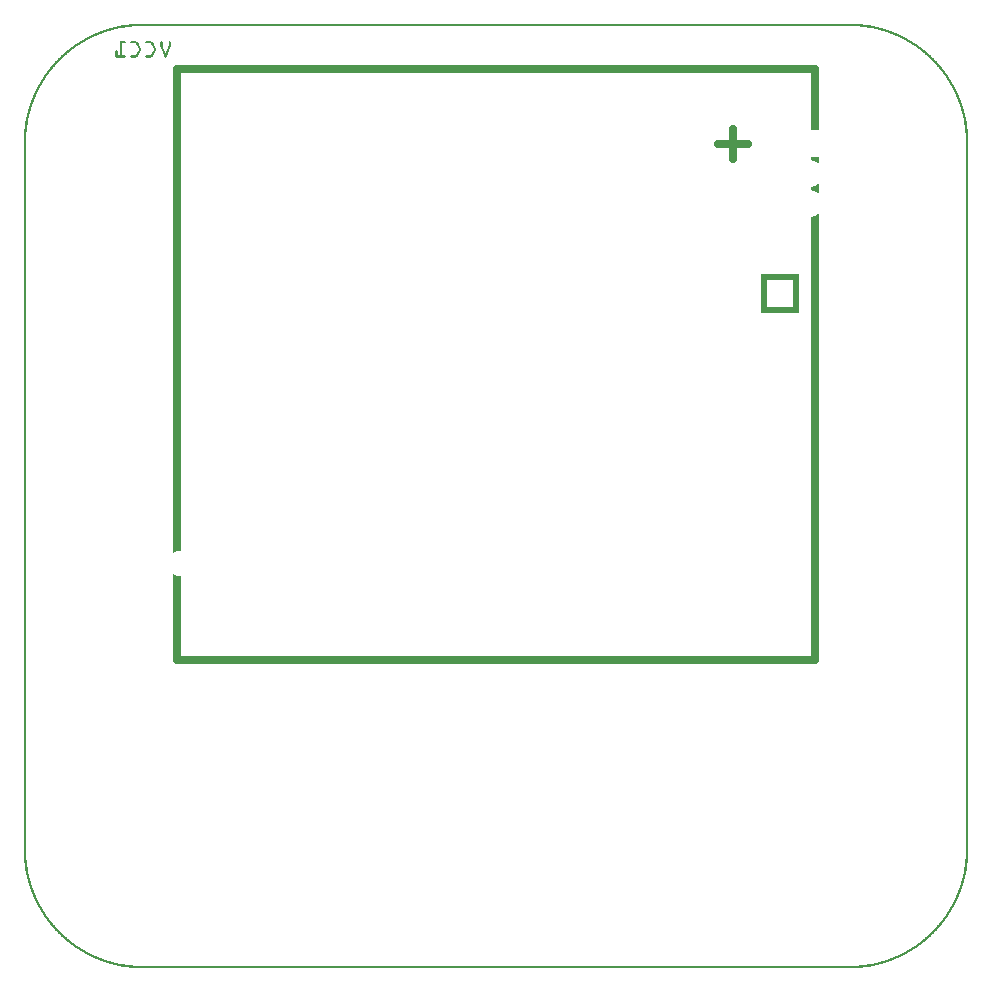
<source format=gbo>
G04 MADE WITH FRITZING*
G04 WWW.FRITZING.ORG*
G04 DOUBLE SIDED*
G04 HOLES PLATED*
G04 CONTOUR ON CENTER OF CONTOUR VECTOR*
%ASAXBY*%
%FSLAX23Y23*%
%MOIN*%
%OFA0B0*%
%SFA1.0B1.0*%
%ADD10C,0.027778*%
%ADD11R,0.001000X0.001000*%
%LNSILK0*%
G90*
G70*
G54D10*
X2638Y1031D02*
X512Y1031D01*
D02*
X512Y3000D02*
X2638Y3000D01*
D02*
X2415Y2750D02*
X2314Y2750D01*
D02*
X2364Y2800D02*
X2364Y2699D01*
G54D11*
X377Y3150D02*
X2771Y3150D01*
X362Y3149D02*
X2786Y3149D01*
X352Y3148D02*
X2796Y3148D01*
X344Y3147D02*
X2804Y3147D01*
X337Y3146D02*
X2811Y3146D01*
X331Y3145D02*
X2817Y3145D01*
X325Y3144D02*
X2823Y3144D01*
X320Y3143D02*
X2828Y3143D01*
X315Y3142D02*
X376Y3142D01*
X2772Y3142D02*
X2833Y3142D01*
X310Y3141D02*
X361Y3141D01*
X2787Y3141D02*
X2838Y3141D01*
X306Y3140D02*
X351Y3140D01*
X2797Y3140D02*
X2842Y3140D01*
X302Y3139D02*
X343Y3139D01*
X2805Y3139D02*
X2846Y3139D01*
X298Y3138D02*
X336Y3138D01*
X2812Y3138D02*
X2850Y3138D01*
X294Y3137D02*
X330Y3137D01*
X2818Y3137D02*
X2854Y3137D01*
X290Y3136D02*
X324Y3136D01*
X2824Y3136D02*
X2858Y3136D01*
X287Y3135D02*
X319Y3135D01*
X2829Y3135D02*
X2861Y3135D01*
X283Y3134D02*
X314Y3134D01*
X2834Y3134D02*
X2865Y3134D01*
X280Y3133D02*
X310Y3133D01*
X2838Y3133D02*
X2868Y3133D01*
X277Y3132D02*
X305Y3132D01*
X2843Y3132D02*
X2871Y3132D01*
X274Y3131D02*
X301Y3131D01*
X2847Y3131D02*
X2874Y3131D01*
X271Y3130D02*
X297Y3130D01*
X2851Y3130D02*
X2877Y3130D01*
X268Y3129D02*
X294Y3129D01*
X2854Y3129D02*
X2880Y3129D01*
X265Y3128D02*
X290Y3128D01*
X2858Y3128D02*
X2883Y3128D01*
X262Y3127D02*
X286Y3127D01*
X2862Y3127D02*
X2886Y3127D01*
X259Y3126D02*
X283Y3126D01*
X2865Y3126D02*
X2889Y3126D01*
X257Y3125D02*
X280Y3125D01*
X2868Y3125D02*
X2891Y3125D01*
X254Y3124D02*
X277Y3124D01*
X2871Y3124D02*
X2894Y3124D01*
X252Y3123D02*
X274Y3123D01*
X2874Y3123D02*
X2896Y3123D01*
X249Y3122D02*
X271Y3122D01*
X2877Y3122D02*
X2899Y3122D01*
X247Y3121D02*
X268Y3121D01*
X2880Y3121D02*
X2901Y3121D01*
X244Y3120D02*
X265Y3120D01*
X2883Y3120D02*
X2904Y3120D01*
X242Y3119D02*
X262Y3119D01*
X2886Y3119D02*
X2906Y3119D01*
X239Y3118D02*
X259Y3118D01*
X2889Y3118D02*
X2909Y3118D01*
X237Y3117D02*
X257Y3117D01*
X2891Y3117D02*
X2911Y3117D01*
X235Y3116D02*
X254Y3116D01*
X2894Y3116D02*
X2913Y3116D01*
X233Y3115D02*
X252Y3115D01*
X2896Y3115D02*
X2915Y3115D01*
X231Y3114D02*
X249Y3114D01*
X2899Y3114D02*
X2917Y3114D01*
X228Y3113D02*
X247Y3113D01*
X2901Y3113D02*
X2920Y3113D01*
X226Y3112D02*
X244Y3112D01*
X2904Y3112D02*
X2922Y3112D01*
X224Y3111D02*
X242Y3111D01*
X2906Y3111D02*
X2924Y3111D01*
X222Y3110D02*
X240Y3110D01*
X2908Y3110D02*
X2926Y3110D01*
X220Y3109D02*
X238Y3109D01*
X2910Y3109D02*
X2928Y3109D01*
X218Y3108D02*
X235Y3108D01*
X2913Y3108D02*
X2930Y3108D01*
X216Y3107D02*
X233Y3107D01*
X2915Y3107D02*
X2932Y3107D01*
X214Y3106D02*
X231Y3106D01*
X2917Y3106D02*
X2934Y3106D01*
X212Y3105D02*
X229Y3105D01*
X2919Y3105D02*
X2936Y3105D01*
X210Y3104D02*
X227Y3104D01*
X2921Y3104D02*
X2938Y3104D01*
X208Y3103D02*
X225Y3103D01*
X2923Y3103D02*
X2940Y3103D01*
X207Y3102D02*
X223Y3102D01*
X2925Y3102D02*
X2941Y3102D01*
X205Y3101D02*
X221Y3101D01*
X2927Y3101D02*
X2943Y3101D01*
X203Y3100D02*
X219Y3100D01*
X2929Y3100D02*
X2945Y3100D01*
X201Y3099D02*
X217Y3099D01*
X2931Y3099D02*
X2947Y3099D01*
X200Y3098D02*
X215Y3098D01*
X2933Y3098D02*
X2948Y3098D01*
X198Y3097D02*
X213Y3097D01*
X2935Y3097D02*
X2950Y3097D01*
X196Y3096D02*
X211Y3096D01*
X2937Y3096D02*
X2952Y3096D01*
X194Y3095D02*
X209Y3095D01*
X2939Y3095D02*
X2954Y3095D01*
X193Y3094D02*
X207Y3094D01*
X2941Y3094D02*
X2955Y3094D01*
X191Y3093D02*
X206Y3093D01*
X2942Y3093D02*
X2957Y3093D01*
X189Y3092D02*
X204Y3092D01*
X2944Y3092D02*
X2959Y3092D01*
X188Y3091D02*
X202Y3091D01*
X320Y3091D02*
X338Y3091D01*
X357Y3091D02*
X375Y3091D01*
X407Y3091D02*
X425Y3091D01*
X457Y3091D02*
X460Y3091D01*
X485Y3091D02*
X488Y3091D01*
X2946Y3091D02*
X2960Y3091D01*
X186Y3090D02*
X201Y3090D01*
X320Y3090D02*
X339Y3090D01*
X356Y3090D02*
X377Y3090D01*
X406Y3090D02*
X427Y3090D01*
X456Y3090D02*
X461Y3090D01*
X484Y3090D02*
X489Y3090D01*
X2947Y3090D02*
X2962Y3090D01*
X185Y3089D02*
X199Y3089D01*
X320Y3089D02*
X339Y3089D01*
X356Y3089D02*
X378Y3089D01*
X406Y3089D02*
X428Y3089D01*
X456Y3089D02*
X462Y3089D01*
X484Y3089D02*
X489Y3089D01*
X2949Y3089D02*
X2963Y3089D01*
X183Y3088D02*
X197Y3088D01*
X320Y3088D02*
X339Y3088D01*
X356Y3088D02*
X379Y3088D01*
X406Y3088D02*
X429Y3088D01*
X456Y3088D02*
X462Y3088D01*
X483Y3088D02*
X489Y3088D01*
X2951Y3088D02*
X2965Y3088D01*
X182Y3087D02*
X195Y3087D01*
X320Y3087D02*
X339Y3087D01*
X356Y3087D02*
X380Y3087D01*
X406Y3087D02*
X430Y3087D01*
X456Y3087D02*
X462Y3087D01*
X483Y3087D02*
X489Y3087D01*
X2953Y3087D02*
X2966Y3087D01*
X180Y3086D02*
X194Y3086D01*
X320Y3086D02*
X339Y3086D01*
X357Y3086D02*
X381Y3086D01*
X407Y3086D02*
X431Y3086D01*
X456Y3086D02*
X462Y3086D01*
X483Y3086D02*
X489Y3086D01*
X2954Y3086D02*
X2968Y3086D01*
X178Y3085D02*
X192Y3085D01*
X320Y3085D02*
X337Y3085D01*
X358Y3085D02*
X381Y3085D01*
X408Y3085D02*
X431Y3085D01*
X456Y3085D02*
X462Y3085D01*
X483Y3085D02*
X489Y3085D01*
X2956Y3085D02*
X2970Y3085D01*
X177Y3084D02*
X191Y3084D01*
X320Y3084D02*
X326Y3084D01*
X374Y3084D02*
X382Y3084D01*
X424Y3084D02*
X432Y3084D01*
X456Y3084D02*
X462Y3084D01*
X483Y3084D02*
X489Y3084D01*
X2957Y3084D02*
X2971Y3084D01*
X175Y3083D02*
X189Y3083D01*
X320Y3083D02*
X326Y3083D01*
X375Y3083D02*
X382Y3083D01*
X425Y3083D02*
X432Y3083D01*
X456Y3083D02*
X462Y3083D01*
X483Y3083D02*
X489Y3083D01*
X2959Y3083D02*
X2973Y3083D01*
X174Y3082D02*
X187Y3082D01*
X320Y3082D02*
X326Y3082D01*
X376Y3082D02*
X383Y3082D01*
X426Y3082D02*
X433Y3082D01*
X456Y3082D02*
X462Y3082D01*
X483Y3082D02*
X489Y3082D01*
X2961Y3082D02*
X2974Y3082D01*
X172Y3081D02*
X186Y3081D01*
X320Y3081D02*
X326Y3081D01*
X376Y3081D02*
X383Y3081D01*
X426Y3081D02*
X433Y3081D01*
X456Y3081D02*
X462Y3081D01*
X483Y3081D02*
X489Y3081D01*
X2962Y3081D02*
X2976Y3081D01*
X171Y3080D02*
X184Y3080D01*
X320Y3080D02*
X326Y3080D01*
X377Y3080D02*
X384Y3080D01*
X427Y3080D02*
X434Y3080D01*
X456Y3080D02*
X462Y3080D01*
X483Y3080D02*
X489Y3080D01*
X2964Y3080D02*
X2977Y3080D01*
X170Y3079D02*
X183Y3079D01*
X320Y3079D02*
X326Y3079D01*
X377Y3079D02*
X384Y3079D01*
X427Y3079D02*
X434Y3079D01*
X456Y3079D02*
X462Y3079D01*
X483Y3079D02*
X489Y3079D01*
X2965Y3079D02*
X2978Y3079D01*
X168Y3078D02*
X181Y3078D01*
X320Y3078D02*
X326Y3078D01*
X378Y3078D02*
X385Y3078D01*
X428Y3078D02*
X435Y3078D01*
X456Y3078D02*
X462Y3078D01*
X483Y3078D02*
X489Y3078D01*
X2967Y3078D02*
X2980Y3078D01*
X167Y3077D02*
X180Y3077D01*
X320Y3077D02*
X326Y3077D01*
X378Y3077D02*
X385Y3077D01*
X428Y3077D02*
X435Y3077D01*
X456Y3077D02*
X462Y3077D01*
X483Y3077D02*
X489Y3077D01*
X2968Y3077D02*
X2981Y3077D01*
X165Y3076D02*
X178Y3076D01*
X320Y3076D02*
X326Y3076D01*
X379Y3076D02*
X386Y3076D01*
X429Y3076D02*
X436Y3076D01*
X456Y3076D02*
X462Y3076D01*
X483Y3076D02*
X489Y3076D01*
X2970Y3076D02*
X2983Y3076D01*
X164Y3075D02*
X177Y3075D01*
X320Y3075D02*
X326Y3075D01*
X379Y3075D02*
X386Y3075D01*
X429Y3075D02*
X436Y3075D01*
X456Y3075D02*
X463Y3075D01*
X483Y3075D02*
X489Y3075D01*
X2971Y3075D02*
X2984Y3075D01*
X163Y3074D02*
X175Y3074D01*
X320Y3074D02*
X326Y3074D01*
X380Y3074D02*
X387Y3074D01*
X430Y3074D02*
X437Y3074D01*
X456Y3074D02*
X463Y3074D01*
X482Y3074D02*
X489Y3074D01*
X2973Y3074D02*
X2985Y3074D01*
X161Y3073D02*
X174Y3073D01*
X320Y3073D02*
X326Y3073D01*
X380Y3073D02*
X387Y3073D01*
X430Y3073D02*
X437Y3073D01*
X457Y3073D02*
X463Y3073D01*
X482Y3073D02*
X488Y3073D01*
X2974Y3073D02*
X2987Y3073D01*
X160Y3072D02*
X172Y3072D01*
X320Y3072D02*
X326Y3072D01*
X381Y3072D02*
X388Y3072D01*
X431Y3072D02*
X438Y3072D01*
X457Y3072D02*
X464Y3072D01*
X481Y3072D02*
X488Y3072D01*
X2976Y3072D02*
X2988Y3072D01*
X158Y3071D02*
X171Y3071D01*
X320Y3071D02*
X326Y3071D01*
X381Y3071D02*
X388Y3071D01*
X431Y3071D02*
X438Y3071D01*
X458Y3071D02*
X464Y3071D01*
X481Y3071D02*
X488Y3071D01*
X2977Y3071D02*
X2990Y3071D01*
X157Y3070D02*
X170Y3070D01*
X320Y3070D02*
X326Y3070D01*
X382Y3070D02*
X388Y3070D01*
X432Y3070D02*
X438Y3070D01*
X458Y3070D02*
X465Y3070D01*
X481Y3070D02*
X487Y3070D01*
X2978Y3070D02*
X2991Y3070D01*
X156Y3069D02*
X168Y3069D01*
X320Y3069D02*
X326Y3069D01*
X382Y3069D02*
X389Y3069D01*
X432Y3069D02*
X439Y3069D01*
X458Y3069D02*
X465Y3069D01*
X480Y3069D02*
X487Y3069D01*
X2980Y3069D02*
X2992Y3069D01*
X155Y3068D02*
X167Y3068D01*
X320Y3068D02*
X326Y3068D01*
X383Y3068D02*
X389Y3068D01*
X433Y3068D02*
X439Y3068D01*
X459Y3068D02*
X465Y3068D01*
X480Y3068D02*
X486Y3068D01*
X2981Y3068D02*
X2993Y3068D01*
X153Y3067D02*
X165Y3067D01*
X320Y3067D02*
X326Y3067D01*
X383Y3067D02*
X389Y3067D01*
X433Y3067D02*
X439Y3067D01*
X459Y3067D02*
X466Y3067D01*
X479Y3067D02*
X486Y3067D01*
X2983Y3067D02*
X2995Y3067D01*
X152Y3066D02*
X164Y3066D01*
X320Y3066D02*
X326Y3066D01*
X383Y3066D02*
X389Y3066D01*
X433Y3066D02*
X439Y3066D01*
X460Y3066D02*
X466Y3066D01*
X479Y3066D02*
X486Y3066D01*
X2984Y3066D02*
X2996Y3066D01*
X151Y3065D02*
X163Y3065D01*
X320Y3065D02*
X326Y3065D01*
X383Y3065D02*
X389Y3065D01*
X433Y3065D02*
X439Y3065D01*
X460Y3065D02*
X467Y3065D01*
X479Y3065D02*
X485Y3065D01*
X2985Y3065D02*
X2997Y3065D01*
X150Y3064D02*
X161Y3064D01*
X320Y3064D02*
X326Y3064D01*
X383Y3064D02*
X389Y3064D01*
X433Y3064D02*
X439Y3064D01*
X460Y3064D02*
X467Y3064D01*
X478Y3064D02*
X485Y3064D01*
X2987Y3064D02*
X2998Y3064D01*
X148Y3063D02*
X160Y3063D01*
X320Y3063D02*
X326Y3063D01*
X383Y3063D02*
X389Y3063D01*
X433Y3063D02*
X439Y3063D01*
X461Y3063D02*
X467Y3063D01*
X478Y3063D02*
X484Y3063D01*
X2988Y3063D02*
X3000Y3063D01*
X147Y3062D02*
X159Y3062D01*
X308Y3062D02*
X309Y3062D01*
X320Y3062D02*
X326Y3062D01*
X383Y3062D02*
X389Y3062D01*
X433Y3062D02*
X439Y3062D01*
X461Y3062D02*
X468Y3062D01*
X478Y3062D02*
X484Y3062D01*
X2989Y3062D02*
X3001Y3062D01*
X146Y3061D02*
X158Y3061D01*
X307Y3061D02*
X311Y3061D01*
X320Y3061D02*
X326Y3061D01*
X383Y3061D02*
X389Y3061D01*
X433Y3061D02*
X439Y3061D01*
X462Y3061D02*
X468Y3061D01*
X477Y3061D02*
X484Y3061D01*
X2990Y3061D02*
X3002Y3061D01*
X144Y3060D02*
X156Y3060D01*
X306Y3060D02*
X312Y3060D01*
X320Y3060D02*
X326Y3060D01*
X382Y3060D02*
X389Y3060D01*
X432Y3060D02*
X439Y3060D01*
X462Y3060D02*
X468Y3060D01*
X477Y3060D02*
X483Y3060D01*
X2992Y3060D02*
X3004Y3060D01*
X143Y3059D02*
X155Y3059D01*
X306Y3059D02*
X312Y3059D01*
X320Y3059D02*
X326Y3059D01*
X382Y3059D02*
X388Y3059D01*
X432Y3059D02*
X438Y3059D01*
X462Y3059D02*
X469Y3059D01*
X476Y3059D02*
X483Y3059D01*
X2993Y3059D02*
X3005Y3059D01*
X142Y3058D02*
X154Y3058D01*
X306Y3058D02*
X312Y3058D01*
X320Y3058D02*
X326Y3058D01*
X381Y3058D02*
X388Y3058D01*
X431Y3058D02*
X438Y3058D01*
X463Y3058D02*
X469Y3058D01*
X476Y3058D02*
X483Y3058D01*
X2994Y3058D02*
X3006Y3058D01*
X141Y3057D02*
X153Y3057D01*
X306Y3057D02*
X312Y3057D01*
X320Y3057D02*
X326Y3057D01*
X381Y3057D02*
X388Y3057D01*
X431Y3057D02*
X438Y3057D01*
X463Y3057D02*
X470Y3057D01*
X476Y3057D02*
X482Y3057D01*
X2995Y3057D02*
X3007Y3057D01*
X140Y3056D02*
X151Y3056D01*
X306Y3056D02*
X312Y3056D01*
X320Y3056D02*
X326Y3056D01*
X380Y3056D02*
X387Y3056D01*
X430Y3056D02*
X437Y3056D01*
X463Y3056D02*
X470Y3056D01*
X475Y3056D02*
X482Y3056D01*
X2997Y3056D02*
X3008Y3056D01*
X139Y3055D02*
X150Y3055D01*
X306Y3055D02*
X312Y3055D01*
X320Y3055D02*
X326Y3055D01*
X380Y3055D02*
X387Y3055D01*
X430Y3055D02*
X437Y3055D01*
X464Y3055D02*
X470Y3055D01*
X475Y3055D02*
X481Y3055D01*
X2998Y3055D02*
X3009Y3055D01*
X137Y3054D02*
X149Y3054D01*
X306Y3054D02*
X312Y3054D01*
X320Y3054D02*
X326Y3054D01*
X379Y3054D02*
X386Y3054D01*
X429Y3054D02*
X436Y3054D01*
X464Y3054D02*
X471Y3054D01*
X474Y3054D02*
X481Y3054D01*
X2999Y3054D02*
X3011Y3054D01*
X136Y3053D02*
X148Y3053D01*
X306Y3053D02*
X312Y3053D01*
X320Y3053D02*
X326Y3053D01*
X379Y3053D02*
X386Y3053D01*
X429Y3053D02*
X436Y3053D01*
X465Y3053D02*
X471Y3053D01*
X474Y3053D02*
X481Y3053D01*
X3000Y3053D02*
X3012Y3053D01*
X135Y3052D02*
X146Y3052D01*
X306Y3052D02*
X312Y3052D01*
X320Y3052D02*
X326Y3052D01*
X378Y3052D02*
X385Y3052D01*
X428Y3052D02*
X435Y3052D01*
X465Y3052D02*
X472Y3052D01*
X474Y3052D02*
X480Y3052D01*
X3002Y3052D02*
X3013Y3052D01*
X134Y3051D02*
X145Y3051D01*
X306Y3051D02*
X312Y3051D01*
X320Y3051D02*
X326Y3051D01*
X378Y3051D02*
X385Y3051D01*
X428Y3051D02*
X435Y3051D01*
X465Y3051D02*
X480Y3051D01*
X3003Y3051D02*
X3014Y3051D01*
X133Y3050D02*
X144Y3050D01*
X306Y3050D02*
X312Y3050D01*
X320Y3050D02*
X326Y3050D01*
X377Y3050D02*
X384Y3050D01*
X427Y3050D02*
X434Y3050D01*
X466Y3050D02*
X479Y3050D01*
X3004Y3050D02*
X3015Y3050D01*
X132Y3049D02*
X143Y3049D01*
X306Y3049D02*
X312Y3049D01*
X320Y3049D02*
X326Y3049D01*
X377Y3049D02*
X384Y3049D01*
X427Y3049D02*
X434Y3049D01*
X466Y3049D02*
X479Y3049D01*
X3005Y3049D02*
X3016Y3049D01*
X131Y3048D02*
X142Y3048D01*
X306Y3048D02*
X312Y3048D01*
X320Y3048D02*
X326Y3048D01*
X376Y3048D02*
X383Y3048D01*
X426Y3048D02*
X433Y3048D01*
X467Y3048D02*
X479Y3048D01*
X3006Y3048D02*
X3017Y3048D01*
X129Y3047D02*
X141Y3047D01*
X306Y3047D02*
X312Y3047D01*
X320Y3047D02*
X326Y3047D01*
X376Y3047D02*
X383Y3047D01*
X426Y3047D02*
X432Y3047D01*
X467Y3047D02*
X478Y3047D01*
X3007Y3047D02*
X3019Y3047D01*
X128Y3046D02*
X139Y3046D01*
X306Y3046D02*
X312Y3046D01*
X320Y3046D02*
X326Y3046D01*
X375Y3046D02*
X382Y3046D01*
X425Y3046D02*
X432Y3046D01*
X467Y3046D02*
X478Y3046D01*
X3009Y3046D02*
X3020Y3046D01*
X127Y3045D02*
X138Y3045D01*
X306Y3045D02*
X312Y3045D01*
X320Y3045D02*
X326Y3045D01*
X374Y3045D02*
X382Y3045D01*
X424Y3045D02*
X431Y3045D01*
X468Y3045D02*
X477Y3045D01*
X3010Y3045D02*
X3021Y3045D01*
X126Y3044D02*
X137Y3044D01*
X306Y3044D02*
X338Y3044D01*
X358Y3044D02*
X381Y3044D01*
X408Y3044D02*
X431Y3044D01*
X468Y3044D02*
X477Y3044D01*
X3011Y3044D02*
X3022Y3044D01*
X125Y3043D02*
X136Y3043D01*
X306Y3043D02*
X339Y3043D01*
X357Y3043D02*
X380Y3043D01*
X407Y3043D02*
X430Y3043D01*
X469Y3043D02*
X477Y3043D01*
X3012Y3043D02*
X3023Y3043D01*
X124Y3042D02*
X135Y3042D01*
X306Y3042D02*
X339Y3042D01*
X356Y3042D02*
X380Y3042D01*
X406Y3042D02*
X430Y3042D01*
X469Y3042D02*
X476Y3042D01*
X3013Y3042D02*
X3024Y3042D01*
X123Y3041D02*
X134Y3041D01*
X306Y3041D02*
X339Y3041D01*
X356Y3041D02*
X379Y3041D01*
X406Y3041D02*
X429Y3041D01*
X469Y3041D02*
X476Y3041D01*
X3014Y3041D02*
X3025Y3041D01*
X122Y3040D02*
X133Y3040D01*
X306Y3040D02*
X339Y3040D01*
X356Y3040D02*
X378Y3040D01*
X406Y3040D02*
X428Y3040D01*
X470Y3040D02*
X476Y3040D01*
X3015Y3040D02*
X3026Y3040D01*
X121Y3039D02*
X132Y3039D01*
X307Y3039D02*
X339Y3039D01*
X357Y3039D02*
X377Y3039D01*
X407Y3039D02*
X427Y3039D01*
X470Y3039D02*
X475Y3039D01*
X3016Y3039D02*
X3027Y3039D01*
X120Y3038D02*
X131Y3038D01*
X308Y3038D02*
X338Y3038D01*
X358Y3038D02*
X374Y3038D01*
X408Y3038D02*
X424Y3038D01*
X471Y3038D02*
X474Y3038D01*
X3017Y3038D02*
X3028Y3038D01*
X119Y3037D02*
X130Y3037D01*
X3018Y3037D02*
X3029Y3037D01*
X118Y3036D02*
X129Y3036D01*
X3019Y3036D02*
X3030Y3036D01*
X117Y3035D02*
X127Y3035D01*
X3021Y3035D02*
X3031Y3035D01*
X116Y3034D02*
X126Y3034D01*
X3022Y3034D02*
X3032Y3034D01*
X115Y3033D02*
X125Y3033D01*
X3023Y3033D02*
X3033Y3033D01*
X114Y3032D02*
X124Y3032D01*
X3024Y3032D02*
X3034Y3032D01*
X113Y3031D02*
X123Y3031D01*
X3025Y3031D02*
X3035Y3031D01*
X112Y3030D02*
X122Y3030D01*
X3026Y3030D02*
X3036Y3030D01*
X111Y3029D02*
X121Y3029D01*
X3027Y3029D02*
X3037Y3029D01*
X110Y3028D02*
X120Y3028D01*
X3028Y3028D02*
X3038Y3028D01*
X109Y3027D02*
X119Y3027D01*
X3029Y3027D02*
X3039Y3027D01*
X108Y3026D02*
X118Y3026D01*
X3030Y3026D02*
X3040Y3026D01*
X107Y3025D02*
X117Y3025D01*
X3031Y3025D02*
X3041Y3025D01*
X106Y3024D02*
X116Y3024D01*
X3032Y3024D02*
X3042Y3024D01*
X105Y3023D02*
X115Y3023D01*
X3033Y3023D02*
X3043Y3023D01*
X104Y3022D02*
X114Y3022D01*
X3034Y3022D02*
X3044Y3022D01*
X103Y3021D02*
X114Y3021D01*
X3034Y3021D02*
X3045Y3021D01*
X103Y3020D02*
X113Y3020D01*
X3035Y3020D02*
X3045Y3020D01*
X102Y3019D02*
X112Y3019D01*
X3036Y3019D02*
X3046Y3019D01*
X101Y3018D02*
X111Y3018D01*
X3037Y3018D02*
X3047Y3018D01*
X100Y3017D02*
X110Y3017D01*
X3038Y3017D02*
X3048Y3017D01*
X99Y3016D02*
X109Y3016D01*
X3039Y3016D02*
X3049Y3016D01*
X98Y3015D02*
X108Y3015D01*
X3040Y3015D02*
X3050Y3015D01*
X97Y3014D02*
X107Y3014D01*
X3041Y3014D02*
X3051Y3014D01*
X96Y3013D02*
X106Y3013D01*
X3042Y3013D02*
X3052Y3013D01*
X96Y3012D02*
X105Y3012D01*
X3043Y3012D02*
X3052Y3012D01*
X95Y3011D02*
X104Y3011D01*
X3044Y3011D02*
X3053Y3011D01*
X94Y3010D02*
X103Y3010D01*
X3045Y3010D02*
X3054Y3010D01*
X93Y3009D02*
X103Y3009D01*
X3045Y3009D02*
X3055Y3009D01*
X92Y3008D02*
X102Y3008D01*
X3046Y3008D02*
X3056Y3008D01*
X91Y3007D02*
X101Y3007D01*
X3047Y3007D02*
X3057Y3007D01*
X90Y3006D02*
X100Y3006D01*
X3048Y3006D02*
X3058Y3006D01*
X90Y3005D02*
X99Y3005D01*
X3049Y3005D02*
X3058Y3005D01*
X89Y3004D02*
X98Y3004D01*
X3050Y3004D02*
X3059Y3004D01*
X88Y3003D02*
X97Y3003D01*
X3051Y3003D02*
X3060Y3003D01*
X87Y3002D02*
X97Y3002D01*
X3051Y3002D02*
X3061Y3002D01*
X87Y3001D02*
X96Y3001D01*
X3052Y3001D02*
X3061Y3001D01*
X86Y3000D02*
X95Y3000D01*
X498Y3000D02*
X525Y3000D01*
X2624Y3000D02*
X2651Y3000D01*
X3053Y3000D02*
X3062Y3000D01*
X85Y2999D02*
X94Y2999D01*
X498Y2999D02*
X525Y2999D01*
X2624Y2999D02*
X2651Y2999D01*
X3054Y2999D02*
X3063Y2999D01*
X84Y2998D02*
X93Y2998D01*
X498Y2998D02*
X525Y2998D01*
X2624Y2998D02*
X2651Y2998D01*
X3055Y2998D02*
X3064Y2998D01*
X83Y2997D02*
X93Y2997D01*
X498Y2997D02*
X525Y2997D01*
X2624Y2997D02*
X2651Y2997D01*
X3055Y2997D02*
X3065Y2997D01*
X83Y2996D02*
X92Y2996D01*
X498Y2996D02*
X525Y2996D01*
X2624Y2996D02*
X2651Y2996D01*
X3056Y2996D02*
X3065Y2996D01*
X82Y2995D02*
X91Y2995D01*
X498Y2995D02*
X525Y2995D01*
X2624Y2995D02*
X2651Y2995D01*
X3057Y2995D02*
X3066Y2995D01*
X81Y2994D02*
X90Y2994D01*
X498Y2994D02*
X525Y2994D01*
X2624Y2994D02*
X2651Y2994D01*
X3058Y2994D02*
X3067Y2994D01*
X80Y2993D02*
X89Y2993D01*
X498Y2993D02*
X525Y2993D01*
X2624Y2993D02*
X2651Y2993D01*
X3059Y2993D02*
X3068Y2993D01*
X79Y2992D02*
X89Y2992D01*
X498Y2992D02*
X525Y2992D01*
X2624Y2992D02*
X2651Y2992D01*
X3059Y2992D02*
X3069Y2992D01*
X79Y2991D02*
X88Y2991D01*
X498Y2991D02*
X525Y2991D01*
X2624Y2991D02*
X2651Y2991D01*
X3060Y2991D02*
X3069Y2991D01*
X78Y2990D02*
X87Y2990D01*
X498Y2990D02*
X525Y2990D01*
X2624Y2990D02*
X2651Y2990D01*
X3061Y2990D02*
X3070Y2990D01*
X77Y2989D02*
X86Y2989D01*
X498Y2989D02*
X525Y2989D01*
X2624Y2989D02*
X2651Y2989D01*
X3062Y2989D02*
X3071Y2989D01*
X77Y2988D02*
X85Y2988D01*
X498Y2988D02*
X525Y2988D01*
X2624Y2988D02*
X2651Y2988D01*
X3063Y2988D02*
X3071Y2988D01*
X76Y2987D02*
X85Y2987D01*
X498Y2987D02*
X525Y2987D01*
X2624Y2987D02*
X2651Y2987D01*
X3063Y2987D02*
X3072Y2987D01*
X75Y2986D02*
X84Y2986D01*
X498Y2986D02*
X525Y2986D01*
X2624Y2986D02*
X2651Y2986D01*
X3064Y2986D02*
X3073Y2986D01*
X74Y2985D02*
X83Y2985D01*
X498Y2985D02*
X525Y2985D01*
X2624Y2985D02*
X2651Y2985D01*
X3065Y2985D02*
X3074Y2985D01*
X74Y2984D02*
X82Y2984D01*
X498Y2984D02*
X525Y2984D01*
X2624Y2984D02*
X2651Y2984D01*
X3066Y2984D02*
X3074Y2984D01*
X73Y2983D02*
X82Y2983D01*
X498Y2983D02*
X525Y2983D01*
X2624Y2983D02*
X2651Y2983D01*
X3066Y2983D02*
X3075Y2983D01*
X72Y2982D02*
X81Y2982D01*
X498Y2982D02*
X525Y2982D01*
X2624Y2982D02*
X2651Y2982D01*
X3067Y2982D02*
X3076Y2982D01*
X72Y2981D02*
X80Y2981D01*
X498Y2981D02*
X525Y2981D01*
X2624Y2981D02*
X2651Y2981D01*
X3068Y2981D02*
X3076Y2981D01*
X71Y2980D02*
X80Y2980D01*
X498Y2980D02*
X525Y2980D01*
X2624Y2980D02*
X2651Y2980D01*
X3068Y2980D02*
X3077Y2980D01*
X70Y2979D02*
X79Y2979D01*
X498Y2979D02*
X525Y2979D01*
X2624Y2979D02*
X2651Y2979D01*
X3069Y2979D02*
X3078Y2979D01*
X69Y2978D02*
X78Y2978D01*
X498Y2978D02*
X525Y2978D01*
X2624Y2978D02*
X2651Y2978D01*
X3070Y2978D02*
X3079Y2978D01*
X69Y2977D02*
X77Y2977D01*
X498Y2977D02*
X525Y2977D01*
X2624Y2977D02*
X2651Y2977D01*
X3071Y2977D02*
X3079Y2977D01*
X68Y2976D02*
X77Y2976D01*
X498Y2976D02*
X525Y2976D01*
X2624Y2976D02*
X2651Y2976D01*
X3071Y2976D02*
X3080Y2976D01*
X67Y2975D02*
X76Y2975D01*
X498Y2975D02*
X525Y2975D01*
X2624Y2975D02*
X2651Y2975D01*
X3072Y2975D02*
X3081Y2975D01*
X67Y2974D02*
X75Y2974D01*
X498Y2974D02*
X525Y2974D01*
X2624Y2974D02*
X2651Y2974D01*
X3073Y2974D02*
X3081Y2974D01*
X66Y2973D02*
X75Y2973D01*
X498Y2973D02*
X525Y2973D01*
X2624Y2973D02*
X2651Y2973D01*
X3073Y2973D02*
X3082Y2973D01*
X65Y2972D02*
X74Y2972D01*
X498Y2972D02*
X525Y2972D01*
X2624Y2972D02*
X2651Y2972D01*
X3074Y2972D02*
X3083Y2972D01*
X65Y2971D02*
X73Y2971D01*
X498Y2971D02*
X525Y2971D01*
X2624Y2971D02*
X2651Y2971D01*
X3075Y2971D02*
X3083Y2971D01*
X64Y2970D02*
X73Y2970D01*
X498Y2970D02*
X525Y2970D01*
X2624Y2970D02*
X2651Y2970D01*
X3075Y2970D02*
X3084Y2970D01*
X64Y2969D02*
X72Y2969D01*
X498Y2969D02*
X525Y2969D01*
X2624Y2969D02*
X2651Y2969D01*
X3076Y2969D02*
X3084Y2969D01*
X63Y2968D02*
X71Y2968D01*
X498Y2968D02*
X525Y2968D01*
X2624Y2968D02*
X2651Y2968D01*
X3077Y2968D02*
X3085Y2968D01*
X62Y2967D02*
X71Y2967D01*
X498Y2967D02*
X525Y2967D01*
X2624Y2967D02*
X2651Y2967D01*
X3077Y2967D02*
X3086Y2967D01*
X62Y2966D02*
X70Y2966D01*
X498Y2966D02*
X525Y2966D01*
X2624Y2966D02*
X2651Y2966D01*
X3078Y2966D02*
X3086Y2966D01*
X61Y2965D02*
X69Y2965D01*
X498Y2965D02*
X525Y2965D01*
X2624Y2965D02*
X2651Y2965D01*
X3079Y2965D02*
X3087Y2965D01*
X60Y2964D02*
X69Y2964D01*
X498Y2964D02*
X525Y2964D01*
X2624Y2964D02*
X2651Y2964D01*
X3079Y2964D02*
X3088Y2964D01*
X60Y2963D02*
X68Y2963D01*
X498Y2963D02*
X525Y2963D01*
X2624Y2963D02*
X2651Y2963D01*
X3080Y2963D02*
X3088Y2963D01*
X59Y2962D02*
X67Y2962D01*
X498Y2962D02*
X525Y2962D01*
X2624Y2962D02*
X2651Y2962D01*
X3081Y2962D02*
X3089Y2962D01*
X58Y2961D02*
X67Y2961D01*
X498Y2961D02*
X525Y2961D01*
X2624Y2961D02*
X2651Y2961D01*
X3081Y2961D02*
X3090Y2961D01*
X58Y2960D02*
X66Y2960D01*
X498Y2960D02*
X525Y2960D01*
X2624Y2960D02*
X2651Y2960D01*
X3082Y2960D02*
X3090Y2960D01*
X57Y2959D02*
X66Y2959D01*
X498Y2959D02*
X525Y2959D01*
X2624Y2959D02*
X2651Y2959D01*
X3082Y2959D02*
X3091Y2959D01*
X57Y2958D02*
X65Y2958D01*
X498Y2958D02*
X525Y2958D01*
X2624Y2958D02*
X2651Y2958D01*
X3083Y2958D02*
X3091Y2958D01*
X56Y2957D02*
X64Y2957D01*
X498Y2957D02*
X525Y2957D01*
X2624Y2957D02*
X2651Y2957D01*
X3084Y2957D02*
X3092Y2957D01*
X55Y2956D02*
X64Y2956D01*
X498Y2956D02*
X525Y2956D01*
X2624Y2956D02*
X2651Y2956D01*
X3084Y2956D02*
X3093Y2956D01*
X55Y2955D02*
X63Y2955D01*
X498Y2955D02*
X525Y2955D01*
X2624Y2955D02*
X2651Y2955D01*
X3085Y2955D02*
X3093Y2955D01*
X54Y2954D02*
X62Y2954D01*
X498Y2954D02*
X525Y2954D01*
X2624Y2954D02*
X2651Y2954D01*
X3086Y2954D02*
X3094Y2954D01*
X54Y2953D02*
X62Y2953D01*
X498Y2953D02*
X525Y2953D01*
X2624Y2953D02*
X2651Y2953D01*
X3086Y2953D02*
X3094Y2953D01*
X53Y2952D02*
X61Y2952D01*
X498Y2952D02*
X525Y2952D01*
X2624Y2952D02*
X2651Y2952D01*
X3087Y2952D02*
X3095Y2952D01*
X53Y2951D02*
X61Y2951D01*
X498Y2951D02*
X525Y2951D01*
X2624Y2951D02*
X2651Y2951D01*
X3087Y2951D02*
X3095Y2951D01*
X52Y2950D02*
X60Y2950D01*
X498Y2950D02*
X525Y2950D01*
X2624Y2950D02*
X2651Y2950D01*
X3088Y2950D02*
X3096Y2950D01*
X51Y2949D02*
X60Y2949D01*
X498Y2949D02*
X525Y2949D01*
X2624Y2949D02*
X2651Y2949D01*
X3088Y2949D02*
X3097Y2949D01*
X51Y2948D02*
X59Y2948D01*
X498Y2948D02*
X525Y2948D01*
X2624Y2948D02*
X2651Y2948D01*
X3089Y2948D02*
X3097Y2948D01*
X50Y2947D02*
X58Y2947D01*
X498Y2947D02*
X525Y2947D01*
X2624Y2947D02*
X2651Y2947D01*
X3090Y2947D02*
X3098Y2947D01*
X50Y2946D02*
X58Y2946D01*
X498Y2946D02*
X525Y2946D01*
X2624Y2946D02*
X2651Y2946D01*
X3090Y2946D02*
X3098Y2946D01*
X49Y2945D02*
X57Y2945D01*
X498Y2945D02*
X525Y2945D01*
X2624Y2945D02*
X2651Y2945D01*
X3091Y2945D02*
X3099Y2945D01*
X49Y2944D02*
X57Y2944D01*
X498Y2944D02*
X525Y2944D01*
X2624Y2944D02*
X2651Y2944D01*
X3091Y2944D02*
X3099Y2944D01*
X48Y2943D02*
X56Y2943D01*
X498Y2943D02*
X525Y2943D01*
X2624Y2943D02*
X2651Y2943D01*
X3092Y2943D02*
X3100Y2943D01*
X47Y2942D02*
X55Y2942D01*
X498Y2942D02*
X525Y2942D01*
X2624Y2942D02*
X2651Y2942D01*
X3093Y2942D02*
X3101Y2942D01*
X47Y2941D02*
X55Y2941D01*
X498Y2941D02*
X525Y2941D01*
X2624Y2941D02*
X2651Y2941D01*
X3093Y2941D02*
X3101Y2941D01*
X46Y2940D02*
X54Y2940D01*
X498Y2940D02*
X525Y2940D01*
X2624Y2940D02*
X2651Y2940D01*
X3094Y2940D02*
X3102Y2940D01*
X46Y2939D02*
X54Y2939D01*
X498Y2939D02*
X525Y2939D01*
X2624Y2939D02*
X2651Y2939D01*
X3094Y2939D02*
X3102Y2939D01*
X45Y2938D02*
X53Y2938D01*
X498Y2938D02*
X525Y2938D01*
X2624Y2938D02*
X2651Y2938D01*
X3095Y2938D02*
X3103Y2938D01*
X45Y2937D02*
X53Y2937D01*
X498Y2937D02*
X525Y2937D01*
X2624Y2937D02*
X2651Y2937D01*
X3095Y2937D02*
X3103Y2937D01*
X44Y2936D02*
X52Y2936D01*
X498Y2936D02*
X525Y2936D01*
X2624Y2936D02*
X2651Y2936D01*
X3096Y2936D02*
X3104Y2936D01*
X44Y2935D02*
X52Y2935D01*
X498Y2935D02*
X525Y2935D01*
X2624Y2935D02*
X2651Y2935D01*
X3096Y2935D02*
X3104Y2935D01*
X43Y2934D02*
X51Y2934D01*
X498Y2934D02*
X525Y2934D01*
X2624Y2934D02*
X2651Y2934D01*
X3097Y2934D02*
X3105Y2934D01*
X43Y2933D02*
X51Y2933D01*
X498Y2933D02*
X525Y2933D01*
X2624Y2933D02*
X2651Y2933D01*
X3097Y2933D02*
X3105Y2933D01*
X42Y2932D02*
X50Y2932D01*
X498Y2932D02*
X525Y2932D01*
X2624Y2932D02*
X2651Y2932D01*
X3098Y2932D02*
X3106Y2932D01*
X42Y2931D02*
X50Y2931D01*
X498Y2931D02*
X525Y2931D01*
X2624Y2931D02*
X2651Y2931D01*
X3098Y2931D02*
X3106Y2931D01*
X41Y2930D02*
X49Y2930D01*
X498Y2930D02*
X525Y2930D01*
X2624Y2930D02*
X2651Y2930D01*
X3099Y2930D02*
X3107Y2930D01*
X41Y2929D02*
X49Y2929D01*
X498Y2929D02*
X525Y2929D01*
X2624Y2929D02*
X2651Y2929D01*
X3099Y2929D02*
X3107Y2929D01*
X40Y2928D02*
X48Y2928D01*
X498Y2928D02*
X525Y2928D01*
X2624Y2928D02*
X2651Y2928D01*
X3100Y2928D02*
X3108Y2928D01*
X40Y2927D02*
X48Y2927D01*
X498Y2927D02*
X525Y2927D01*
X2624Y2927D02*
X2651Y2927D01*
X3100Y2927D02*
X3108Y2927D01*
X39Y2926D02*
X47Y2926D01*
X498Y2926D02*
X525Y2926D01*
X2624Y2926D02*
X2651Y2926D01*
X3101Y2926D02*
X3109Y2926D01*
X39Y2925D02*
X47Y2925D01*
X498Y2925D02*
X525Y2925D01*
X2624Y2925D02*
X2651Y2925D01*
X3101Y2925D02*
X3109Y2925D01*
X38Y2924D02*
X46Y2924D01*
X498Y2924D02*
X525Y2924D01*
X2624Y2924D02*
X2651Y2924D01*
X3102Y2924D02*
X3110Y2924D01*
X38Y2923D02*
X46Y2923D01*
X498Y2923D02*
X525Y2923D01*
X2624Y2923D02*
X2651Y2923D01*
X3102Y2923D02*
X3110Y2923D01*
X37Y2922D02*
X45Y2922D01*
X498Y2922D02*
X525Y2922D01*
X2624Y2922D02*
X2651Y2922D01*
X3103Y2922D02*
X3111Y2922D01*
X37Y2921D02*
X45Y2921D01*
X498Y2921D02*
X525Y2921D01*
X2624Y2921D02*
X2651Y2921D01*
X3103Y2921D02*
X3111Y2921D01*
X37Y2920D02*
X44Y2920D01*
X498Y2920D02*
X525Y2920D01*
X2624Y2920D02*
X2651Y2920D01*
X3104Y2920D02*
X3111Y2920D01*
X36Y2919D02*
X44Y2919D01*
X498Y2919D02*
X525Y2919D01*
X2624Y2919D02*
X2651Y2919D01*
X3104Y2919D02*
X3112Y2919D01*
X36Y2918D02*
X43Y2918D01*
X498Y2918D02*
X525Y2918D01*
X2624Y2918D02*
X2651Y2918D01*
X3105Y2918D02*
X3112Y2918D01*
X35Y2917D02*
X43Y2917D01*
X498Y2917D02*
X525Y2917D01*
X2624Y2917D02*
X2651Y2917D01*
X3105Y2917D02*
X3113Y2917D01*
X35Y2916D02*
X42Y2916D01*
X498Y2916D02*
X525Y2916D01*
X2624Y2916D02*
X2651Y2916D01*
X3106Y2916D02*
X3113Y2916D01*
X34Y2915D02*
X42Y2915D01*
X498Y2915D02*
X525Y2915D01*
X2624Y2915D02*
X2651Y2915D01*
X3106Y2915D02*
X3114Y2915D01*
X34Y2914D02*
X41Y2914D01*
X498Y2914D02*
X525Y2914D01*
X2624Y2914D02*
X2651Y2914D01*
X3107Y2914D02*
X3114Y2914D01*
X33Y2913D02*
X41Y2913D01*
X498Y2913D02*
X525Y2913D01*
X2624Y2913D02*
X2651Y2913D01*
X3107Y2913D02*
X3115Y2913D01*
X33Y2912D02*
X41Y2912D01*
X498Y2912D02*
X525Y2912D01*
X2624Y2912D02*
X2651Y2912D01*
X3107Y2912D02*
X3115Y2912D01*
X32Y2911D02*
X40Y2911D01*
X498Y2911D02*
X525Y2911D01*
X2624Y2911D02*
X2651Y2911D01*
X3108Y2911D02*
X3116Y2911D01*
X32Y2910D02*
X40Y2910D01*
X498Y2910D02*
X525Y2910D01*
X2624Y2910D02*
X2651Y2910D01*
X3108Y2910D02*
X3116Y2910D01*
X32Y2909D02*
X39Y2909D01*
X498Y2909D02*
X525Y2909D01*
X2624Y2909D02*
X2651Y2909D01*
X3109Y2909D02*
X3116Y2909D01*
X31Y2908D02*
X39Y2908D01*
X498Y2908D02*
X525Y2908D01*
X2624Y2908D02*
X2651Y2908D01*
X3109Y2908D02*
X3117Y2908D01*
X31Y2907D02*
X38Y2907D01*
X498Y2907D02*
X525Y2907D01*
X2624Y2907D02*
X2651Y2907D01*
X3110Y2907D02*
X3117Y2907D01*
X30Y2906D02*
X38Y2906D01*
X498Y2906D02*
X525Y2906D01*
X2624Y2906D02*
X2651Y2906D01*
X3110Y2906D02*
X3118Y2906D01*
X30Y2905D02*
X37Y2905D01*
X498Y2905D02*
X525Y2905D01*
X2624Y2905D02*
X2651Y2905D01*
X3111Y2905D02*
X3118Y2905D01*
X30Y2904D02*
X37Y2904D01*
X498Y2904D02*
X525Y2904D01*
X2624Y2904D02*
X2651Y2904D01*
X3111Y2904D02*
X3118Y2904D01*
X29Y2903D02*
X37Y2903D01*
X498Y2903D02*
X525Y2903D01*
X2624Y2903D02*
X2651Y2903D01*
X3111Y2903D02*
X3119Y2903D01*
X29Y2902D02*
X36Y2902D01*
X498Y2902D02*
X525Y2902D01*
X2624Y2902D02*
X2651Y2902D01*
X3112Y2902D02*
X3119Y2902D01*
X28Y2901D02*
X36Y2901D01*
X498Y2901D02*
X525Y2901D01*
X2624Y2901D02*
X2651Y2901D01*
X3112Y2901D02*
X3120Y2901D01*
X28Y2900D02*
X35Y2900D01*
X498Y2900D02*
X525Y2900D01*
X2624Y2900D02*
X2651Y2900D01*
X3113Y2900D02*
X3120Y2900D01*
X28Y2899D02*
X35Y2899D01*
X498Y2899D02*
X525Y2899D01*
X2624Y2899D02*
X2651Y2899D01*
X3113Y2899D02*
X3120Y2899D01*
X27Y2898D02*
X35Y2898D01*
X498Y2898D02*
X525Y2898D01*
X2624Y2898D02*
X2651Y2898D01*
X3113Y2898D02*
X3121Y2898D01*
X27Y2897D02*
X34Y2897D01*
X498Y2897D02*
X525Y2897D01*
X2624Y2897D02*
X2651Y2897D01*
X3114Y2897D02*
X3121Y2897D01*
X26Y2896D02*
X34Y2896D01*
X498Y2896D02*
X525Y2896D01*
X2624Y2896D02*
X2651Y2896D01*
X3114Y2896D02*
X3122Y2896D01*
X26Y2895D02*
X33Y2895D01*
X498Y2895D02*
X525Y2895D01*
X2624Y2895D02*
X2651Y2895D01*
X3115Y2895D02*
X3122Y2895D01*
X26Y2894D02*
X33Y2894D01*
X498Y2894D02*
X525Y2894D01*
X2624Y2894D02*
X2651Y2894D01*
X3115Y2894D02*
X3122Y2894D01*
X25Y2893D02*
X33Y2893D01*
X498Y2893D02*
X525Y2893D01*
X2624Y2893D02*
X2651Y2893D01*
X3115Y2893D02*
X3123Y2893D01*
X25Y2892D02*
X32Y2892D01*
X498Y2892D02*
X525Y2892D01*
X2624Y2892D02*
X2651Y2892D01*
X3116Y2892D02*
X3123Y2892D01*
X24Y2891D02*
X32Y2891D01*
X498Y2891D02*
X525Y2891D01*
X2624Y2891D02*
X2651Y2891D01*
X3116Y2891D02*
X3124Y2891D01*
X24Y2890D02*
X31Y2890D01*
X498Y2890D02*
X525Y2890D01*
X2624Y2890D02*
X2651Y2890D01*
X3117Y2890D02*
X3124Y2890D01*
X24Y2889D02*
X31Y2889D01*
X498Y2889D02*
X525Y2889D01*
X2624Y2889D02*
X2651Y2889D01*
X3117Y2889D02*
X3124Y2889D01*
X23Y2888D02*
X31Y2888D01*
X498Y2888D02*
X525Y2888D01*
X2624Y2888D02*
X2651Y2888D01*
X3117Y2888D02*
X3125Y2888D01*
X23Y2887D02*
X30Y2887D01*
X498Y2887D02*
X525Y2887D01*
X2624Y2887D02*
X2651Y2887D01*
X3118Y2887D02*
X3125Y2887D01*
X23Y2886D02*
X30Y2886D01*
X498Y2886D02*
X525Y2886D01*
X2624Y2886D02*
X2651Y2886D01*
X3118Y2886D02*
X3125Y2886D01*
X22Y2885D02*
X30Y2885D01*
X498Y2885D02*
X525Y2885D01*
X2624Y2885D02*
X2651Y2885D01*
X3118Y2885D02*
X3126Y2885D01*
X22Y2884D02*
X29Y2884D01*
X498Y2884D02*
X525Y2884D01*
X2624Y2884D02*
X2651Y2884D01*
X3119Y2884D02*
X3126Y2884D01*
X22Y2883D02*
X29Y2883D01*
X498Y2883D02*
X525Y2883D01*
X2624Y2883D02*
X2651Y2883D01*
X3119Y2883D02*
X3126Y2883D01*
X21Y2882D02*
X29Y2882D01*
X498Y2882D02*
X525Y2882D01*
X2624Y2882D02*
X2651Y2882D01*
X3119Y2882D02*
X3127Y2882D01*
X21Y2881D02*
X28Y2881D01*
X498Y2881D02*
X525Y2881D01*
X2624Y2881D02*
X2651Y2881D01*
X3120Y2881D02*
X3127Y2881D01*
X21Y2880D02*
X28Y2880D01*
X498Y2880D02*
X525Y2880D01*
X2624Y2880D02*
X2651Y2880D01*
X3120Y2880D02*
X3127Y2880D01*
X20Y2879D02*
X28Y2879D01*
X498Y2879D02*
X525Y2879D01*
X2624Y2879D02*
X2651Y2879D01*
X3120Y2879D02*
X3128Y2879D01*
X20Y2878D02*
X27Y2878D01*
X498Y2878D02*
X525Y2878D01*
X2624Y2878D02*
X2651Y2878D01*
X3121Y2878D02*
X3128Y2878D01*
X20Y2877D02*
X27Y2877D01*
X498Y2877D02*
X525Y2877D01*
X2624Y2877D02*
X2651Y2877D01*
X3121Y2877D02*
X3128Y2877D01*
X19Y2876D02*
X27Y2876D01*
X498Y2876D02*
X525Y2876D01*
X2624Y2876D02*
X2651Y2876D01*
X3121Y2876D02*
X3129Y2876D01*
X19Y2875D02*
X26Y2875D01*
X498Y2875D02*
X525Y2875D01*
X2624Y2875D02*
X2651Y2875D01*
X3122Y2875D02*
X3129Y2875D01*
X19Y2874D02*
X26Y2874D01*
X498Y2874D02*
X525Y2874D01*
X2624Y2874D02*
X2651Y2874D01*
X3122Y2874D02*
X3129Y2874D01*
X18Y2873D02*
X26Y2873D01*
X498Y2873D02*
X525Y2873D01*
X2624Y2873D02*
X2651Y2873D01*
X3122Y2873D02*
X3130Y2873D01*
X18Y2872D02*
X25Y2872D01*
X498Y2872D02*
X525Y2872D01*
X2624Y2872D02*
X2651Y2872D01*
X3123Y2872D02*
X3130Y2872D01*
X18Y2871D02*
X25Y2871D01*
X498Y2871D02*
X525Y2871D01*
X2624Y2871D02*
X2651Y2871D01*
X3123Y2871D02*
X3130Y2871D01*
X17Y2870D02*
X25Y2870D01*
X498Y2870D02*
X525Y2870D01*
X2624Y2870D02*
X2651Y2870D01*
X3123Y2870D02*
X3131Y2870D01*
X17Y2869D02*
X24Y2869D01*
X498Y2869D02*
X525Y2869D01*
X2624Y2869D02*
X2651Y2869D01*
X3124Y2869D02*
X3131Y2869D01*
X17Y2868D02*
X24Y2868D01*
X498Y2868D02*
X525Y2868D01*
X2624Y2868D02*
X2651Y2868D01*
X3124Y2868D02*
X3131Y2868D01*
X16Y2867D02*
X24Y2867D01*
X498Y2867D02*
X525Y2867D01*
X2624Y2867D02*
X2651Y2867D01*
X3124Y2867D02*
X3132Y2867D01*
X16Y2866D02*
X23Y2866D01*
X498Y2866D02*
X525Y2866D01*
X2624Y2866D02*
X2651Y2866D01*
X3125Y2866D02*
X3132Y2866D01*
X16Y2865D02*
X23Y2865D01*
X498Y2865D02*
X525Y2865D01*
X2624Y2865D02*
X2651Y2865D01*
X3125Y2865D02*
X3132Y2865D01*
X16Y2864D02*
X23Y2864D01*
X498Y2864D02*
X525Y2864D01*
X2624Y2864D02*
X2651Y2864D01*
X3125Y2864D02*
X3132Y2864D01*
X15Y2863D02*
X22Y2863D01*
X498Y2863D02*
X525Y2863D01*
X2624Y2863D02*
X2651Y2863D01*
X3126Y2863D02*
X3133Y2863D01*
X15Y2862D02*
X22Y2862D01*
X498Y2862D02*
X525Y2862D01*
X2624Y2862D02*
X2651Y2862D01*
X3126Y2862D02*
X3133Y2862D01*
X15Y2861D02*
X22Y2861D01*
X498Y2861D02*
X525Y2861D01*
X2624Y2861D02*
X2651Y2861D01*
X3126Y2861D02*
X3133Y2861D01*
X14Y2860D02*
X22Y2860D01*
X498Y2860D02*
X525Y2860D01*
X2624Y2860D02*
X2651Y2860D01*
X3126Y2860D02*
X3134Y2860D01*
X14Y2859D02*
X21Y2859D01*
X498Y2859D02*
X525Y2859D01*
X2624Y2859D02*
X2651Y2859D01*
X3127Y2859D02*
X3134Y2859D01*
X14Y2858D02*
X21Y2858D01*
X498Y2858D02*
X525Y2858D01*
X2624Y2858D02*
X2651Y2858D01*
X3127Y2858D02*
X3134Y2858D01*
X14Y2857D02*
X21Y2857D01*
X498Y2857D02*
X525Y2857D01*
X2624Y2857D02*
X2651Y2857D01*
X3127Y2857D02*
X3134Y2857D01*
X13Y2856D02*
X21Y2856D01*
X498Y2856D02*
X525Y2856D01*
X2624Y2856D02*
X2651Y2856D01*
X3127Y2856D02*
X3135Y2856D01*
X13Y2855D02*
X20Y2855D01*
X498Y2855D02*
X525Y2855D01*
X2624Y2855D02*
X2651Y2855D01*
X3128Y2855D02*
X3135Y2855D01*
X13Y2854D02*
X20Y2854D01*
X498Y2854D02*
X525Y2854D01*
X2624Y2854D02*
X2651Y2854D01*
X3128Y2854D02*
X3135Y2854D01*
X13Y2853D02*
X20Y2853D01*
X498Y2853D02*
X525Y2853D01*
X2624Y2853D02*
X2651Y2853D01*
X3128Y2853D02*
X3135Y2853D01*
X12Y2852D02*
X19Y2852D01*
X498Y2852D02*
X525Y2852D01*
X2624Y2852D02*
X2651Y2852D01*
X3129Y2852D02*
X3136Y2852D01*
X12Y2851D02*
X19Y2851D01*
X498Y2851D02*
X525Y2851D01*
X2624Y2851D02*
X2651Y2851D01*
X3129Y2851D02*
X3136Y2851D01*
X12Y2850D02*
X19Y2850D01*
X498Y2850D02*
X525Y2850D01*
X2624Y2850D02*
X2651Y2850D01*
X3129Y2850D02*
X3136Y2850D01*
X12Y2849D02*
X19Y2849D01*
X498Y2849D02*
X525Y2849D01*
X2624Y2849D02*
X2651Y2849D01*
X3129Y2849D02*
X3136Y2849D01*
X11Y2848D02*
X18Y2848D01*
X498Y2848D02*
X525Y2848D01*
X2624Y2848D02*
X2651Y2848D01*
X3130Y2848D02*
X3137Y2848D01*
X11Y2847D02*
X18Y2847D01*
X498Y2847D02*
X525Y2847D01*
X2624Y2847D02*
X2651Y2847D01*
X3130Y2847D02*
X3137Y2847D01*
X11Y2846D02*
X18Y2846D01*
X498Y2846D02*
X525Y2846D01*
X2624Y2846D02*
X2651Y2846D01*
X3130Y2846D02*
X3137Y2846D01*
X11Y2845D02*
X18Y2845D01*
X498Y2845D02*
X525Y2845D01*
X2624Y2845D02*
X2651Y2845D01*
X3130Y2845D02*
X3137Y2845D01*
X10Y2844D02*
X17Y2844D01*
X498Y2844D02*
X525Y2844D01*
X2624Y2844D02*
X2651Y2844D01*
X3131Y2844D02*
X3138Y2844D01*
X10Y2843D02*
X17Y2843D01*
X498Y2843D02*
X525Y2843D01*
X2624Y2843D02*
X2651Y2843D01*
X3131Y2843D02*
X3138Y2843D01*
X10Y2842D02*
X17Y2842D01*
X498Y2842D02*
X525Y2842D01*
X2624Y2842D02*
X2651Y2842D01*
X3131Y2842D02*
X3138Y2842D01*
X10Y2841D02*
X17Y2841D01*
X498Y2841D02*
X525Y2841D01*
X2624Y2841D02*
X2651Y2841D01*
X3131Y2841D02*
X3138Y2841D01*
X9Y2840D02*
X17Y2840D01*
X498Y2840D02*
X525Y2840D01*
X2624Y2840D02*
X2651Y2840D01*
X3131Y2840D02*
X3139Y2840D01*
X9Y2839D02*
X16Y2839D01*
X498Y2839D02*
X525Y2839D01*
X2624Y2839D02*
X2651Y2839D01*
X3132Y2839D02*
X3139Y2839D01*
X9Y2838D02*
X16Y2838D01*
X498Y2838D02*
X525Y2838D01*
X2624Y2838D02*
X2651Y2838D01*
X3132Y2838D02*
X3139Y2838D01*
X9Y2837D02*
X16Y2837D01*
X498Y2837D02*
X525Y2837D01*
X2624Y2837D02*
X2651Y2837D01*
X3132Y2837D02*
X3139Y2837D01*
X9Y2836D02*
X16Y2836D01*
X498Y2836D02*
X525Y2836D01*
X2624Y2836D02*
X2651Y2836D01*
X3132Y2836D02*
X3139Y2836D01*
X8Y2835D02*
X15Y2835D01*
X498Y2835D02*
X525Y2835D01*
X2624Y2835D02*
X2651Y2835D01*
X3133Y2835D02*
X3140Y2835D01*
X8Y2834D02*
X15Y2834D01*
X498Y2834D02*
X525Y2834D01*
X2624Y2834D02*
X2651Y2834D01*
X3133Y2834D02*
X3140Y2834D01*
X8Y2833D02*
X15Y2833D01*
X498Y2833D02*
X525Y2833D01*
X2624Y2833D02*
X2651Y2833D01*
X3133Y2833D02*
X3140Y2833D01*
X8Y2832D02*
X15Y2832D01*
X498Y2832D02*
X525Y2832D01*
X2624Y2832D02*
X2651Y2832D01*
X3133Y2832D02*
X3140Y2832D01*
X8Y2831D02*
X15Y2831D01*
X498Y2831D02*
X525Y2831D01*
X2624Y2831D02*
X2651Y2831D01*
X3133Y2831D02*
X3140Y2831D01*
X7Y2830D02*
X14Y2830D01*
X498Y2830D02*
X525Y2830D01*
X2624Y2830D02*
X2651Y2830D01*
X3134Y2830D02*
X3141Y2830D01*
X7Y2829D02*
X14Y2829D01*
X498Y2829D02*
X525Y2829D01*
X2624Y2829D02*
X2651Y2829D01*
X3134Y2829D02*
X3141Y2829D01*
X7Y2828D02*
X14Y2828D01*
X498Y2828D02*
X525Y2828D01*
X2624Y2828D02*
X2651Y2828D01*
X3134Y2828D02*
X3141Y2828D01*
X7Y2827D02*
X14Y2827D01*
X498Y2827D02*
X525Y2827D01*
X2624Y2827D02*
X2651Y2827D01*
X3134Y2827D02*
X3141Y2827D01*
X7Y2826D02*
X14Y2826D01*
X498Y2826D02*
X525Y2826D01*
X2624Y2826D02*
X2651Y2826D01*
X3134Y2826D02*
X3141Y2826D01*
X6Y2825D02*
X13Y2825D01*
X498Y2825D02*
X525Y2825D01*
X2624Y2825D02*
X2651Y2825D01*
X3135Y2825D02*
X3142Y2825D01*
X6Y2824D02*
X13Y2824D01*
X498Y2824D02*
X525Y2824D01*
X2624Y2824D02*
X2651Y2824D01*
X3135Y2824D02*
X3142Y2824D01*
X6Y2823D02*
X13Y2823D01*
X498Y2823D02*
X525Y2823D01*
X2624Y2823D02*
X2651Y2823D01*
X3135Y2823D02*
X3142Y2823D01*
X6Y2822D02*
X13Y2822D01*
X498Y2822D02*
X525Y2822D01*
X2624Y2822D02*
X2651Y2822D01*
X3135Y2822D02*
X3142Y2822D01*
X6Y2821D02*
X13Y2821D01*
X498Y2821D02*
X525Y2821D01*
X2624Y2821D02*
X2651Y2821D01*
X3135Y2821D02*
X3142Y2821D01*
X6Y2820D02*
X13Y2820D01*
X498Y2820D02*
X525Y2820D01*
X2624Y2820D02*
X2651Y2820D01*
X3135Y2820D02*
X3142Y2820D01*
X5Y2819D02*
X12Y2819D01*
X498Y2819D02*
X525Y2819D01*
X2624Y2819D02*
X2651Y2819D01*
X3136Y2819D02*
X3143Y2819D01*
X5Y2818D02*
X12Y2818D01*
X498Y2818D02*
X525Y2818D01*
X2624Y2818D02*
X2651Y2818D01*
X3136Y2818D02*
X3143Y2818D01*
X5Y2817D02*
X12Y2817D01*
X498Y2817D02*
X525Y2817D01*
X2624Y2817D02*
X2651Y2817D01*
X3136Y2817D02*
X3143Y2817D01*
X5Y2816D02*
X12Y2816D01*
X498Y2816D02*
X525Y2816D01*
X2624Y2816D02*
X2651Y2816D01*
X3136Y2816D02*
X3143Y2816D01*
X5Y2815D02*
X12Y2815D01*
X498Y2815D02*
X525Y2815D01*
X2624Y2815D02*
X2651Y2815D01*
X3136Y2815D02*
X3143Y2815D01*
X5Y2814D02*
X12Y2814D01*
X498Y2814D02*
X525Y2814D01*
X2624Y2814D02*
X2651Y2814D01*
X3136Y2814D02*
X3143Y2814D01*
X4Y2813D02*
X11Y2813D01*
X498Y2813D02*
X525Y2813D01*
X2624Y2813D02*
X2651Y2813D01*
X3137Y2813D02*
X3144Y2813D01*
X4Y2812D02*
X11Y2812D01*
X498Y2812D02*
X525Y2812D01*
X2624Y2812D02*
X2651Y2812D01*
X3137Y2812D02*
X3144Y2812D01*
X4Y2811D02*
X11Y2811D01*
X498Y2811D02*
X525Y2811D01*
X2624Y2811D02*
X2651Y2811D01*
X3137Y2811D02*
X3144Y2811D01*
X4Y2810D02*
X11Y2810D01*
X498Y2810D02*
X525Y2810D01*
X2624Y2810D02*
X2651Y2810D01*
X3137Y2810D02*
X3144Y2810D01*
X4Y2809D02*
X11Y2809D01*
X498Y2809D02*
X525Y2809D01*
X2624Y2809D02*
X2651Y2809D01*
X3137Y2809D02*
X3144Y2809D01*
X4Y2808D02*
X11Y2808D01*
X498Y2808D02*
X525Y2808D01*
X2624Y2808D02*
X2651Y2808D01*
X3137Y2808D02*
X3144Y2808D01*
X4Y2807D02*
X11Y2807D01*
X498Y2807D02*
X525Y2807D01*
X2624Y2807D02*
X2651Y2807D01*
X3137Y2807D02*
X3144Y2807D01*
X3Y2806D02*
X10Y2806D01*
X498Y2806D02*
X525Y2806D01*
X2624Y2806D02*
X2651Y2806D01*
X3138Y2806D02*
X3145Y2806D01*
X3Y2805D02*
X10Y2805D01*
X498Y2805D02*
X525Y2805D01*
X2624Y2805D02*
X2651Y2805D01*
X3138Y2805D02*
X3145Y2805D01*
X3Y2804D02*
X10Y2804D01*
X498Y2804D02*
X525Y2804D01*
X2624Y2804D02*
X2651Y2804D01*
X3138Y2804D02*
X3145Y2804D01*
X3Y2803D02*
X10Y2803D01*
X498Y2803D02*
X525Y2803D01*
X2624Y2803D02*
X2651Y2803D01*
X3138Y2803D02*
X3145Y2803D01*
X3Y2802D02*
X10Y2802D01*
X498Y2802D02*
X525Y2802D01*
X2624Y2802D02*
X2651Y2802D01*
X3138Y2802D02*
X3145Y2802D01*
X3Y2801D02*
X10Y2801D01*
X498Y2801D02*
X525Y2801D01*
X2624Y2801D02*
X2651Y2801D01*
X3138Y2801D02*
X3145Y2801D01*
X3Y2800D02*
X10Y2800D01*
X498Y2800D02*
X525Y2800D01*
X2624Y2800D02*
X2651Y2800D01*
X3138Y2800D02*
X3145Y2800D01*
X3Y2799D02*
X10Y2799D01*
X498Y2799D02*
X525Y2799D01*
X2624Y2799D02*
X2651Y2799D01*
X3138Y2799D02*
X3145Y2799D01*
X2Y2798D02*
X9Y2798D01*
X498Y2798D02*
X525Y2798D01*
X2624Y2798D02*
X2651Y2798D01*
X3139Y2798D02*
X3146Y2798D01*
X2Y2797D02*
X9Y2797D01*
X498Y2797D02*
X525Y2797D01*
X2624Y2797D02*
X2651Y2797D01*
X3139Y2797D02*
X3146Y2797D01*
X2Y2796D02*
X9Y2796D01*
X498Y2796D02*
X525Y2796D01*
X2624Y2796D02*
X2651Y2796D01*
X3139Y2796D02*
X3146Y2796D01*
X2Y2795D02*
X9Y2795D01*
X498Y2795D02*
X525Y2795D01*
X2624Y2795D02*
X2651Y2795D01*
X3139Y2795D02*
X3146Y2795D01*
X2Y2794D02*
X9Y2794D01*
X498Y2794D02*
X525Y2794D01*
X3139Y2794D02*
X3146Y2794D01*
X2Y2793D02*
X9Y2793D01*
X498Y2793D02*
X525Y2793D01*
X3139Y2793D02*
X3146Y2793D01*
X2Y2792D02*
X9Y2792D01*
X498Y2792D02*
X525Y2792D01*
X3139Y2792D02*
X3146Y2792D01*
X2Y2791D02*
X9Y2791D01*
X498Y2791D02*
X525Y2791D01*
X3139Y2791D02*
X3146Y2791D01*
X2Y2790D02*
X9Y2790D01*
X498Y2790D02*
X525Y2790D01*
X3139Y2790D02*
X3146Y2790D01*
X2Y2789D02*
X9Y2789D01*
X498Y2789D02*
X525Y2789D01*
X3139Y2789D02*
X3146Y2789D01*
X1Y2788D02*
X8Y2788D01*
X498Y2788D02*
X525Y2788D01*
X3139Y2788D02*
X3147Y2788D01*
X1Y2787D02*
X8Y2787D01*
X498Y2787D02*
X525Y2787D01*
X3140Y2787D02*
X3147Y2787D01*
X1Y2786D02*
X8Y2786D01*
X498Y2786D02*
X525Y2786D01*
X3140Y2786D02*
X3147Y2786D01*
X1Y2785D02*
X8Y2785D01*
X498Y2785D02*
X525Y2785D01*
X3140Y2785D02*
X3147Y2785D01*
X1Y2784D02*
X8Y2784D01*
X498Y2784D02*
X525Y2784D01*
X3140Y2784D02*
X3147Y2784D01*
X1Y2783D02*
X8Y2783D01*
X498Y2783D02*
X525Y2783D01*
X3140Y2783D02*
X3147Y2783D01*
X1Y2782D02*
X8Y2782D01*
X498Y2782D02*
X525Y2782D01*
X3140Y2782D02*
X3147Y2782D01*
X1Y2781D02*
X8Y2781D01*
X498Y2781D02*
X525Y2781D01*
X3140Y2781D02*
X3147Y2781D01*
X1Y2780D02*
X8Y2780D01*
X498Y2780D02*
X525Y2780D01*
X3140Y2780D02*
X3147Y2780D01*
X1Y2779D02*
X8Y2779D01*
X498Y2779D02*
X525Y2779D01*
X3140Y2779D02*
X3147Y2779D01*
X1Y2778D02*
X8Y2778D01*
X498Y2778D02*
X525Y2778D01*
X3140Y2778D02*
X3147Y2778D01*
X1Y2777D02*
X8Y2777D01*
X498Y2777D02*
X525Y2777D01*
X3140Y2777D02*
X3147Y2777D01*
X1Y2776D02*
X8Y2776D01*
X498Y2776D02*
X525Y2776D01*
X3140Y2776D02*
X3147Y2776D01*
X1Y2775D02*
X8Y2775D01*
X498Y2775D02*
X525Y2775D01*
X3140Y2775D02*
X3147Y2775D01*
X1Y2774D02*
X8Y2774D01*
X498Y2774D02*
X525Y2774D01*
X3140Y2774D02*
X3147Y2774D01*
X0Y2773D02*
X7Y2773D01*
X498Y2773D02*
X525Y2773D01*
X3141Y2773D02*
X3148Y2773D01*
X0Y2772D02*
X7Y2772D01*
X498Y2772D02*
X525Y2772D01*
X3141Y2772D02*
X3148Y2772D01*
X0Y2771D02*
X7Y2771D01*
X498Y2771D02*
X525Y2771D01*
X3141Y2771D02*
X3148Y2771D01*
X0Y2770D02*
X7Y2770D01*
X498Y2770D02*
X525Y2770D01*
X3141Y2770D02*
X3148Y2770D01*
X0Y2769D02*
X7Y2769D01*
X498Y2769D02*
X525Y2769D01*
X3141Y2769D02*
X3148Y2769D01*
X0Y2768D02*
X7Y2768D01*
X498Y2768D02*
X525Y2768D01*
X3141Y2768D02*
X3148Y2768D01*
X0Y2767D02*
X7Y2767D01*
X498Y2767D02*
X525Y2767D01*
X3141Y2767D02*
X3148Y2767D01*
X0Y2766D02*
X7Y2766D01*
X498Y2766D02*
X525Y2766D01*
X3141Y2766D02*
X3148Y2766D01*
X0Y2765D02*
X7Y2765D01*
X498Y2765D02*
X525Y2765D01*
X3141Y2765D02*
X3148Y2765D01*
X0Y2764D02*
X7Y2764D01*
X498Y2764D02*
X525Y2764D01*
X3141Y2764D02*
X3148Y2764D01*
X0Y2763D02*
X7Y2763D01*
X498Y2763D02*
X525Y2763D01*
X3141Y2763D02*
X3148Y2763D01*
X0Y2762D02*
X7Y2762D01*
X498Y2762D02*
X525Y2762D01*
X3141Y2762D02*
X3148Y2762D01*
X0Y2761D02*
X7Y2761D01*
X498Y2761D02*
X525Y2761D01*
X3141Y2761D02*
X3148Y2761D01*
X0Y2760D02*
X7Y2760D01*
X498Y2760D02*
X525Y2760D01*
X3141Y2760D02*
X3148Y2760D01*
X0Y2759D02*
X7Y2759D01*
X498Y2759D02*
X525Y2759D01*
X3141Y2759D02*
X3148Y2759D01*
X0Y2758D02*
X7Y2758D01*
X498Y2758D02*
X525Y2758D01*
X3141Y2758D02*
X3148Y2758D01*
X0Y2757D02*
X7Y2757D01*
X498Y2757D02*
X525Y2757D01*
X3141Y2757D02*
X3148Y2757D01*
X0Y2756D02*
X7Y2756D01*
X498Y2756D02*
X525Y2756D01*
X3141Y2756D02*
X3148Y2756D01*
X0Y2755D02*
X7Y2755D01*
X498Y2755D02*
X525Y2755D01*
X3141Y2755D02*
X3148Y2755D01*
X0Y2754D02*
X7Y2754D01*
X498Y2754D02*
X525Y2754D01*
X3141Y2754D02*
X3148Y2754D01*
X0Y2753D02*
X7Y2753D01*
X498Y2753D02*
X525Y2753D01*
X3141Y2753D02*
X3148Y2753D01*
X0Y2752D02*
X7Y2752D01*
X498Y2752D02*
X525Y2752D01*
X3141Y2752D02*
X3148Y2752D01*
X0Y2751D02*
X7Y2751D01*
X498Y2751D02*
X525Y2751D01*
X3141Y2751D02*
X3148Y2751D01*
X0Y2750D02*
X7Y2750D01*
X498Y2750D02*
X525Y2750D01*
X3141Y2750D02*
X3148Y2750D01*
X0Y2749D02*
X7Y2749D01*
X498Y2749D02*
X525Y2749D01*
X3141Y2749D02*
X3148Y2749D01*
X0Y2748D02*
X7Y2748D01*
X498Y2748D02*
X525Y2748D01*
X3141Y2748D02*
X3148Y2748D01*
X0Y2747D02*
X7Y2747D01*
X498Y2747D02*
X525Y2747D01*
X3141Y2747D02*
X3148Y2747D01*
X0Y2746D02*
X7Y2746D01*
X498Y2746D02*
X525Y2746D01*
X3141Y2746D02*
X3148Y2746D01*
X0Y2745D02*
X7Y2745D01*
X498Y2745D02*
X525Y2745D01*
X3141Y2745D02*
X3148Y2745D01*
X0Y2744D02*
X7Y2744D01*
X498Y2744D02*
X525Y2744D01*
X3141Y2744D02*
X3148Y2744D01*
X0Y2743D02*
X7Y2743D01*
X498Y2743D02*
X525Y2743D01*
X3141Y2743D02*
X3148Y2743D01*
X0Y2742D02*
X7Y2742D01*
X498Y2742D02*
X525Y2742D01*
X3141Y2742D02*
X3148Y2742D01*
X0Y2741D02*
X7Y2741D01*
X498Y2741D02*
X525Y2741D01*
X3141Y2741D02*
X3148Y2741D01*
X0Y2740D02*
X7Y2740D01*
X498Y2740D02*
X525Y2740D01*
X3141Y2740D02*
X3148Y2740D01*
X0Y2739D02*
X7Y2739D01*
X498Y2739D02*
X525Y2739D01*
X3141Y2739D02*
X3148Y2739D01*
X0Y2738D02*
X7Y2738D01*
X498Y2738D02*
X525Y2738D01*
X3141Y2738D02*
X3148Y2738D01*
X0Y2737D02*
X7Y2737D01*
X498Y2737D02*
X525Y2737D01*
X3141Y2737D02*
X3148Y2737D01*
X0Y2736D02*
X7Y2736D01*
X498Y2736D02*
X525Y2736D01*
X3141Y2736D02*
X3148Y2736D01*
X0Y2735D02*
X7Y2735D01*
X498Y2735D02*
X525Y2735D01*
X3141Y2735D02*
X3148Y2735D01*
X0Y2734D02*
X7Y2734D01*
X498Y2734D02*
X525Y2734D01*
X3141Y2734D02*
X3148Y2734D01*
X0Y2733D02*
X7Y2733D01*
X498Y2733D02*
X525Y2733D01*
X3141Y2733D02*
X3148Y2733D01*
X0Y2732D02*
X7Y2732D01*
X498Y2732D02*
X525Y2732D01*
X3141Y2732D02*
X3148Y2732D01*
X0Y2731D02*
X7Y2731D01*
X498Y2731D02*
X525Y2731D01*
X3141Y2731D02*
X3148Y2731D01*
X0Y2730D02*
X7Y2730D01*
X498Y2730D02*
X525Y2730D01*
X3141Y2730D02*
X3148Y2730D01*
X0Y2729D02*
X7Y2729D01*
X498Y2729D02*
X525Y2729D01*
X3141Y2729D02*
X3148Y2729D01*
X0Y2728D02*
X7Y2728D01*
X498Y2728D02*
X525Y2728D01*
X3141Y2728D02*
X3148Y2728D01*
X0Y2727D02*
X7Y2727D01*
X498Y2727D02*
X525Y2727D01*
X3141Y2727D02*
X3148Y2727D01*
X0Y2726D02*
X7Y2726D01*
X498Y2726D02*
X525Y2726D01*
X3141Y2726D02*
X3148Y2726D01*
X0Y2725D02*
X7Y2725D01*
X498Y2725D02*
X525Y2725D01*
X3141Y2725D02*
X3148Y2725D01*
X0Y2724D02*
X7Y2724D01*
X498Y2724D02*
X525Y2724D01*
X3141Y2724D02*
X3148Y2724D01*
X0Y2723D02*
X7Y2723D01*
X498Y2723D02*
X525Y2723D01*
X3141Y2723D02*
X3148Y2723D01*
X0Y2722D02*
X7Y2722D01*
X498Y2722D02*
X525Y2722D01*
X3141Y2722D02*
X3148Y2722D01*
X0Y2721D02*
X7Y2721D01*
X498Y2721D02*
X525Y2721D01*
X3141Y2721D02*
X3148Y2721D01*
X0Y2720D02*
X7Y2720D01*
X498Y2720D02*
X525Y2720D01*
X3141Y2720D02*
X3148Y2720D01*
X0Y2719D02*
X7Y2719D01*
X498Y2719D02*
X525Y2719D01*
X3141Y2719D02*
X3148Y2719D01*
X0Y2718D02*
X7Y2718D01*
X498Y2718D02*
X525Y2718D01*
X3141Y2718D02*
X3148Y2718D01*
X0Y2717D02*
X7Y2717D01*
X498Y2717D02*
X525Y2717D01*
X3141Y2717D02*
X3148Y2717D01*
X0Y2716D02*
X7Y2716D01*
X498Y2716D02*
X525Y2716D01*
X3141Y2716D02*
X3148Y2716D01*
X0Y2715D02*
X7Y2715D01*
X498Y2715D02*
X525Y2715D01*
X3141Y2715D02*
X3148Y2715D01*
X0Y2714D02*
X7Y2714D01*
X498Y2714D02*
X525Y2714D01*
X3141Y2714D02*
X3148Y2714D01*
X0Y2713D02*
X7Y2713D01*
X498Y2713D02*
X525Y2713D01*
X3141Y2713D02*
X3148Y2713D01*
X0Y2712D02*
X7Y2712D01*
X498Y2712D02*
X525Y2712D01*
X3141Y2712D02*
X3148Y2712D01*
X0Y2711D02*
X7Y2711D01*
X498Y2711D02*
X525Y2711D01*
X3141Y2711D02*
X3148Y2711D01*
X0Y2710D02*
X7Y2710D01*
X498Y2710D02*
X525Y2710D01*
X3141Y2710D02*
X3148Y2710D01*
X0Y2709D02*
X7Y2709D01*
X498Y2709D02*
X525Y2709D01*
X3141Y2709D02*
X3148Y2709D01*
X0Y2708D02*
X7Y2708D01*
X498Y2708D02*
X525Y2708D01*
X3141Y2708D02*
X3148Y2708D01*
X0Y2707D02*
X7Y2707D01*
X498Y2707D02*
X525Y2707D01*
X3141Y2707D02*
X3148Y2707D01*
X0Y2706D02*
X7Y2706D01*
X498Y2706D02*
X525Y2706D01*
X2624Y2706D02*
X2651Y2706D01*
X3141Y2706D02*
X3148Y2706D01*
X0Y2705D02*
X7Y2705D01*
X498Y2705D02*
X525Y2705D01*
X2624Y2705D02*
X2651Y2705D01*
X3141Y2705D02*
X3148Y2705D01*
X0Y2704D02*
X7Y2704D01*
X498Y2704D02*
X525Y2704D01*
X2624Y2704D02*
X2651Y2704D01*
X3141Y2704D02*
X3148Y2704D01*
X0Y2703D02*
X7Y2703D01*
X498Y2703D02*
X525Y2703D01*
X2624Y2703D02*
X2651Y2703D01*
X3141Y2703D02*
X3148Y2703D01*
X0Y2702D02*
X7Y2702D01*
X498Y2702D02*
X525Y2702D01*
X2624Y2702D02*
X2651Y2702D01*
X3141Y2702D02*
X3148Y2702D01*
X0Y2701D02*
X7Y2701D01*
X498Y2701D02*
X525Y2701D01*
X2624Y2701D02*
X2651Y2701D01*
X3141Y2701D02*
X3148Y2701D01*
X0Y2700D02*
X7Y2700D01*
X498Y2700D02*
X525Y2700D01*
X2624Y2700D02*
X2651Y2700D01*
X3141Y2700D02*
X3148Y2700D01*
X0Y2699D02*
X7Y2699D01*
X498Y2699D02*
X525Y2699D01*
X2624Y2699D02*
X2651Y2699D01*
X3141Y2699D02*
X3148Y2699D01*
X0Y2698D02*
X7Y2698D01*
X498Y2698D02*
X525Y2698D01*
X2624Y2698D02*
X2651Y2698D01*
X3141Y2698D02*
X3148Y2698D01*
X0Y2697D02*
X7Y2697D01*
X498Y2697D02*
X525Y2697D01*
X2624Y2697D02*
X2651Y2697D01*
X3141Y2697D02*
X3148Y2697D01*
X0Y2696D02*
X7Y2696D01*
X498Y2696D02*
X525Y2696D01*
X2624Y2696D02*
X2651Y2696D01*
X3141Y2696D02*
X3148Y2696D01*
X0Y2695D02*
X7Y2695D01*
X498Y2695D02*
X525Y2695D01*
X2624Y2695D02*
X2651Y2695D01*
X3141Y2695D02*
X3148Y2695D01*
X0Y2694D02*
X7Y2694D01*
X498Y2694D02*
X525Y2694D01*
X2628Y2694D02*
X2651Y2694D01*
X3141Y2694D02*
X3148Y2694D01*
X0Y2693D02*
X7Y2693D01*
X498Y2693D02*
X525Y2693D01*
X2633Y2693D02*
X2651Y2693D01*
X3141Y2693D02*
X3148Y2693D01*
X0Y2692D02*
X7Y2692D01*
X498Y2692D02*
X525Y2692D01*
X2636Y2692D02*
X2651Y2692D01*
X3141Y2692D02*
X3148Y2692D01*
X0Y2691D02*
X7Y2691D01*
X498Y2691D02*
X525Y2691D01*
X2639Y2691D02*
X2651Y2691D01*
X3141Y2691D02*
X3148Y2691D01*
X0Y2690D02*
X7Y2690D01*
X498Y2690D02*
X525Y2690D01*
X2641Y2690D02*
X2651Y2690D01*
X3141Y2690D02*
X3148Y2690D01*
X0Y2689D02*
X7Y2689D01*
X498Y2689D02*
X525Y2689D01*
X2643Y2689D02*
X2651Y2689D01*
X3141Y2689D02*
X3148Y2689D01*
X0Y2688D02*
X7Y2688D01*
X498Y2688D02*
X525Y2688D01*
X2645Y2688D02*
X2651Y2688D01*
X3141Y2688D02*
X3148Y2688D01*
X0Y2687D02*
X7Y2687D01*
X498Y2687D02*
X525Y2687D01*
X2646Y2687D02*
X2651Y2687D01*
X3141Y2687D02*
X3148Y2687D01*
X0Y2686D02*
X7Y2686D01*
X498Y2686D02*
X525Y2686D01*
X2648Y2686D02*
X2651Y2686D01*
X3141Y2686D02*
X3148Y2686D01*
X0Y2685D02*
X7Y2685D01*
X498Y2685D02*
X525Y2685D01*
X2649Y2685D02*
X2651Y2685D01*
X3141Y2685D02*
X3148Y2685D01*
X0Y2684D02*
X7Y2684D01*
X498Y2684D02*
X525Y2684D01*
X2650Y2684D02*
X2651Y2684D01*
X3141Y2684D02*
X3148Y2684D01*
X0Y2683D02*
X7Y2683D01*
X498Y2683D02*
X525Y2683D01*
X2651Y2683D02*
X2651Y2683D01*
X3141Y2683D02*
X3148Y2683D01*
X0Y2682D02*
X7Y2682D01*
X498Y2682D02*
X525Y2682D01*
X3141Y2682D02*
X3148Y2682D01*
X0Y2681D02*
X7Y2681D01*
X498Y2681D02*
X525Y2681D01*
X3141Y2681D02*
X3148Y2681D01*
X0Y2680D02*
X7Y2680D01*
X498Y2680D02*
X525Y2680D01*
X3141Y2680D02*
X3148Y2680D01*
X0Y2679D02*
X7Y2679D01*
X498Y2679D02*
X525Y2679D01*
X3141Y2679D02*
X3148Y2679D01*
X0Y2678D02*
X7Y2678D01*
X498Y2678D02*
X525Y2678D01*
X3141Y2678D02*
X3148Y2678D01*
X0Y2677D02*
X7Y2677D01*
X498Y2677D02*
X525Y2677D01*
X3141Y2677D02*
X3148Y2677D01*
X0Y2676D02*
X7Y2676D01*
X498Y2676D02*
X525Y2676D01*
X3141Y2676D02*
X3148Y2676D01*
X0Y2675D02*
X7Y2675D01*
X498Y2675D02*
X525Y2675D01*
X3141Y2675D02*
X3148Y2675D01*
X0Y2674D02*
X7Y2674D01*
X498Y2674D02*
X525Y2674D01*
X3141Y2674D02*
X3148Y2674D01*
X0Y2673D02*
X7Y2673D01*
X498Y2673D02*
X525Y2673D01*
X3141Y2673D02*
X3148Y2673D01*
X0Y2672D02*
X7Y2672D01*
X498Y2672D02*
X525Y2672D01*
X3141Y2672D02*
X3148Y2672D01*
X0Y2671D02*
X7Y2671D01*
X498Y2671D02*
X525Y2671D01*
X3141Y2671D02*
X3148Y2671D01*
X0Y2670D02*
X7Y2670D01*
X498Y2670D02*
X525Y2670D01*
X3141Y2670D02*
X3148Y2670D01*
X0Y2669D02*
X7Y2669D01*
X498Y2669D02*
X525Y2669D01*
X3141Y2669D02*
X3148Y2669D01*
X0Y2668D02*
X7Y2668D01*
X498Y2668D02*
X525Y2668D01*
X3141Y2668D02*
X3148Y2668D01*
X0Y2667D02*
X7Y2667D01*
X498Y2667D02*
X525Y2667D01*
X3141Y2667D02*
X3148Y2667D01*
X0Y2666D02*
X7Y2666D01*
X498Y2666D02*
X525Y2666D01*
X3141Y2666D02*
X3148Y2666D01*
X0Y2665D02*
X7Y2665D01*
X498Y2665D02*
X525Y2665D01*
X3141Y2665D02*
X3148Y2665D01*
X0Y2664D02*
X7Y2664D01*
X498Y2664D02*
X525Y2664D01*
X3141Y2664D02*
X3148Y2664D01*
X0Y2663D02*
X7Y2663D01*
X498Y2663D02*
X525Y2663D01*
X3141Y2663D02*
X3148Y2663D01*
X0Y2662D02*
X7Y2662D01*
X498Y2662D02*
X525Y2662D01*
X3141Y2662D02*
X3148Y2662D01*
X0Y2661D02*
X7Y2661D01*
X498Y2661D02*
X525Y2661D01*
X3141Y2661D02*
X3148Y2661D01*
X0Y2660D02*
X7Y2660D01*
X498Y2660D02*
X525Y2660D01*
X3141Y2660D02*
X3148Y2660D01*
X0Y2659D02*
X7Y2659D01*
X498Y2659D02*
X525Y2659D01*
X3141Y2659D02*
X3148Y2659D01*
X0Y2658D02*
X7Y2658D01*
X498Y2658D02*
X525Y2658D01*
X3141Y2658D02*
X3148Y2658D01*
X0Y2657D02*
X7Y2657D01*
X498Y2657D02*
X525Y2657D01*
X3141Y2657D02*
X3148Y2657D01*
X0Y2656D02*
X7Y2656D01*
X498Y2656D02*
X525Y2656D01*
X3141Y2656D02*
X3148Y2656D01*
X0Y2655D02*
X7Y2655D01*
X498Y2655D02*
X525Y2655D01*
X3141Y2655D02*
X3148Y2655D01*
X0Y2654D02*
X7Y2654D01*
X498Y2654D02*
X525Y2654D01*
X3141Y2654D02*
X3148Y2654D01*
X0Y2653D02*
X7Y2653D01*
X498Y2653D02*
X525Y2653D01*
X3141Y2653D02*
X3148Y2653D01*
X0Y2652D02*
X7Y2652D01*
X498Y2652D02*
X525Y2652D01*
X3141Y2652D02*
X3148Y2652D01*
X0Y2651D02*
X7Y2651D01*
X498Y2651D02*
X525Y2651D01*
X3141Y2651D02*
X3148Y2651D01*
X0Y2650D02*
X7Y2650D01*
X498Y2650D02*
X525Y2650D01*
X3141Y2650D02*
X3148Y2650D01*
X0Y2649D02*
X7Y2649D01*
X498Y2649D02*
X525Y2649D01*
X3141Y2649D02*
X3148Y2649D01*
X0Y2648D02*
X7Y2648D01*
X498Y2648D02*
X525Y2648D01*
X3141Y2648D02*
X3148Y2648D01*
X0Y2647D02*
X7Y2647D01*
X498Y2647D02*
X525Y2647D01*
X3141Y2647D02*
X3148Y2647D01*
X0Y2646D02*
X7Y2646D01*
X498Y2646D02*
X525Y2646D01*
X3141Y2646D02*
X3148Y2646D01*
X0Y2645D02*
X7Y2645D01*
X498Y2645D02*
X525Y2645D01*
X3141Y2645D02*
X3148Y2645D01*
X0Y2644D02*
X7Y2644D01*
X498Y2644D02*
X525Y2644D01*
X3141Y2644D02*
X3148Y2644D01*
X0Y2643D02*
X7Y2643D01*
X498Y2643D02*
X525Y2643D01*
X3141Y2643D02*
X3148Y2643D01*
X0Y2642D02*
X7Y2642D01*
X498Y2642D02*
X525Y2642D01*
X3141Y2642D02*
X3148Y2642D01*
X0Y2641D02*
X7Y2641D01*
X498Y2641D02*
X525Y2641D01*
X3141Y2641D02*
X3148Y2641D01*
X0Y2640D02*
X7Y2640D01*
X498Y2640D02*
X525Y2640D01*
X3141Y2640D02*
X3148Y2640D01*
X0Y2639D02*
X7Y2639D01*
X498Y2639D02*
X525Y2639D01*
X3141Y2639D02*
X3148Y2639D01*
X0Y2638D02*
X7Y2638D01*
X498Y2638D02*
X525Y2638D01*
X3141Y2638D02*
X3148Y2638D01*
X0Y2637D02*
X7Y2637D01*
X498Y2637D02*
X525Y2637D01*
X3141Y2637D02*
X3148Y2637D01*
X0Y2636D02*
X7Y2636D01*
X498Y2636D02*
X525Y2636D01*
X3141Y2636D02*
X3148Y2636D01*
X0Y2635D02*
X7Y2635D01*
X498Y2635D02*
X525Y2635D01*
X3141Y2635D02*
X3148Y2635D01*
X0Y2634D02*
X7Y2634D01*
X498Y2634D02*
X525Y2634D01*
X3141Y2634D02*
X3148Y2634D01*
X0Y2633D02*
X7Y2633D01*
X498Y2633D02*
X525Y2633D01*
X3141Y2633D02*
X3148Y2633D01*
X0Y2632D02*
X7Y2632D01*
X498Y2632D02*
X525Y2632D01*
X3141Y2632D02*
X3148Y2632D01*
X0Y2631D02*
X7Y2631D01*
X498Y2631D02*
X525Y2631D01*
X3141Y2631D02*
X3148Y2631D01*
X0Y2630D02*
X7Y2630D01*
X498Y2630D02*
X525Y2630D01*
X3141Y2630D02*
X3148Y2630D01*
X0Y2629D02*
X7Y2629D01*
X498Y2629D02*
X525Y2629D01*
X3141Y2629D02*
X3148Y2629D01*
X0Y2628D02*
X7Y2628D01*
X498Y2628D02*
X525Y2628D01*
X3141Y2628D02*
X3148Y2628D01*
X0Y2627D02*
X7Y2627D01*
X498Y2627D02*
X525Y2627D01*
X3141Y2627D02*
X3148Y2627D01*
X0Y2626D02*
X7Y2626D01*
X498Y2626D02*
X525Y2626D01*
X3141Y2626D02*
X3148Y2626D01*
X0Y2625D02*
X7Y2625D01*
X498Y2625D02*
X525Y2625D01*
X3141Y2625D02*
X3148Y2625D01*
X0Y2624D02*
X7Y2624D01*
X498Y2624D02*
X525Y2624D01*
X3141Y2624D02*
X3148Y2624D01*
X0Y2623D02*
X7Y2623D01*
X498Y2623D02*
X525Y2623D01*
X3141Y2623D02*
X3148Y2623D01*
X0Y2622D02*
X7Y2622D01*
X498Y2622D02*
X525Y2622D01*
X3141Y2622D02*
X3148Y2622D01*
X0Y2621D02*
X7Y2621D01*
X498Y2621D02*
X525Y2621D01*
X3141Y2621D02*
X3148Y2621D01*
X0Y2620D02*
X7Y2620D01*
X498Y2620D02*
X525Y2620D01*
X3141Y2620D02*
X3148Y2620D01*
X0Y2619D02*
X7Y2619D01*
X498Y2619D02*
X525Y2619D01*
X3141Y2619D02*
X3148Y2619D01*
X0Y2618D02*
X7Y2618D01*
X498Y2618D02*
X525Y2618D01*
X2651Y2618D02*
X2651Y2618D01*
X3141Y2618D02*
X3148Y2618D01*
X0Y2617D02*
X7Y2617D01*
X498Y2617D02*
X525Y2617D01*
X2650Y2617D02*
X2651Y2617D01*
X3141Y2617D02*
X3148Y2617D01*
X0Y2616D02*
X7Y2616D01*
X498Y2616D02*
X525Y2616D01*
X2649Y2616D02*
X2651Y2616D01*
X3141Y2616D02*
X3148Y2616D01*
X0Y2615D02*
X7Y2615D01*
X498Y2615D02*
X525Y2615D01*
X2647Y2615D02*
X2651Y2615D01*
X3141Y2615D02*
X3148Y2615D01*
X0Y2614D02*
X7Y2614D01*
X498Y2614D02*
X525Y2614D01*
X2646Y2614D02*
X2651Y2614D01*
X3141Y2614D02*
X3148Y2614D01*
X0Y2613D02*
X7Y2613D01*
X498Y2613D02*
X525Y2613D01*
X2644Y2613D02*
X2651Y2613D01*
X3141Y2613D02*
X3148Y2613D01*
X0Y2612D02*
X7Y2612D01*
X498Y2612D02*
X525Y2612D01*
X2643Y2612D02*
X2651Y2612D01*
X3141Y2612D02*
X3148Y2612D01*
X0Y2611D02*
X7Y2611D01*
X498Y2611D02*
X525Y2611D01*
X2641Y2611D02*
X2651Y2611D01*
X3141Y2611D02*
X3148Y2611D01*
X0Y2610D02*
X7Y2610D01*
X498Y2610D02*
X525Y2610D01*
X2639Y2610D02*
X2651Y2610D01*
X3141Y2610D02*
X3148Y2610D01*
X0Y2609D02*
X7Y2609D01*
X498Y2609D02*
X525Y2609D01*
X2636Y2609D02*
X2651Y2609D01*
X3141Y2609D02*
X3148Y2609D01*
X0Y2608D02*
X7Y2608D01*
X498Y2608D02*
X525Y2608D01*
X2632Y2608D02*
X2651Y2608D01*
X3141Y2608D02*
X3148Y2608D01*
X0Y2607D02*
X7Y2607D01*
X498Y2607D02*
X525Y2607D01*
X2627Y2607D02*
X2651Y2607D01*
X3141Y2607D02*
X3148Y2607D01*
X0Y2606D02*
X7Y2606D01*
X498Y2606D02*
X525Y2606D01*
X2624Y2606D02*
X2651Y2606D01*
X3141Y2606D02*
X3148Y2606D01*
X0Y2605D02*
X7Y2605D01*
X498Y2605D02*
X525Y2605D01*
X2624Y2605D02*
X2651Y2605D01*
X3141Y2605D02*
X3148Y2605D01*
X0Y2604D02*
X7Y2604D01*
X498Y2604D02*
X525Y2604D01*
X2624Y2604D02*
X2651Y2604D01*
X3141Y2604D02*
X3148Y2604D01*
X0Y2603D02*
X7Y2603D01*
X498Y2603D02*
X525Y2603D01*
X2624Y2603D02*
X2651Y2603D01*
X3141Y2603D02*
X3148Y2603D01*
X0Y2602D02*
X7Y2602D01*
X498Y2602D02*
X525Y2602D01*
X2624Y2602D02*
X2651Y2602D01*
X3141Y2602D02*
X3148Y2602D01*
X0Y2601D02*
X7Y2601D01*
X498Y2601D02*
X525Y2601D01*
X2624Y2601D02*
X2651Y2601D01*
X3141Y2601D02*
X3148Y2601D01*
X0Y2600D02*
X7Y2600D01*
X498Y2600D02*
X525Y2600D01*
X2624Y2600D02*
X2651Y2600D01*
X3141Y2600D02*
X3148Y2600D01*
X0Y2599D02*
X7Y2599D01*
X498Y2599D02*
X525Y2599D01*
X2624Y2599D02*
X2651Y2599D01*
X3141Y2599D02*
X3148Y2599D01*
X0Y2598D02*
X7Y2598D01*
X498Y2598D02*
X525Y2598D01*
X2624Y2598D02*
X2651Y2598D01*
X3141Y2598D02*
X3148Y2598D01*
X0Y2597D02*
X7Y2597D01*
X498Y2597D02*
X525Y2597D01*
X2624Y2597D02*
X2651Y2597D01*
X3141Y2597D02*
X3148Y2597D01*
X0Y2596D02*
X7Y2596D01*
X498Y2596D02*
X525Y2596D01*
X2624Y2596D02*
X2651Y2596D01*
X3141Y2596D02*
X3148Y2596D01*
X0Y2595D02*
X7Y2595D01*
X498Y2595D02*
X525Y2595D01*
X2624Y2595D02*
X2651Y2595D01*
X3141Y2595D02*
X3148Y2595D01*
X0Y2594D02*
X7Y2594D01*
X498Y2594D02*
X525Y2594D01*
X2628Y2594D02*
X2651Y2594D01*
X3141Y2594D02*
X3148Y2594D01*
X0Y2593D02*
X7Y2593D01*
X498Y2593D02*
X525Y2593D01*
X2633Y2593D02*
X2651Y2593D01*
X3141Y2593D02*
X3148Y2593D01*
X0Y2592D02*
X7Y2592D01*
X498Y2592D02*
X525Y2592D01*
X2636Y2592D02*
X2651Y2592D01*
X3141Y2592D02*
X3148Y2592D01*
X0Y2591D02*
X7Y2591D01*
X498Y2591D02*
X525Y2591D01*
X2639Y2591D02*
X2651Y2591D01*
X3141Y2591D02*
X3148Y2591D01*
X0Y2590D02*
X7Y2590D01*
X498Y2590D02*
X525Y2590D01*
X2641Y2590D02*
X2651Y2590D01*
X3141Y2590D02*
X3148Y2590D01*
X0Y2589D02*
X7Y2589D01*
X498Y2589D02*
X525Y2589D01*
X2643Y2589D02*
X2651Y2589D01*
X3141Y2589D02*
X3148Y2589D01*
X0Y2588D02*
X7Y2588D01*
X498Y2588D02*
X525Y2588D01*
X2645Y2588D02*
X2651Y2588D01*
X3141Y2588D02*
X3148Y2588D01*
X0Y2587D02*
X7Y2587D01*
X498Y2587D02*
X525Y2587D01*
X2646Y2587D02*
X2651Y2587D01*
X3141Y2587D02*
X3148Y2587D01*
X0Y2586D02*
X7Y2586D01*
X498Y2586D02*
X525Y2586D01*
X2648Y2586D02*
X2651Y2586D01*
X3141Y2586D02*
X3148Y2586D01*
X0Y2585D02*
X7Y2585D01*
X498Y2585D02*
X525Y2585D01*
X2649Y2585D02*
X2651Y2585D01*
X3141Y2585D02*
X3148Y2585D01*
X0Y2584D02*
X7Y2584D01*
X498Y2584D02*
X525Y2584D01*
X2650Y2584D02*
X2651Y2584D01*
X3141Y2584D02*
X3148Y2584D01*
X0Y2583D02*
X7Y2583D01*
X498Y2583D02*
X525Y2583D01*
X2651Y2583D02*
X2651Y2583D01*
X3141Y2583D02*
X3148Y2583D01*
X0Y2582D02*
X7Y2582D01*
X498Y2582D02*
X525Y2582D01*
X3141Y2582D02*
X3148Y2582D01*
X0Y2581D02*
X7Y2581D01*
X498Y2581D02*
X525Y2581D01*
X3141Y2581D02*
X3148Y2581D01*
X0Y2580D02*
X7Y2580D01*
X498Y2580D02*
X525Y2580D01*
X3141Y2580D02*
X3148Y2580D01*
X0Y2579D02*
X7Y2579D01*
X498Y2579D02*
X525Y2579D01*
X3141Y2579D02*
X3148Y2579D01*
X0Y2578D02*
X7Y2578D01*
X498Y2578D02*
X525Y2578D01*
X3141Y2578D02*
X3148Y2578D01*
X0Y2577D02*
X7Y2577D01*
X498Y2577D02*
X525Y2577D01*
X3141Y2577D02*
X3148Y2577D01*
X0Y2576D02*
X7Y2576D01*
X498Y2576D02*
X525Y2576D01*
X3141Y2576D02*
X3148Y2576D01*
X0Y2575D02*
X7Y2575D01*
X498Y2575D02*
X525Y2575D01*
X3141Y2575D02*
X3148Y2575D01*
X0Y2574D02*
X7Y2574D01*
X498Y2574D02*
X525Y2574D01*
X3141Y2574D02*
X3148Y2574D01*
X0Y2573D02*
X7Y2573D01*
X498Y2573D02*
X525Y2573D01*
X3141Y2573D02*
X3148Y2573D01*
X0Y2572D02*
X7Y2572D01*
X498Y2572D02*
X525Y2572D01*
X3141Y2572D02*
X3148Y2572D01*
X0Y2571D02*
X7Y2571D01*
X498Y2571D02*
X525Y2571D01*
X3141Y2571D02*
X3148Y2571D01*
X0Y2570D02*
X7Y2570D01*
X498Y2570D02*
X525Y2570D01*
X3141Y2570D02*
X3148Y2570D01*
X0Y2569D02*
X7Y2569D01*
X498Y2569D02*
X525Y2569D01*
X3141Y2569D02*
X3148Y2569D01*
X0Y2568D02*
X7Y2568D01*
X498Y2568D02*
X525Y2568D01*
X3141Y2568D02*
X3148Y2568D01*
X0Y2567D02*
X7Y2567D01*
X498Y2567D02*
X525Y2567D01*
X3141Y2567D02*
X3148Y2567D01*
X0Y2566D02*
X7Y2566D01*
X498Y2566D02*
X525Y2566D01*
X3141Y2566D02*
X3148Y2566D01*
X0Y2565D02*
X7Y2565D01*
X498Y2565D02*
X525Y2565D01*
X3141Y2565D02*
X3148Y2565D01*
X0Y2564D02*
X7Y2564D01*
X498Y2564D02*
X525Y2564D01*
X3141Y2564D02*
X3148Y2564D01*
X0Y2563D02*
X7Y2563D01*
X498Y2563D02*
X525Y2563D01*
X3141Y2563D02*
X3148Y2563D01*
X0Y2562D02*
X7Y2562D01*
X498Y2562D02*
X525Y2562D01*
X3141Y2562D02*
X3148Y2562D01*
X0Y2561D02*
X7Y2561D01*
X498Y2561D02*
X525Y2561D01*
X3141Y2561D02*
X3148Y2561D01*
X0Y2560D02*
X7Y2560D01*
X498Y2560D02*
X525Y2560D01*
X3141Y2560D02*
X3148Y2560D01*
X0Y2559D02*
X7Y2559D01*
X498Y2559D02*
X525Y2559D01*
X3141Y2559D02*
X3148Y2559D01*
X0Y2558D02*
X7Y2558D01*
X498Y2558D02*
X525Y2558D01*
X3141Y2558D02*
X3148Y2558D01*
X0Y2557D02*
X7Y2557D01*
X498Y2557D02*
X525Y2557D01*
X3141Y2557D02*
X3148Y2557D01*
X0Y2556D02*
X7Y2556D01*
X498Y2556D02*
X525Y2556D01*
X3141Y2556D02*
X3148Y2556D01*
X0Y2555D02*
X7Y2555D01*
X498Y2555D02*
X525Y2555D01*
X3141Y2555D02*
X3148Y2555D01*
X0Y2554D02*
X7Y2554D01*
X498Y2554D02*
X525Y2554D01*
X3141Y2554D02*
X3148Y2554D01*
X0Y2553D02*
X7Y2553D01*
X498Y2553D02*
X525Y2553D01*
X3141Y2553D02*
X3148Y2553D01*
X0Y2552D02*
X7Y2552D01*
X498Y2552D02*
X525Y2552D01*
X3141Y2552D02*
X3148Y2552D01*
X0Y2551D02*
X7Y2551D01*
X498Y2551D02*
X525Y2551D01*
X3141Y2551D02*
X3148Y2551D01*
X0Y2550D02*
X7Y2550D01*
X498Y2550D02*
X525Y2550D01*
X3141Y2550D02*
X3148Y2550D01*
X0Y2549D02*
X7Y2549D01*
X498Y2549D02*
X525Y2549D01*
X3141Y2549D02*
X3148Y2549D01*
X0Y2548D02*
X7Y2548D01*
X498Y2548D02*
X525Y2548D01*
X3141Y2548D02*
X3148Y2548D01*
X0Y2547D02*
X7Y2547D01*
X498Y2547D02*
X525Y2547D01*
X3141Y2547D02*
X3148Y2547D01*
X0Y2546D02*
X7Y2546D01*
X498Y2546D02*
X525Y2546D01*
X3141Y2546D02*
X3148Y2546D01*
X0Y2545D02*
X7Y2545D01*
X498Y2545D02*
X525Y2545D01*
X3141Y2545D02*
X3148Y2545D01*
X0Y2544D02*
X7Y2544D01*
X498Y2544D02*
X525Y2544D01*
X3141Y2544D02*
X3148Y2544D01*
X0Y2543D02*
X7Y2543D01*
X498Y2543D02*
X525Y2543D01*
X3141Y2543D02*
X3148Y2543D01*
X0Y2542D02*
X7Y2542D01*
X498Y2542D02*
X525Y2542D01*
X3141Y2542D02*
X3148Y2542D01*
X0Y2541D02*
X7Y2541D01*
X498Y2541D02*
X525Y2541D01*
X3141Y2541D02*
X3148Y2541D01*
X0Y2540D02*
X7Y2540D01*
X498Y2540D02*
X525Y2540D01*
X3141Y2540D02*
X3148Y2540D01*
X0Y2539D02*
X7Y2539D01*
X498Y2539D02*
X525Y2539D01*
X3141Y2539D02*
X3148Y2539D01*
X0Y2538D02*
X7Y2538D01*
X498Y2538D02*
X525Y2538D01*
X3141Y2538D02*
X3148Y2538D01*
X0Y2537D02*
X7Y2537D01*
X498Y2537D02*
X525Y2537D01*
X3141Y2537D02*
X3148Y2537D01*
X0Y2536D02*
X7Y2536D01*
X498Y2536D02*
X525Y2536D01*
X3141Y2536D02*
X3148Y2536D01*
X0Y2535D02*
X7Y2535D01*
X498Y2535D02*
X525Y2535D01*
X3141Y2535D02*
X3148Y2535D01*
X0Y2534D02*
X7Y2534D01*
X498Y2534D02*
X525Y2534D01*
X3141Y2534D02*
X3148Y2534D01*
X0Y2533D02*
X7Y2533D01*
X498Y2533D02*
X525Y2533D01*
X3141Y2533D02*
X3148Y2533D01*
X0Y2532D02*
X7Y2532D01*
X498Y2532D02*
X525Y2532D01*
X3141Y2532D02*
X3148Y2532D01*
X0Y2531D02*
X7Y2531D01*
X498Y2531D02*
X525Y2531D01*
X3141Y2531D02*
X3148Y2531D01*
X0Y2530D02*
X7Y2530D01*
X498Y2530D02*
X525Y2530D01*
X3141Y2530D02*
X3148Y2530D01*
X0Y2529D02*
X7Y2529D01*
X498Y2529D02*
X525Y2529D01*
X3141Y2529D02*
X3148Y2529D01*
X0Y2528D02*
X7Y2528D01*
X498Y2528D02*
X525Y2528D01*
X3141Y2528D02*
X3148Y2528D01*
X0Y2527D02*
X7Y2527D01*
X498Y2527D02*
X525Y2527D01*
X3141Y2527D02*
X3148Y2527D01*
X0Y2526D02*
X7Y2526D01*
X498Y2526D02*
X525Y2526D01*
X3141Y2526D02*
X3148Y2526D01*
X0Y2525D02*
X7Y2525D01*
X498Y2525D02*
X525Y2525D01*
X3141Y2525D02*
X3148Y2525D01*
X0Y2524D02*
X7Y2524D01*
X498Y2524D02*
X525Y2524D01*
X3141Y2524D02*
X3148Y2524D01*
X0Y2523D02*
X7Y2523D01*
X498Y2523D02*
X525Y2523D01*
X3141Y2523D02*
X3148Y2523D01*
X0Y2522D02*
X7Y2522D01*
X498Y2522D02*
X525Y2522D01*
X3141Y2522D02*
X3148Y2522D01*
X0Y2521D02*
X7Y2521D01*
X498Y2521D02*
X525Y2521D01*
X3141Y2521D02*
X3148Y2521D01*
X0Y2520D02*
X7Y2520D01*
X498Y2520D02*
X525Y2520D01*
X3141Y2520D02*
X3148Y2520D01*
X0Y2519D02*
X7Y2519D01*
X498Y2519D02*
X525Y2519D01*
X3141Y2519D02*
X3148Y2519D01*
X0Y2518D02*
X7Y2518D01*
X498Y2518D02*
X525Y2518D01*
X2651Y2518D02*
X2651Y2518D01*
X3141Y2518D02*
X3148Y2518D01*
X0Y2517D02*
X7Y2517D01*
X498Y2517D02*
X525Y2517D01*
X2650Y2517D02*
X2651Y2517D01*
X3141Y2517D02*
X3148Y2517D01*
X0Y2516D02*
X7Y2516D01*
X498Y2516D02*
X525Y2516D01*
X2649Y2516D02*
X2651Y2516D01*
X3141Y2516D02*
X3148Y2516D01*
X0Y2515D02*
X7Y2515D01*
X498Y2515D02*
X525Y2515D01*
X2647Y2515D02*
X2651Y2515D01*
X3141Y2515D02*
X3148Y2515D01*
X0Y2514D02*
X7Y2514D01*
X498Y2514D02*
X525Y2514D01*
X2646Y2514D02*
X2651Y2514D01*
X3141Y2514D02*
X3148Y2514D01*
X0Y2513D02*
X7Y2513D01*
X498Y2513D02*
X525Y2513D01*
X2644Y2513D02*
X2651Y2513D01*
X3141Y2513D02*
X3148Y2513D01*
X0Y2512D02*
X7Y2512D01*
X498Y2512D02*
X525Y2512D01*
X2643Y2512D02*
X2651Y2512D01*
X3141Y2512D02*
X3148Y2512D01*
X0Y2511D02*
X7Y2511D01*
X498Y2511D02*
X525Y2511D01*
X2641Y2511D02*
X2651Y2511D01*
X3141Y2511D02*
X3148Y2511D01*
X0Y2510D02*
X7Y2510D01*
X498Y2510D02*
X525Y2510D01*
X2639Y2510D02*
X2651Y2510D01*
X3141Y2510D02*
X3148Y2510D01*
X0Y2509D02*
X7Y2509D01*
X498Y2509D02*
X525Y2509D01*
X2636Y2509D02*
X2651Y2509D01*
X3141Y2509D02*
X3148Y2509D01*
X0Y2508D02*
X7Y2508D01*
X498Y2508D02*
X525Y2508D01*
X2632Y2508D02*
X2651Y2508D01*
X3141Y2508D02*
X3148Y2508D01*
X0Y2507D02*
X7Y2507D01*
X498Y2507D02*
X525Y2507D01*
X2627Y2507D02*
X2651Y2507D01*
X3141Y2507D02*
X3148Y2507D01*
X0Y2506D02*
X7Y2506D01*
X498Y2506D02*
X525Y2506D01*
X2624Y2506D02*
X2651Y2506D01*
X3141Y2506D02*
X3148Y2506D01*
X0Y2505D02*
X7Y2505D01*
X498Y2505D02*
X525Y2505D01*
X2624Y2505D02*
X2651Y2505D01*
X3141Y2505D02*
X3148Y2505D01*
X0Y2504D02*
X7Y2504D01*
X498Y2504D02*
X525Y2504D01*
X2624Y2504D02*
X2651Y2504D01*
X3141Y2504D02*
X3148Y2504D01*
X0Y2503D02*
X7Y2503D01*
X498Y2503D02*
X525Y2503D01*
X2624Y2503D02*
X2651Y2503D01*
X3141Y2503D02*
X3148Y2503D01*
X0Y2502D02*
X7Y2502D01*
X498Y2502D02*
X525Y2502D01*
X2624Y2502D02*
X2651Y2502D01*
X3141Y2502D02*
X3148Y2502D01*
X0Y2501D02*
X7Y2501D01*
X498Y2501D02*
X525Y2501D01*
X2624Y2501D02*
X2651Y2501D01*
X3141Y2501D02*
X3148Y2501D01*
X0Y2500D02*
X7Y2500D01*
X498Y2500D02*
X525Y2500D01*
X2624Y2500D02*
X2651Y2500D01*
X3141Y2500D02*
X3148Y2500D01*
X0Y2499D02*
X7Y2499D01*
X498Y2499D02*
X525Y2499D01*
X2624Y2499D02*
X2651Y2499D01*
X3141Y2499D02*
X3148Y2499D01*
X0Y2498D02*
X7Y2498D01*
X498Y2498D02*
X525Y2498D01*
X2624Y2498D02*
X2651Y2498D01*
X3141Y2498D02*
X3148Y2498D01*
X0Y2497D02*
X7Y2497D01*
X498Y2497D02*
X525Y2497D01*
X2624Y2497D02*
X2651Y2497D01*
X3141Y2497D02*
X3148Y2497D01*
X0Y2496D02*
X7Y2496D01*
X498Y2496D02*
X525Y2496D01*
X2624Y2496D02*
X2651Y2496D01*
X3141Y2496D02*
X3148Y2496D01*
X0Y2495D02*
X7Y2495D01*
X498Y2495D02*
X525Y2495D01*
X2624Y2495D02*
X2651Y2495D01*
X3141Y2495D02*
X3148Y2495D01*
X0Y2494D02*
X7Y2494D01*
X498Y2494D02*
X525Y2494D01*
X2624Y2494D02*
X2651Y2494D01*
X3141Y2494D02*
X3148Y2494D01*
X0Y2493D02*
X7Y2493D01*
X498Y2493D02*
X525Y2493D01*
X2624Y2493D02*
X2651Y2493D01*
X3141Y2493D02*
X3148Y2493D01*
X0Y2492D02*
X7Y2492D01*
X498Y2492D02*
X525Y2492D01*
X2624Y2492D02*
X2651Y2492D01*
X3141Y2492D02*
X3148Y2492D01*
X0Y2491D02*
X7Y2491D01*
X498Y2491D02*
X525Y2491D01*
X2624Y2491D02*
X2651Y2491D01*
X3141Y2491D02*
X3148Y2491D01*
X0Y2490D02*
X7Y2490D01*
X498Y2490D02*
X525Y2490D01*
X2624Y2490D02*
X2651Y2490D01*
X3141Y2490D02*
X3148Y2490D01*
X0Y2489D02*
X7Y2489D01*
X498Y2489D02*
X525Y2489D01*
X2624Y2489D02*
X2651Y2489D01*
X3141Y2489D02*
X3148Y2489D01*
X0Y2488D02*
X7Y2488D01*
X498Y2488D02*
X525Y2488D01*
X2624Y2488D02*
X2651Y2488D01*
X3141Y2488D02*
X3148Y2488D01*
X0Y2487D02*
X7Y2487D01*
X498Y2487D02*
X525Y2487D01*
X2624Y2487D02*
X2651Y2487D01*
X3141Y2487D02*
X3148Y2487D01*
X0Y2486D02*
X7Y2486D01*
X498Y2486D02*
X525Y2486D01*
X2624Y2486D02*
X2651Y2486D01*
X3141Y2486D02*
X3148Y2486D01*
X0Y2485D02*
X7Y2485D01*
X498Y2485D02*
X525Y2485D01*
X2624Y2485D02*
X2651Y2485D01*
X3141Y2485D02*
X3148Y2485D01*
X0Y2484D02*
X7Y2484D01*
X498Y2484D02*
X525Y2484D01*
X2624Y2484D02*
X2651Y2484D01*
X3141Y2484D02*
X3148Y2484D01*
X0Y2483D02*
X7Y2483D01*
X498Y2483D02*
X525Y2483D01*
X2624Y2483D02*
X2651Y2483D01*
X3141Y2483D02*
X3148Y2483D01*
X0Y2482D02*
X7Y2482D01*
X498Y2482D02*
X525Y2482D01*
X2624Y2482D02*
X2651Y2482D01*
X3141Y2482D02*
X3148Y2482D01*
X0Y2481D02*
X7Y2481D01*
X498Y2481D02*
X525Y2481D01*
X2624Y2481D02*
X2651Y2481D01*
X3141Y2481D02*
X3148Y2481D01*
X0Y2480D02*
X7Y2480D01*
X498Y2480D02*
X525Y2480D01*
X2624Y2480D02*
X2651Y2480D01*
X3141Y2480D02*
X3148Y2480D01*
X0Y2479D02*
X7Y2479D01*
X498Y2479D02*
X525Y2479D01*
X2624Y2479D02*
X2651Y2479D01*
X3141Y2479D02*
X3148Y2479D01*
X0Y2478D02*
X7Y2478D01*
X498Y2478D02*
X525Y2478D01*
X2624Y2478D02*
X2651Y2478D01*
X3141Y2478D02*
X3148Y2478D01*
X0Y2477D02*
X7Y2477D01*
X498Y2477D02*
X525Y2477D01*
X2624Y2477D02*
X2651Y2477D01*
X3141Y2477D02*
X3148Y2477D01*
X0Y2476D02*
X7Y2476D01*
X498Y2476D02*
X525Y2476D01*
X2624Y2476D02*
X2651Y2476D01*
X3141Y2476D02*
X3148Y2476D01*
X0Y2475D02*
X7Y2475D01*
X498Y2475D02*
X525Y2475D01*
X2624Y2475D02*
X2651Y2475D01*
X3141Y2475D02*
X3148Y2475D01*
X0Y2474D02*
X7Y2474D01*
X498Y2474D02*
X525Y2474D01*
X2624Y2474D02*
X2651Y2474D01*
X3141Y2474D02*
X3148Y2474D01*
X0Y2473D02*
X7Y2473D01*
X498Y2473D02*
X525Y2473D01*
X2624Y2473D02*
X2651Y2473D01*
X3141Y2473D02*
X3148Y2473D01*
X0Y2472D02*
X7Y2472D01*
X498Y2472D02*
X525Y2472D01*
X2624Y2472D02*
X2651Y2472D01*
X3141Y2472D02*
X3148Y2472D01*
X0Y2471D02*
X7Y2471D01*
X498Y2471D02*
X525Y2471D01*
X2624Y2471D02*
X2651Y2471D01*
X3141Y2471D02*
X3148Y2471D01*
X0Y2470D02*
X7Y2470D01*
X498Y2470D02*
X525Y2470D01*
X2624Y2470D02*
X2651Y2470D01*
X3141Y2470D02*
X3148Y2470D01*
X0Y2469D02*
X7Y2469D01*
X498Y2469D02*
X525Y2469D01*
X2624Y2469D02*
X2651Y2469D01*
X3141Y2469D02*
X3148Y2469D01*
X0Y2468D02*
X7Y2468D01*
X498Y2468D02*
X525Y2468D01*
X2624Y2468D02*
X2651Y2468D01*
X3141Y2468D02*
X3148Y2468D01*
X0Y2467D02*
X7Y2467D01*
X498Y2467D02*
X525Y2467D01*
X2624Y2467D02*
X2651Y2467D01*
X3141Y2467D02*
X3148Y2467D01*
X0Y2466D02*
X7Y2466D01*
X498Y2466D02*
X525Y2466D01*
X2624Y2466D02*
X2651Y2466D01*
X3141Y2466D02*
X3148Y2466D01*
X0Y2465D02*
X7Y2465D01*
X498Y2465D02*
X525Y2465D01*
X2624Y2465D02*
X2651Y2465D01*
X3141Y2465D02*
X3148Y2465D01*
X0Y2464D02*
X7Y2464D01*
X498Y2464D02*
X525Y2464D01*
X2624Y2464D02*
X2651Y2464D01*
X3141Y2464D02*
X3148Y2464D01*
X0Y2463D02*
X7Y2463D01*
X498Y2463D02*
X525Y2463D01*
X2624Y2463D02*
X2651Y2463D01*
X3141Y2463D02*
X3148Y2463D01*
X0Y2462D02*
X7Y2462D01*
X498Y2462D02*
X525Y2462D01*
X2624Y2462D02*
X2651Y2462D01*
X3141Y2462D02*
X3148Y2462D01*
X0Y2461D02*
X7Y2461D01*
X498Y2461D02*
X525Y2461D01*
X2624Y2461D02*
X2651Y2461D01*
X3141Y2461D02*
X3148Y2461D01*
X0Y2460D02*
X7Y2460D01*
X498Y2460D02*
X525Y2460D01*
X2624Y2460D02*
X2651Y2460D01*
X3141Y2460D02*
X3148Y2460D01*
X0Y2459D02*
X7Y2459D01*
X498Y2459D02*
X525Y2459D01*
X2624Y2459D02*
X2651Y2459D01*
X3141Y2459D02*
X3148Y2459D01*
X0Y2458D02*
X7Y2458D01*
X498Y2458D02*
X525Y2458D01*
X2624Y2458D02*
X2651Y2458D01*
X3141Y2458D02*
X3148Y2458D01*
X0Y2457D02*
X7Y2457D01*
X498Y2457D02*
X525Y2457D01*
X2624Y2457D02*
X2651Y2457D01*
X3141Y2457D02*
X3148Y2457D01*
X0Y2456D02*
X7Y2456D01*
X498Y2456D02*
X525Y2456D01*
X2624Y2456D02*
X2651Y2456D01*
X3141Y2456D02*
X3148Y2456D01*
X0Y2455D02*
X7Y2455D01*
X498Y2455D02*
X525Y2455D01*
X2624Y2455D02*
X2651Y2455D01*
X3141Y2455D02*
X3148Y2455D01*
X0Y2454D02*
X7Y2454D01*
X498Y2454D02*
X525Y2454D01*
X2624Y2454D02*
X2651Y2454D01*
X3141Y2454D02*
X3148Y2454D01*
X0Y2453D02*
X7Y2453D01*
X498Y2453D02*
X525Y2453D01*
X2624Y2453D02*
X2651Y2453D01*
X3141Y2453D02*
X3148Y2453D01*
X0Y2452D02*
X7Y2452D01*
X498Y2452D02*
X525Y2452D01*
X2624Y2452D02*
X2651Y2452D01*
X3141Y2452D02*
X3148Y2452D01*
X0Y2451D02*
X7Y2451D01*
X498Y2451D02*
X525Y2451D01*
X2624Y2451D02*
X2651Y2451D01*
X3141Y2451D02*
X3148Y2451D01*
X0Y2450D02*
X7Y2450D01*
X498Y2450D02*
X525Y2450D01*
X2624Y2450D02*
X2651Y2450D01*
X3141Y2450D02*
X3148Y2450D01*
X0Y2449D02*
X7Y2449D01*
X498Y2449D02*
X525Y2449D01*
X2624Y2449D02*
X2651Y2449D01*
X3141Y2449D02*
X3148Y2449D01*
X0Y2448D02*
X7Y2448D01*
X498Y2448D02*
X525Y2448D01*
X2624Y2448D02*
X2651Y2448D01*
X3141Y2448D02*
X3148Y2448D01*
X0Y2447D02*
X7Y2447D01*
X498Y2447D02*
X525Y2447D01*
X2624Y2447D02*
X2651Y2447D01*
X3141Y2447D02*
X3148Y2447D01*
X0Y2446D02*
X7Y2446D01*
X498Y2446D02*
X525Y2446D01*
X2624Y2446D02*
X2651Y2446D01*
X3141Y2446D02*
X3148Y2446D01*
X0Y2445D02*
X7Y2445D01*
X498Y2445D02*
X525Y2445D01*
X2624Y2445D02*
X2651Y2445D01*
X3141Y2445D02*
X3148Y2445D01*
X0Y2444D02*
X7Y2444D01*
X498Y2444D02*
X525Y2444D01*
X2624Y2444D02*
X2651Y2444D01*
X3141Y2444D02*
X3148Y2444D01*
X0Y2443D02*
X7Y2443D01*
X498Y2443D02*
X525Y2443D01*
X2624Y2443D02*
X2651Y2443D01*
X3141Y2443D02*
X3148Y2443D01*
X0Y2442D02*
X7Y2442D01*
X498Y2442D02*
X525Y2442D01*
X2624Y2442D02*
X2651Y2442D01*
X3141Y2442D02*
X3148Y2442D01*
X0Y2441D02*
X7Y2441D01*
X498Y2441D02*
X525Y2441D01*
X2624Y2441D02*
X2651Y2441D01*
X3141Y2441D02*
X3148Y2441D01*
X0Y2440D02*
X7Y2440D01*
X498Y2440D02*
X525Y2440D01*
X2624Y2440D02*
X2651Y2440D01*
X3141Y2440D02*
X3148Y2440D01*
X0Y2439D02*
X7Y2439D01*
X498Y2439D02*
X525Y2439D01*
X2624Y2439D02*
X2651Y2439D01*
X3141Y2439D02*
X3148Y2439D01*
X0Y2438D02*
X7Y2438D01*
X498Y2438D02*
X525Y2438D01*
X2624Y2438D02*
X2651Y2438D01*
X3141Y2438D02*
X3148Y2438D01*
X0Y2437D02*
X7Y2437D01*
X498Y2437D02*
X525Y2437D01*
X2624Y2437D02*
X2651Y2437D01*
X3141Y2437D02*
X3148Y2437D01*
X0Y2436D02*
X7Y2436D01*
X498Y2436D02*
X525Y2436D01*
X2624Y2436D02*
X2651Y2436D01*
X3141Y2436D02*
X3148Y2436D01*
X0Y2435D02*
X7Y2435D01*
X498Y2435D02*
X525Y2435D01*
X2624Y2435D02*
X2651Y2435D01*
X3141Y2435D02*
X3148Y2435D01*
X0Y2434D02*
X7Y2434D01*
X498Y2434D02*
X525Y2434D01*
X2624Y2434D02*
X2651Y2434D01*
X3141Y2434D02*
X3148Y2434D01*
X0Y2433D02*
X7Y2433D01*
X498Y2433D02*
X525Y2433D01*
X2624Y2433D02*
X2651Y2433D01*
X3141Y2433D02*
X3148Y2433D01*
X0Y2432D02*
X7Y2432D01*
X498Y2432D02*
X525Y2432D01*
X2624Y2432D02*
X2651Y2432D01*
X3141Y2432D02*
X3148Y2432D01*
X0Y2431D02*
X7Y2431D01*
X498Y2431D02*
X525Y2431D01*
X2624Y2431D02*
X2651Y2431D01*
X3141Y2431D02*
X3148Y2431D01*
X0Y2430D02*
X7Y2430D01*
X498Y2430D02*
X525Y2430D01*
X2624Y2430D02*
X2651Y2430D01*
X3141Y2430D02*
X3148Y2430D01*
X0Y2429D02*
X7Y2429D01*
X498Y2429D02*
X525Y2429D01*
X2624Y2429D02*
X2651Y2429D01*
X3141Y2429D02*
X3148Y2429D01*
X0Y2428D02*
X7Y2428D01*
X498Y2428D02*
X525Y2428D01*
X2624Y2428D02*
X2651Y2428D01*
X3141Y2428D02*
X3148Y2428D01*
X0Y2427D02*
X7Y2427D01*
X498Y2427D02*
X525Y2427D01*
X2624Y2427D02*
X2651Y2427D01*
X3141Y2427D02*
X3148Y2427D01*
X0Y2426D02*
X7Y2426D01*
X498Y2426D02*
X525Y2426D01*
X2624Y2426D02*
X2651Y2426D01*
X3141Y2426D02*
X3148Y2426D01*
X0Y2425D02*
X7Y2425D01*
X498Y2425D02*
X525Y2425D01*
X2624Y2425D02*
X2651Y2425D01*
X3141Y2425D02*
X3148Y2425D01*
X0Y2424D02*
X7Y2424D01*
X498Y2424D02*
X525Y2424D01*
X2624Y2424D02*
X2651Y2424D01*
X3141Y2424D02*
X3148Y2424D01*
X0Y2423D02*
X7Y2423D01*
X498Y2423D02*
X525Y2423D01*
X2624Y2423D02*
X2651Y2423D01*
X3141Y2423D02*
X3148Y2423D01*
X0Y2422D02*
X7Y2422D01*
X498Y2422D02*
X525Y2422D01*
X2624Y2422D02*
X2651Y2422D01*
X3141Y2422D02*
X3148Y2422D01*
X0Y2421D02*
X7Y2421D01*
X498Y2421D02*
X525Y2421D01*
X2624Y2421D02*
X2651Y2421D01*
X3141Y2421D02*
X3148Y2421D01*
X0Y2420D02*
X7Y2420D01*
X498Y2420D02*
X525Y2420D01*
X2624Y2420D02*
X2651Y2420D01*
X3141Y2420D02*
X3148Y2420D01*
X0Y2419D02*
X7Y2419D01*
X498Y2419D02*
X525Y2419D01*
X2624Y2419D02*
X2651Y2419D01*
X3141Y2419D02*
X3148Y2419D01*
X0Y2418D02*
X7Y2418D01*
X498Y2418D02*
X525Y2418D01*
X2624Y2418D02*
X2651Y2418D01*
X3141Y2418D02*
X3148Y2418D01*
X0Y2417D02*
X7Y2417D01*
X498Y2417D02*
X525Y2417D01*
X2624Y2417D02*
X2651Y2417D01*
X3141Y2417D02*
X3148Y2417D01*
X0Y2416D02*
X7Y2416D01*
X498Y2416D02*
X525Y2416D01*
X2624Y2416D02*
X2651Y2416D01*
X3141Y2416D02*
X3148Y2416D01*
X0Y2415D02*
X7Y2415D01*
X498Y2415D02*
X525Y2415D01*
X2624Y2415D02*
X2651Y2415D01*
X3141Y2415D02*
X3148Y2415D01*
X0Y2414D02*
X7Y2414D01*
X498Y2414D02*
X525Y2414D01*
X2624Y2414D02*
X2651Y2414D01*
X3141Y2414D02*
X3148Y2414D01*
X0Y2413D02*
X7Y2413D01*
X498Y2413D02*
X525Y2413D01*
X2624Y2413D02*
X2651Y2413D01*
X3141Y2413D02*
X3148Y2413D01*
X0Y2412D02*
X7Y2412D01*
X498Y2412D02*
X525Y2412D01*
X2624Y2412D02*
X2651Y2412D01*
X3141Y2412D02*
X3148Y2412D01*
X0Y2411D02*
X7Y2411D01*
X498Y2411D02*
X525Y2411D01*
X2624Y2411D02*
X2651Y2411D01*
X3141Y2411D02*
X3148Y2411D01*
X0Y2410D02*
X7Y2410D01*
X498Y2410D02*
X525Y2410D01*
X2624Y2410D02*
X2651Y2410D01*
X3141Y2410D02*
X3148Y2410D01*
X0Y2409D02*
X7Y2409D01*
X498Y2409D02*
X525Y2409D01*
X2624Y2409D02*
X2651Y2409D01*
X3141Y2409D02*
X3148Y2409D01*
X0Y2408D02*
X7Y2408D01*
X498Y2408D02*
X525Y2408D01*
X2624Y2408D02*
X2651Y2408D01*
X3141Y2408D02*
X3148Y2408D01*
X0Y2407D02*
X7Y2407D01*
X498Y2407D02*
X525Y2407D01*
X2624Y2407D02*
X2651Y2407D01*
X3141Y2407D02*
X3148Y2407D01*
X0Y2406D02*
X7Y2406D01*
X498Y2406D02*
X525Y2406D01*
X2624Y2406D02*
X2651Y2406D01*
X3141Y2406D02*
X3148Y2406D01*
X0Y2405D02*
X7Y2405D01*
X498Y2405D02*
X525Y2405D01*
X2624Y2405D02*
X2651Y2405D01*
X3141Y2405D02*
X3148Y2405D01*
X0Y2404D02*
X7Y2404D01*
X498Y2404D02*
X525Y2404D01*
X2624Y2404D02*
X2651Y2404D01*
X3141Y2404D02*
X3148Y2404D01*
X0Y2403D02*
X7Y2403D01*
X498Y2403D02*
X525Y2403D01*
X2624Y2403D02*
X2651Y2403D01*
X3141Y2403D02*
X3148Y2403D01*
X0Y2402D02*
X7Y2402D01*
X498Y2402D02*
X525Y2402D01*
X2624Y2402D02*
X2651Y2402D01*
X3141Y2402D02*
X3148Y2402D01*
X0Y2401D02*
X7Y2401D01*
X498Y2401D02*
X525Y2401D01*
X2624Y2401D02*
X2651Y2401D01*
X3141Y2401D02*
X3148Y2401D01*
X0Y2400D02*
X7Y2400D01*
X498Y2400D02*
X525Y2400D01*
X2624Y2400D02*
X2651Y2400D01*
X3141Y2400D02*
X3148Y2400D01*
X0Y2399D02*
X7Y2399D01*
X498Y2399D02*
X525Y2399D01*
X2624Y2399D02*
X2651Y2399D01*
X3141Y2399D02*
X3148Y2399D01*
X0Y2398D02*
X7Y2398D01*
X498Y2398D02*
X525Y2398D01*
X2624Y2398D02*
X2651Y2398D01*
X3141Y2398D02*
X3148Y2398D01*
X0Y2397D02*
X7Y2397D01*
X498Y2397D02*
X525Y2397D01*
X2624Y2397D02*
X2651Y2397D01*
X3141Y2397D02*
X3148Y2397D01*
X0Y2396D02*
X7Y2396D01*
X498Y2396D02*
X525Y2396D01*
X2624Y2396D02*
X2651Y2396D01*
X3141Y2396D02*
X3148Y2396D01*
X0Y2395D02*
X7Y2395D01*
X498Y2395D02*
X525Y2395D01*
X2624Y2395D02*
X2651Y2395D01*
X3141Y2395D02*
X3148Y2395D01*
X0Y2394D02*
X7Y2394D01*
X498Y2394D02*
X525Y2394D01*
X2624Y2394D02*
X2651Y2394D01*
X3141Y2394D02*
X3148Y2394D01*
X0Y2393D02*
X7Y2393D01*
X498Y2393D02*
X525Y2393D01*
X2624Y2393D02*
X2651Y2393D01*
X3141Y2393D02*
X3148Y2393D01*
X0Y2392D02*
X7Y2392D01*
X498Y2392D02*
X525Y2392D01*
X2624Y2392D02*
X2651Y2392D01*
X3141Y2392D02*
X3148Y2392D01*
X0Y2391D02*
X7Y2391D01*
X498Y2391D02*
X525Y2391D01*
X2624Y2391D02*
X2651Y2391D01*
X3141Y2391D02*
X3148Y2391D01*
X0Y2390D02*
X7Y2390D01*
X498Y2390D02*
X525Y2390D01*
X2624Y2390D02*
X2651Y2390D01*
X3141Y2390D02*
X3148Y2390D01*
X0Y2389D02*
X7Y2389D01*
X498Y2389D02*
X525Y2389D01*
X2624Y2389D02*
X2651Y2389D01*
X3141Y2389D02*
X3148Y2389D01*
X0Y2388D02*
X7Y2388D01*
X498Y2388D02*
X525Y2388D01*
X2624Y2388D02*
X2651Y2388D01*
X3141Y2388D02*
X3148Y2388D01*
X0Y2387D02*
X7Y2387D01*
X498Y2387D02*
X525Y2387D01*
X2624Y2387D02*
X2651Y2387D01*
X3141Y2387D02*
X3148Y2387D01*
X0Y2386D02*
X7Y2386D01*
X498Y2386D02*
X525Y2386D01*
X2624Y2386D02*
X2651Y2386D01*
X3141Y2386D02*
X3148Y2386D01*
X0Y2385D02*
X7Y2385D01*
X498Y2385D02*
X525Y2385D01*
X2624Y2385D02*
X2651Y2385D01*
X3141Y2385D02*
X3148Y2385D01*
X0Y2384D02*
X7Y2384D01*
X498Y2384D02*
X525Y2384D01*
X2624Y2384D02*
X2651Y2384D01*
X3141Y2384D02*
X3148Y2384D01*
X0Y2383D02*
X7Y2383D01*
X498Y2383D02*
X525Y2383D01*
X2624Y2383D02*
X2651Y2383D01*
X3141Y2383D02*
X3148Y2383D01*
X0Y2382D02*
X7Y2382D01*
X498Y2382D02*
X525Y2382D01*
X2624Y2382D02*
X2651Y2382D01*
X3141Y2382D02*
X3148Y2382D01*
X0Y2381D02*
X7Y2381D01*
X498Y2381D02*
X525Y2381D01*
X2624Y2381D02*
X2651Y2381D01*
X3141Y2381D02*
X3148Y2381D01*
X0Y2380D02*
X7Y2380D01*
X498Y2380D02*
X525Y2380D01*
X2624Y2380D02*
X2651Y2380D01*
X3141Y2380D02*
X3148Y2380D01*
X0Y2379D02*
X7Y2379D01*
X498Y2379D02*
X525Y2379D01*
X2624Y2379D02*
X2651Y2379D01*
X3141Y2379D02*
X3148Y2379D01*
X0Y2378D02*
X7Y2378D01*
X498Y2378D02*
X525Y2378D01*
X2624Y2378D02*
X2651Y2378D01*
X3141Y2378D02*
X3148Y2378D01*
X0Y2377D02*
X7Y2377D01*
X498Y2377D02*
X525Y2377D01*
X2624Y2377D02*
X2651Y2377D01*
X3141Y2377D02*
X3148Y2377D01*
X0Y2376D02*
X7Y2376D01*
X498Y2376D02*
X525Y2376D01*
X2624Y2376D02*
X2651Y2376D01*
X3141Y2376D02*
X3148Y2376D01*
X0Y2375D02*
X7Y2375D01*
X498Y2375D02*
X525Y2375D01*
X2624Y2375D02*
X2651Y2375D01*
X3141Y2375D02*
X3148Y2375D01*
X0Y2374D02*
X7Y2374D01*
X498Y2374D02*
X525Y2374D01*
X2624Y2374D02*
X2651Y2374D01*
X3141Y2374D02*
X3148Y2374D01*
X0Y2373D02*
X7Y2373D01*
X498Y2373D02*
X525Y2373D01*
X2624Y2373D02*
X2651Y2373D01*
X3141Y2373D02*
X3148Y2373D01*
X0Y2372D02*
X7Y2372D01*
X498Y2372D02*
X525Y2372D01*
X2624Y2372D02*
X2651Y2372D01*
X3141Y2372D02*
X3148Y2372D01*
X0Y2371D02*
X7Y2371D01*
X498Y2371D02*
X525Y2371D01*
X2624Y2371D02*
X2651Y2371D01*
X3141Y2371D02*
X3148Y2371D01*
X0Y2370D02*
X7Y2370D01*
X498Y2370D02*
X525Y2370D01*
X2624Y2370D02*
X2651Y2370D01*
X3141Y2370D02*
X3148Y2370D01*
X0Y2369D02*
X7Y2369D01*
X498Y2369D02*
X525Y2369D01*
X2624Y2369D02*
X2651Y2369D01*
X3141Y2369D02*
X3148Y2369D01*
X0Y2368D02*
X7Y2368D01*
X498Y2368D02*
X525Y2368D01*
X2624Y2368D02*
X2651Y2368D01*
X3141Y2368D02*
X3148Y2368D01*
X0Y2367D02*
X7Y2367D01*
X498Y2367D02*
X525Y2367D01*
X2624Y2367D02*
X2651Y2367D01*
X3141Y2367D02*
X3148Y2367D01*
X0Y2366D02*
X7Y2366D01*
X498Y2366D02*
X525Y2366D01*
X2624Y2366D02*
X2651Y2366D01*
X3141Y2366D02*
X3148Y2366D01*
X0Y2365D02*
X7Y2365D01*
X498Y2365D02*
X525Y2365D01*
X2624Y2365D02*
X2651Y2365D01*
X3141Y2365D02*
X3148Y2365D01*
X0Y2364D02*
X7Y2364D01*
X498Y2364D02*
X525Y2364D01*
X2624Y2364D02*
X2651Y2364D01*
X3141Y2364D02*
X3148Y2364D01*
X0Y2363D02*
X7Y2363D01*
X498Y2363D02*
X525Y2363D01*
X2624Y2363D02*
X2651Y2363D01*
X3141Y2363D02*
X3148Y2363D01*
X0Y2362D02*
X7Y2362D01*
X498Y2362D02*
X525Y2362D01*
X2624Y2362D02*
X2651Y2362D01*
X3141Y2362D02*
X3148Y2362D01*
X0Y2361D02*
X7Y2361D01*
X498Y2361D02*
X525Y2361D01*
X2624Y2361D02*
X2651Y2361D01*
X3141Y2361D02*
X3148Y2361D01*
X0Y2360D02*
X7Y2360D01*
X498Y2360D02*
X525Y2360D01*
X2624Y2360D02*
X2651Y2360D01*
X3141Y2360D02*
X3148Y2360D01*
X0Y2359D02*
X7Y2359D01*
X498Y2359D02*
X525Y2359D01*
X2624Y2359D02*
X2651Y2359D01*
X3141Y2359D02*
X3148Y2359D01*
X0Y2358D02*
X7Y2358D01*
X498Y2358D02*
X525Y2358D01*
X2624Y2358D02*
X2651Y2358D01*
X3141Y2358D02*
X3148Y2358D01*
X0Y2357D02*
X7Y2357D01*
X498Y2357D02*
X525Y2357D01*
X2624Y2357D02*
X2651Y2357D01*
X3141Y2357D02*
X3148Y2357D01*
X0Y2356D02*
X7Y2356D01*
X498Y2356D02*
X525Y2356D01*
X2624Y2356D02*
X2651Y2356D01*
X3141Y2356D02*
X3148Y2356D01*
X0Y2355D02*
X7Y2355D01*
X498Y2355D02*
X525Y2355D01*
X2624Y2355D02*
X2651Y2355D01*
X3141Y2355D02*
X3148Y2355D01*
X0Y2354D02*
X7Y2354D01*
X498Y2354D02*
X525Y2354D01*
X2624Y2354D02*
X2651Y2354D01*
X3141Y2354D02*
X3148Y2354D01*
X0Y2353D02*
X7Y2353D01*
X498Y2353D02*
X525Y2353D01*
X2624Y2353D02*
X2651Y2353D01*
X3141Y2353D02*
X3148Y2353D01*
X0Y2352D02*
X7Y2352D01*
X498Y2352D02*
X525Y2352D01*
X2624Y2352D02*
X2651Y2352D01*
X3141Y2352D02*
X3148Y2352D01*
X0Y2351D02*
X7Y2351D01*
X498Y2351D02*
X525Y2351D01*
X2624Y2351D02*
X2651Y2351D01*
X3141Y2351D02*
X3148Y2351D01*
X0Y2350D02*
X7Y2350D01*
X498Y2350D02*
X525Y2350D01*
X2624Y2350D02*
X2651Y2350D01*
X3141Y2350D02*
X3148Y2350D01*
X0Y2349D02*
X7Y2349D01*
X498Y2349D02*
X525Y2349D01*
X2624Y2349D02*
X2651Y2349D01*
X3141Y2349D02*
X3148Y2349D01*
X0Y2348D02*
X7Y2348D01*
X498Y2348D02*
X525Y2348D01*
X2624Y2348D02*
X2651Y2348D01*
X3141Y2348D02*
X3148Y2348D01*
X0Y2347D02*
X7Y2347D01*
X498Y2347D02*
X525Y2347D01*
X2624Y2347D02*
X2651Y2347D01*
X3141Y2347D02*
X3148Y2347D01*
X0Y2346D02*
X7Y2346D01*
X498Y2346D02*
X525Y2346D01*
X2624Y2346D02*
X2651Y2346D01*
X3141Y2346D02*
X3148Y2346D01*
X0Y2345D02*
X7Y2345D01*
X498Y2345D02*
X525Y2345D01*
X2624Y2345D02*
X2651Y2345D01*
X3141Y2345D02*
X3148Y2345D01*
X0Y2344D02*
X7Y2344D01*
X498Y2344D02*
X525Y2344D01*
X2624Y2344D02*
X2651Y2344D01*
X3141Y2344D02*
X3148Y2344D01*
X0Y2343D02*
X7Y2343D01*
X498Y2343D02*
X525Y2343D01*
X2624Y2343D02*
X2651Y2343D01*
X3141Y2343D02*
X3148Y2343D01*
X0Y2342D02*
X7Y2342D01*
X498Y2342D02*
X525Y2342D01*
X2624Y2342D02*
X2651Y2342D01*
X3141Y2342D02*
X3148Y2342D01*
X0Y2341D02*
X7Y2341D01*
X498Y2341D02*
X525Y2341D01*
X2624Y2341D02*
X2651Y2341D01*
X3141Y2341D02*
X3148Y2341D01*
X0Y2340D02*
X7Y2340D01*
X498Y2340D02*
X525Y2340D01*
X2624Y2340D02*
X2651Y2340D01*
X3141Y2340D02*
X3148Y2340D01*
X0Y2339D02*
X7Y2339D01*
X498Y2339D02*
X525Y2339D01*
X2624Y2339D02*
X2651Y2339D01*
X3141Y2339D02*
X3148Y2339D01*
X0Y2338D02*
X7Y2338D01*
X498Y2338D02*
X525Y2338D01*
X2624Y2338D02*
X2651Y2338D01*
X3141Y2338D02*
X3148Y2338D01*
X0Y2337D02*
X7Y2337D01*
X498Y2337D02*
X525Y2337D01*
X2624Y2337D02*
X2651Y2337D01*
X3141Y2337D02*
X3148Y2337D01*
X0Y2336D02*
X7Y2336D01*
X498Y2336D02*
X525Y2336D01*
X2624Y2336D02*
X2651Y2336D01*
X3141Y2336D02*
X3148Y2336D01*
X0Y2335D02*
X7Y2335D01*
X498Y2335D02*
X525Y2335D01*
X2624Y2335D02*
X2651Y2335D01*
X3141Y2335D02*
X3148Y2335D01*
X0Y2334D02*
X7Y2334D01*
X498Y2334D02*
X525Y2334D01*
X2624Y2334D02*
X2651Y2334D01*
X3141Y2334D02*
X3148Y2334D01*
X0Y2333D02*
X7Y2333D01*
X498Y2333D02*
X525Y2333D01*
X2624Y2333D02*
X2651Y2333D01*
X3141Y2333D02*
X3148Y2333D01*
X0Y2332D02*
X7Y2332D01*
X498Y2332D02*
X525Y2332D01*
X2624Y2332D02*
X2651Y2332D01*
X3141Y2332D02*
X3148Y2332D01*
X0Y2331D02*
X7Y2331D01*
X498Y2331D02*
X525Y2331D01*
X2624Y2331D02*
X2651Y2331D01*
X3141Y2331D02*
X3148Y2331D01*
X0Y2330D02*
X7Y2330D01*
X498Y2330D02*
X525Y2330D01*
X2624Y2330D02*
X2651Y2330D01*
X3141Y2330D02*
X3148Y2330D01*
X0Y2329D02*
X7Y2329D01*
X498Y2329D02*
X525Y2329D01*
X2624Y2329D02*
X2651Y2329D01*
X3141Y2329D02*
X3148Y2329D01*
X0Y2328D02*
X7Y2328D01*
X498Y2328D02*
X525Y2328D01*
X2624Y2328D02*
X2651Y2328D01*
X3141Y2328D02*
X3148Y2328D01*
X0Y2327D02*
X7Y2327D01*
X498Y2327D02*
X525Y2327D01*
X2624Y2327D02*
X2651Y2327D01*
X3141Y2327D02*
X3148Y2327D01*
X0Y2326D02*
X7Y2326D01*
X498Y2326D02*
X525Y2326D01*
X2624Y2326D02*
X2651Y2326D01*
X3141Y2326D02*
X3148Y2326D01*
X0Y2325D02*
X7Y2325D01*
X498Y2325D02*
X525Y2325D01*
X2624Y2325D02*
X2651Y2325D01*
X3141Y2325D02*
X3148Y2325D01*
X0Y2324D02*
X7Y2324D01*
X498Y2324D02*
X525Y2324D01*
X2624Y2324D02*
X2651Y2324D01*
X3141Y2324D02*
X3148Y2324D01*
X0Y2323D02*
X7Y2323D01*
X498Y2323D02*
X525Y2323D01*
X2624Y2323D02*
X2651Y2323D01*
X3141Y2323D02*
X3148Y2323D01*
X0Y2322D02*
X7Y2322D01*
X498Y2322D02*
X525Y2322D01*
X2624Y2322D02*
X2651Y2322D01*
X3141Y2322D02*
X3148Y2322D01*
X0Y2321D02*
X7Y2321D01*
X498Y2321D02*
X525Y2321D01*
X2624Y2321D02*
X2651Y2321D01*
X3141Y2321D02*
X3148Y2321D01*
X0Y2320D02*
X7Y2320D01*
X498Y2320D02*
X525Y2320D01*
X2624Y2320D02*
X2651Y2320D01*
X3141Y2320D02*
X3148Y2320D01*
X0Y2319D02*
X7Y2319D01*
X498Y2319D02*
X525Y2319D01*
X2624Y2319D02*
X2651Y2319D01*
X3141Y2319D02*
X3148Y2319D01*
X0Y2318D02*
X7Y2318D01*
X498Y2318D02*
X525Y2318D01*
X2624Y2318D02*
X2651Y2318D01*
X3141Y2318D02*
X3148Y2318D01*
X0Y2317D02*
X7Y2317D01*
X498Y2317D02*
X525Y2317D01*
X2624Y2317D02*
X2651Y2317D01*
X3141Y2317D02*
X3148Y2317D01*
X0Y2316D02*
X7Y2316D01*
X498Y2316D02*
X525Y2316D01*
X2624Y2316D02*
X2651Y2316D01*
X3141Y2316D02*
X3148Y2316D01*
X0Y2315D02*
X7Y2315D01*
X498Y2315D02*
X525Y2315D01*
X2624Y2315D02*
X2651Y2315D01*
X3141Y2315D02*
X3148Y2315D01*
X0Y2314D02*
X7Y2314D01*
X498Y2314D02*
X525Y2314D01*
X2458Y2314D02*
X2585Y2314D01*
X2624Y2314D02*
X2651Y2314D01*
X3141Y2314D02*
X3148Y2314D01*
X0Y2313D02*
X7Y2313D01*
X498Y2313D02*
X525Y2313D01*
X2458Y2313D02*
X2585Y2313D01*
X2624Y2313D02*
X2651Y2313D01*
X3141Y2313D02*
X3148Y2313D01*
X0Y2312D02*
X7Y2312D01*
X498Y2312D02*
X525Y2312D01*
X2458Y2312D02*
X2585Y2312D01*
X2624Y2312D02*
X2651Y2312D01*
X3141Y2312D02*
X3148Y2312D01*
X0Y2311D02*
X7Y2311D01*
X498Y2311D02*
X525Y2311D01*
X2458Y2311D02*
X2585Y2311D01*
X2624Y2311D02*
X2651Y2311D01*
X3141Y2311D02*
X3148Y2311D01*
X0Y2310D02*
X7Y2310D01*
X498Y2310D02*
X525Y2310D01*
X2458Y2310D02*
X2585Y2310D01*
X2624Y2310D02*
X2651Y2310D01*
X3141Y2310D02*
X3148Y2310D01*
X0Y2309D02*
X7Y2309D01*
X498Y2309D02*
X525Y2309D01*
X2458Y2309D02*
X2585Y2309D01*
X2624Y2309D02*
X2651Y2309D01*
X3141Y2309D02*
X3148Y2309D01*
X0Y2308D02*
X7Y2308D01*
X498Y2308D02*
X525Y2308D01*
X2458Y2308D02*
X2585Y2308D01*
X2624Y2308D02*
X2651Y2308D01*
X3141Y2308D02*
X3148Y2308D01*
X0Y2307D02*
X7Y2307D01*
X498Y2307D02*
X525Y2307D01*
X2458Y2307D02*
X2585Y2307D01*
X2624Y2307D02*
X2651Y2307D01*
X3141Y2307D02*
X3148Y2307D01*
X0Y2306D02*
X7Y2306D01*
X498Y2306D02*
X525Y2306D01*
X2458Y2306D02*
X2585Y2306D01*
X2624Y2306D02*
X2651Y2306D01*
X3141Y2306D02*
X3148Y2306D01*
X0Y2305D02*
X7Y2305D01*
X498Y2305D02*
X525Y2305D01*
X2458Y2305D02*
X2585Y2305D01*
X2624Y2305D02*
X2651Y2305D01*
X3141Y2305D02*
X3148Y2305D01*
X0Y2304D02*
X7Y2304D01*
X498Y2304D02*
X525Y2304D01*
X2458Y2304D02*
X2585Y2304D01*
X2624Y2304D02*
X2651Y2304D01*
X3141Y2304D02*
X3148Y2304D01*
X0Y2303D02*
X7Y2303D01*
X498Y2303D02*
X525Y2303D01*
X2458Y2303D02*
X2585Y2303D01*
X2624Y2303D02*
X2651Y2303D01*
X3141Y2303D02*
X3148Y2303D01*
X0Y2302D02*
X7Y2302D01*
X498Y2302D02*
X525Y2302D01*
X2458Y2302D02*
X2585Y2302D01*
X2624Y2302D02*
X2651Y2302D01*
X3141Y2302D02*
X3148Y2302D01*
X0Y2301D02*
X7Y2301D01*
X498Y2301D02*
X525Y2301D01*
X2458Y2301D02*
X2585Y2301D01*
X2624Y2301D02*
X2651Y2301D01*
X3141Y2301D02*
X3148Y2301D01*
X0Y2300D02*
X7Y2300D01*
X498Y2300D02*
X525Y2300D01*
X2458Y2300D02*
X2585Y2300D01*
X2624Y2300D02*
X2651Y2300D01*
X3141Y2300D02*
X3148Y2300D01*
X0Y2299D02*
X7Y2299D01*
X498Y2299D02*
X525Y2299D01*
X2458Y2299D02*
X2585Y2299D01*
X2624Y2299D02*
X2651Y2299D01*
X3141Y2299D02*
X3148Y2299D01*
X0Y2298D02*
X7Y2298D01*
X498Y2298D02*
X525Y2298D01*
X2458Y2298D02*
X2585Y2298D01*
X2624Y2298D02*
X2651Y2298D01*
X3141Y2298D02*
X3148Y2298D01*
X0Y2297D02*
X7Y2297D01*
X498Y2297D02*
X525Y2297D01*
X2458Y2297D02*
X2585Y2297D01*
X2624Y2297D02*
X2651Y2297D01*
X3141Y2297D02*
X3148Y2297D01*
X0Y2296D02*
X7Y2296D01*
X498Y2296D02*
X525Y2296D01*
X2458Y2296D02*
X2585Y2296D01*
X2624Y2296D02*
X2651Y2296D01*
X3141Y2296D02*
X3148Y2296D01*
X0Y2295D02*
X7Y2295D01*
X498Y2295D02*
X525Y2295D01*
X2458Y2295D02*
X2585Y2295D01*
X2624Y2295D02*
X2651Y2295D01*
X3141Y2295D02*
X3148Y2295D01*
X0Y2294D02*
X7Y2294D01*
X498Y2294D02*
X525Y2294D01*
X2458Y2294D02*
X2477Y2294D01*
X2565Y2294D02*
X2585Y2294D01*
X2624Y2294D02*
X2651Y2294D01*
X3141Y2294D02*
X3148Y2294D01*
X0Y2293D02*
X7Y2293D01*
X498Y2293D02*
X525Y2293D01*
X2458Y2293D02*
X2477Y2293D01*
X2565Y2293D02*
X2585Y2293D01*
X2624Y2293D02*
X2651Y2293D01*
X3141Y2293D02*
X3148Y2293D01*
X0Y2292D02*
X7Y2292D01*
X498Y2292D02*
X525Y2292D01*
X2458Y2292D02*
X2477Y2292D01*
X2565Y2292D02*
X2585Y2292D01*
X2624Y2292D02*
X2651Y2292D01*
X3141Y2292D02*
X3148Y2292D01*
X0Y2291D02*
X7Y2291D01*
X498Y2291D02*
X525Y2291D01*
X2458Y2291D02*
X2477Y2291D01*
X2565Y2291D02*
X2585Y2291D01*
X2624Y2291D02*
X2651Y2291D01*
X3141Y2291D02*
X3148Y2291D01*
X0Y2290D02*
X7Y2290D01*
X498Y2290D02*
X525Y2290D01*
X2458Y2290D02*
X2477Y2290D01*
X2565Y2290D02*
X2585Y2290D01*
X2624Y2290D02*
X2651Y2290D01*
X3141Y2290D02*
X3148Y2290D01*
X0Y2289D02*
X7Y2289D01*
X498Y2289D02*
X525Y2289D01*
X2458Y2289D02*
X2477Y2289D01*
X2565Y2289D02*
X2585Y2289D01*
X2624Y2289D02*
X2651Y2289D01*
X3141Y2289D02*
X3148Y2289D01*
X0Y2288D02*
X7Y2288D01*
X498Y2288D02*
X525Y2288D01*
X2458Y2288D02*
X2477Y2288D01*
X2565Y2288D02*
X2585Y2288D01*
X2624Y2288D02*
X2651Y2288D01*
X3141Y2288D02*
X3148Y2288D01*
X0Y2287D02*
X7Y2287D01*
X498Y2287D02*
X525Y2287D01*
X2458Y2287D02*
X2477Y2287D01*
X2565Y2287D02*
X2585Y2287D01*
X2624Y2287D02*
X2651Y2287D01*
X3141Y2287D02*
X3148Y2287D01*
X0Y2286D02*
X7Y2286D01*
X498Y2286D02*
X525Y2286D01*
X2458Y2286D02*
X2477Y2286D01*
X2565Y2286D02*
X2585Y2286D01*
X2624Y2286D02*
X2651Y2286D01*
X3141Y2286D02*
X3148Y2286D01*
X0Y2285D02*
X7Y2285D01*
X498Y2285D02*
X525Y2285D01*
X2458Y2285D02*
X2477Y2285D01*
X2565Y2285D02*
X2585Y2285D01*
X2624Y2285D02*
X2651Y2285D01*
X3141Y2285D02*
X3148Y2285D01*
X0Y2284D02*
X7Y2284D01*
X498Y2284D02*
X525Y2284D01*
X2458Y2284D02*
X2477Y2284D01*
X2565Y2284D02*
X2585Y2284D01*
X2624Y2284D02*
X2651Y2284D01*
X3141Y2284D02*
X3148Y2284D01*
X0Y2283D02*
X7Y2283D01*
X498Y2283D02*
X525Y2283D01*
X2458Y2283D02*
X2477Y2283D01*
X2565Y2283D02*
X2585Y2283D01*
X2624Y2283D02*
X2651Y2283D01*
X3141Y2283D02*
X3148Y2283D01*
X0Y2282D02*
X7Y2282D01*
X498Y2282D02*
X525Y2282D01*
X2458Y2282D02*
X2477Y2282D01*
X2565Y2282D02*
X2585Y2282D01*
X2624Y2282D02*
X2651Y2282D01*
X3141Y2282D02*
X3148Y2282D01*
X0Y2281D02*
X7Y2281D01*
X498Y2281D02*
X525Y2281D01*
X2458Y2281D02*
X2477Y2281D01*
X2565Y2281D02*
X2585Y2281D01*
X2624Y2281D02*
X2651Y2281D01*
X3141Y2281D02*
X3148Y2281D01*
X0Y2280D02*
X7Y2280D01*
X498Y2280D02*
X525Y2280D01*
X2458Y2280D02*
X2477Y2280D01*
X2565Y2280D02*
X2585Y2280D01*
X2624Y2280D02*
X2651Y2280D01*
X3141Y2280D02*
X3148Y2280D01*
X0Y2279D02*
X7Y2279D01*
X498Y2279D02*
X525Y2279D01*
X2458Y2279D02*
X2477Y2279D01*
X2565Y2279D02*
X2585Y2279D01*
X2624Y2279D02*
X2651Y2279D01*
X3141Y2279D02*
X3148Y2279D01*
X0Y2278D02*
X7Y2278D01*
X498Y2278D02*
X525Y2278D01*
X2458Y2278D02*
X2477Y2278D01*
X2565Y2278D02*
X2585Y2278D01*
X2624Y2278D02*
X2651Y2278D01*
X3141Y2278D02*
X3148Y2278D01*
X0Y2277D02*
X7Y2277D01*
X498Y2277D02*
X525Y2277D01*
X2458Y2277D02*
X2477Y2277D01*
X2565Y2277D02*
X2585Y2277D01*
X2624Y2277D02*
X2651Y2277D01*
X3141Y2277D02*
X3148Y2277D01*
X0Y2276D02*
X7Y2276D01*
X498Y2276D02*
X525Y2276D01*
X2458Y2276D02*
X2477Y2276D01*
X2565Y2276D02*
X2585Y2276D01*
X2624Y2276D02*
X2651Y2276D01*
X3141Y2276D02*
X3148Y2276D01*
X0Y2275D02*
X7Y2275D01*
X498Y2275D02*
X525Y2275D01*
X2458Y2275D02*
X2477Y2275D01*
X2565Y2275D02*
X2585Y2275D01*
X2624Y2275D02*
X2651Y2275D01*
X3141Y2275D02*
X3148Y2275D01*
X0Y2274D02*
X7Y2274D01*
X498Y2274D02*
X525Y2274D01*
X2458Y2274D02*
X2477Y2274D01*
X2565Y2274D02*
X2585Y2274D01*
X2624Y2274D02*
X2651Y2274D01*
X3141Y2274D02*
X3148Y2274D01*
X0Y2273D02*
X7Y2273D01*
X498Y2273D02*
X525Y2273D01*
X2458Y2273D02*
X2477Y2273D01*
X2565Y2273D02*
X2585Y2273D01*
X2624Y2273D02*
X2651Y2273D01*
X3141Y2273D02*
X3148Y2273D01*
X0Y2272D02*
X7Y2272D01*
X498Y2272D02*
X525Y2272D01*
X2458Y2272D02*
X2477Y2272D01*
X2565Y2272D02*
X2585Y2272D01*
X2624Y2272D02*
X2651Y2272D01*
X3141Y2272D02*
X3148Y2272D01*
X0Y2271D02*
X7Y2271D01*
X498Y2271D02*
X525Y2271D01*
X2458Y2271D02*
X2477Y2271D01*
X2565Y2271D02*
X2585Y2271D01*
X2624Y2271D02*
X2651Y2271D01*
X3141Y2271D02*
X3148Y2271D01*
X0Y2270D02*
X7Y2270D01*
X498Y2270D02*
X525Y2270D01*
X2458Y2270D02*
X2477Y2270D01*
X2565Y2270D02*
X2585Y2270D01*
X2624Y2270D02*
X2651Y2270D01*
X3141Y2270D02*
X3148Y2270D01*
X0Y2269D02*
X7Y2269D01*
X498Y2269D02*
X525Y2269D01*
X2458Y2269D02*
X2477Y2269D01*
X2565Y2269D02*
X2585Y2269D01*
X2624Y2269D02*
X2651Y2269D01*
X3141Y2269D02*
X3148Y2269D01*
X0Y2268D02*
X7Y2268D01*
X498Y2268D02*
X525Y2268D01*
X2458Y2268D02*
X2477Y2268D01*
X2565Y2268D02*
X2585Y2268D01*
X2624Y2268D02*
X2651Y2268D01*
X3141Y2268D02*
X3148Y2268D01*
X0Y2267D02*
X7Y2267D01*
X498Y2267D02*
X525Y2267D01*
X2458Y2267D02*
X2477Y2267D01*
X2565Y2267D02*
X2585Y2267D01*
X2624Y2267D02*
X2651Y2267D01*
X3141Y2267D02*
X3148Y2267D01*
X0Y2266D02*
X7Y2266D01*
X498Y2266D02*
X525Y2266D01*
X2458Y2266D02*
X2477Y2266D01*
X2565Y2266D02*
X2585Y2266D01*
X2624Y2266D02*
X2651Y2266D01*
X3141Y2266D02*
X3148Y2266D01*
X0Y2265D02*
X7Y2265D01*
X498Y2265D02*
X525Y2265D01*
X2458Y2265D02*
X2477Y2265D01*
X2565Y2265D02*
X2585Y2265D01*
X2624Y2265D02*
X2651Y2265D01*
X3141Y2265D02*
X3148Y2265D01*
X0Y2264D02*
X7Y2264D01*
X498Y2264D02*
X525Y2264D01*
X2458Y2264D02*
X2477Y2264D01*
X2565Y2264D02*
X2585Y2264D01*
X2624Y2264D02*
X2651Y2264D01*
X3141Y2264D02*
X3148Y2264D01*
X0Y2263D02*
X7Y2263D01*
X498Y2263D02*
X525Y2263D01*
X2458Y2263D02*
X2477Y2263D01*
X2565Y2263D02*
X2585Y2263D01*
X2624Y2263D02*
X2651Y2263D01*
X3141Y2263D02*
X3148Y2263D01*
X0Y2262D02*
X7Y2262D01*
X498Y2262D02*
X525Y2262D01*
X2458Y2262D02*
X2477Y2262D01*
X2565Y2262D02*
X2585Y2262D01*
X2624Y2262D02*
X2651Y2262D01*
X3141Y2262D02*
X3148Y2262D01*
X0Y2261D02*
X7Y2261D01*
X498Y2261D02*
X525Y2261D01*
X2458Y2261D02*
X2477Y2261D01*
X2565Y2261D02*
X2585Y2261D01*
X2624Y2261D02*
X2651Y2261D01*
X3141Y2261D02*
X3148Y2261D01*
X0Y2260D02*
X7Y2260D01*
X498Y2260D02*
X525Y2260D01*
X2458Y2260D02*
X2477Y2260D01*
X2565Y2260D02*
X2585Y2260D01*
X2624Y2260D02*
X2651Y2260D01*
X3141Y2260D02*
X3148Y2260D01*
X0Y2259D02*
X7Y2259D01*
X498Y2259D02*
X525Y2259D01*
X2458Y2259D02*
X2477Y2259D01*
X2565Y2259D02*
X2585Y2259D01*
X2624Y2259D02*
X2651Y2259D01*
X3141Y2259D02*
X3148Y2259D01*
X0Y2258D02*
X7Y2258D01*
X498Y2258D02*
X525Y2258D01*
X2458Y2258D02*
X2477Y2258D01*
X2565Y2258D02*
X2585Y2258D01*
X2624Y2258D02*
X2651Y2258D01*
X3141Y2258D02*
X3148Y2258D01*
X0Y2257D02*
X7Y2257D01*
X498Y2257D02*
X525Y2257D01*
X2458Y2257D02*
X2477Y2257D01*
X2565Y2257D02*
X2585Y2257D01*
X2624Y2257D02*
X2651Y2257D01*
X3141Y2257D02*
X3148Y2257D01*
X0Y2256D02*
X7Y2256D01*
X498Y2256D02*
X525Y2256D01*
X2458Y2256D02*
X2477Y2256D01*
X2565Y2256D02*
X2585Y2256D01*
X2624Y2256D02*
X2651Y2256D01*
X3141Y2256D02*
X3148Y2256D01*
X0Y2255D02*
X7Y2255D01*
X498Y2255D02*
X525Y2255D01*
X2458Y2255D02*
X2477Y2255D01*
X2565Y2255D02*
X2585Y2255D01*
X2624Y2255D02*
X2651Y2255D01*
X3141Y2255D02*
X3148Y2255D01*
X0Y2254D02*
X7Y2254D01*
X498Y2254D02*
X525Y2254D01*
X2458Y2254D02*
X2477Y2254D01*
X2565Y2254D02*
X2585Y2254D01*
X2624Y2254D02*
X2651Y2254D01*
X3141Y2254D02*
X3148Y2254D01*
X0Y2253D02*
X7Y2253D01*
X498Y2253D02*
X525Y2253D01*
X2458Y2253D02*
X2477Y2253D01*
X2565Y2253D02*
X2585Y2253D01*
X2624Y2253D02*
X2651Y2253D01*
X3141Y2253D02*
X3148Y2253D01*
X0Y2252D02*
X7Y2252D01*
X498Y2252D02*
X525Y2252D01*
X2458Y2252D02*
X2477Y2252D01*
X2565Y2252D02*
X2585Y2252D01*
X2624Y2252D02*
X2651Y2252D01*
X3141Y2252D02*
X3148Y2252D01*
X0Y2251D02*
X7Y2251D01*
X498Y2251D02*
X525Y2251D01*
X2458Y2251D02*
X2477Y2251D01*
X2565Y2251D02*
X2585Y2251D01*
X2624Y2251D02*
X2651Y2251D01*
X3141Y2251D02*
X3148Y2251D01*
X0Y2250D02*
X7Y2250D01*
X498Y2250D02*
X525Y2250D01*
X2458Y2250D02*
X2477Y2250D01*
X2565Y2250D02*
X2585Y2250D01*
X2624Y2250D02*
X2651Y2250D01*
X3141Y2250D02*
X3148Y2250D01*
X0Y2249D02*
X7Y2249D01*
X498Y2249D02*
X525Y2249D01*
X2458Y2249D02*
X2477Y2249D01*
X2565Y2249D02*
X2585Y2249D01*
X2624Y2249D02*
X2651Y2249D01*
X3141Y2249D02*
X3148Y2249D01*
X0Y2248D02*
X7Y2248D01*
X498Y2248D02*
X525Y2248D01*
X2458Y2248D02*
X2477Y2248D01*
X2565Y2248D02*
X2585Y2248D01*
X2624Y2248D02*
X2651Y2248D01*
X3141Y2248D02*
X3148Y2248D01*
X0Y2247D02*
X7Y2247D01*
X498Y2247D02*
X525Y2247D01*
X2458Y2247D02*
X2477Y2247D01*
X2565Y2247D02*
X2585Y2247D01*
X2624Y2247D02*
X2651Y2247D01*
X3141Y2247D02*
X3148Y2247D01*
X0Y2246D02*
X7Y2246D01*
X498Y2246D02*
X525Y2246D01*
X2458Y2246D02*
X2477Y2246D01*
X2565Y2246D02*
X2585Y2246D01*
X2624Y2246D02*
X2651Y2246D01*
X3141Y2246D02*
X3148Y2246D01*
X0Y2245D02*
X7Y2245D01*
X498Y2245D02*
X525Y2245D01*
X2458Y2245D02*
X2477Y2245D01*
X2565Y2245D02*
X2585Y2245D01*
X2624Y2245D02*
X2651Y2245D01*
X3141Y2245D02*
X3148Y2245D01*
X0Y2244D02*
X7Y2244D01*
X498Y2244D02*
X525Y2244D01*
X2458Y2244D02*
X2477Y2244D01*
X2565Y2244D02*
X2585Y2244D01*
X2624Y2244D02*
X2651Y2244D01*
X3141Y2244D02*
X3148Y2244D01*
X0Y2243D02*
X7Y2243D01*
X498Y2243D02*
X525Y2243D01*
X2458Y2243D02*
X2477Y2243D01*
X2565Y2243D02*
X2585Y2243D01*
X2624Y2243D02*
X2651Y2243D01*
X3141Y2243D02*
X3148Y2243D01*
X0Y2242D02*
X7Y2242D01*
X498Y2242D02*
X525Y2242D01*
X2458Y2242D02*
X2477Y2242D01*
X2565Y2242D02*
X2585Y2242D01*
X2624Y2242D02*
X2651Y2242D01*
X3141Y2242D02*
X3148Y2242D01*
X0Y2241D02*
X7Y2241D01*
X498Y2241D02*
X525Y2241D01*
X2458Y2241D02*
X2477Y2241D01*
X2565Y2241D02*
X2585Y2241D01*
X2624Y2241D02*
X2651Y2241D01*
X3141Y2241D02*
X3148Y2241D01*
X0Y2240D02*
X7Y2240D01*
X498Y2240D02*
X525Y2240D01*
X2458Y2240D02*
X2477Y2240D01*
X2565Y2240D02*
X2585Y2240D01*
X2624Y2240D02*
X2651Y2240D01*
X3141Y2240D02*
X3148Y2240D01*
X0Y2239D02*
X7Y2239D01*
X498Y2239D02*
X525Y2239D01*
X2458Y2239D02*
X2477Y2239D01*
X2565Y2239D02*
X2585Y2239D01*
X2624Y2239D02*
X2651Y2239D01*
X3141Y2239D02*
X3148Y2239D01*
X0Y2238D02*
X7Y2238D01*
X498Y2238D02*
X525Y2238D01*
X2458Y2238D02*
X2477Y2238D01*
X2565Y2238D02*
X2585Y2238D01*
X2624Y2238D02*
X2651Y2238D01*
X3141Y2238D02*
X3148Y2238D01*
X0Y2237D02*
X7Y2237D01*
X498Y2237D02*
X525Y2237D01*
X2458Y2237D02*
X2477Y2237D01*
X2565Y2237D02*
X2585Y2237D01*
X2624Y2237D02*
X2651Y2237D01*
X3141Y2237D02*
X3148Y2237D01*
X0Y2236D02*
X7Y2236D01*
X498Y2236D02*
X525Y2236D01*
X2458Y2236D02*
X2477Y2236D01*
X2565Y2236D02*
X2585Y2236D01*
X2624Y2236D02*
X2651Y2236D01*
X3141Y2236D02*
X3148Y2236D01*
X0Y2235D02*
X7Y2235D01*
X498Y2235D02*
X525Y2235D01*
X2458Y2235D02*
X2477Y2235D01*
X2565Y2235D02*
X2585Y2235D01*
X2624Y2235D02*
X2651Y2235D01*
X3141Y2235D02*
X3148Y2235D01*
X0Y2234D02*
X7Y2234D01*
X498Y2234D02*
X525Y2234D01*
X2458Y2234D02*
X2477Y2234D01*
X2565Y2234D02*
X2585Y2234D01*
X2624Y2234D02*
X2651Y2234D01*
X3141Y2234D02*
X3148Y2234D01*
X0Y2233D02*
X7Y2233D01*
X498Y2233D02*
X525Y2233D01*
X2458Y2233D02*
X2477Y2233D01*
X2565Y2233D02*
X2585Y2233D01*
X2624Y2233D02*
X2651Y2233D01*
X3141Y2233D02*
X3148Y2233D01*
X0Y2232D02*
X7Y2232D01*
X498Y2232D02*
X525Y2232D01*
X2458Y2232D02*
X2477Y2232D01*
X2565Y2232D02*
X2585Y2232D01*
X2624Y2232D02*
X2651Y2232D01*
X3141Y2232D02*
X3148Y2232D01*
X0Y2231D02*
X7Y2231D01*
X498Y2231D02*
X525Y2231D01*
X2458Y2231D02*
X2477Y2231D01*
X2565Y2231D02*
X2585Y2231D01*
X2624Y2231D02*
X2651Y2231D01*
X3141Y2231D02*
X3148Y2231D01*
X0Y2230D02*
X7Y2230D01*
X498Y2230D02*
X525Y2230D01*
X2458Y2230D02*
X2477Y2230D01*
X2565Y2230D02*
X2585Y2230D01*
X2624Y2230D02*
X2651Y2230D01*
X3141Y2230D02*
X3148Y2230D01*
X0Y2229D02*
X7Y2229D01*
X498Y2229D02*
X525Y2229D01*
X2458Y2229D02*
X2477Y2229D01*
X2565Y2229D02*
X2585Y2229D01*
X2624Y2229D02*
X2651Y2229D01*
X3141Y2229D02*
X3148Y2229D01*
X0Y2228D02*
X7Y2228D01*
X498Y2228D02*
X525Y2228D01*
X2458Y2228D02*
X2477Y2228D01*
X2565Y2228D02*
X2585Y2228D01*
X2624Y2228D02*
X2651Y2228D01*
X3141Y2228D02*
X3148Y2228D01*
X0Y2227D02*
X7Y2227D01*
X498Y2227D02*
X525Y2227D01*
X2458Y2227D02*
X2477Y2227D01*
X2565Y2227D02*
X2585Y2227D01*
X2624Y2227D02*
X2651Y2227D01*
X3141Y2227D02*
X3148Y2227D01*
X0Y2226D02*
X7Y2226D01*
X498Y2226D02*
X525Y2226D01*
X2458Y2226D02*
X2477Y2226D01*
X2565Y2226D02*
X2585Y2226D01*
X2624Y2226D02*
X2651Y2226D01*
X3141Y2226D02*
X3148Y2226D01*
X0Y2225D02*
X7Y2225D01*
X498Y2225D02*
X525Y2225D01*
X2458Y2225D02*
X2477Y2225D01*
X2565Y2225D02*
X2585Y2225D01*
X2624Y2225D02*
X2651Y2225D01*
X3141Y2225D02*
X3148Y2225D01*
X0Y2224D02*
X7Y2224D01*
X498Y2224D02*
X525Y2224D01*
X2458Y2224D02*
X2477Y2224D01*
X2565Y2224D02*
X2585Y2224D01*
X2624Y2224D02*
X2651Y2224D01*
X3141Y2224D02*
X3148Y2224D01*
X0Y2223D02*
X7Y2223D01*
X498Y2223D02*
X525Y2223D01*
X2458Y2223D02*
X2477Y2223D01*
X2565Y2223D02*
X2585Y2223D01*
X2624Y2223D02*
X2651Y2223D01*
X3141Y2223D02*
X3148Y2223D01*
X0Y2222D02*
X7Y2222D01*
X498Y2222D02*
X525Y2222D01*
X2458Y2222D02*
X2477Y2222D01*
X2565Y2222D02*
X2585Y2222D01*
X2624Y2222D02*
X2651Y2222D01*
X3141Y2222D02*
X3148Y2222D01*
X0Y2221D02*
X7Y2221D01*
X498Y2221D02*
X525Y2221D01*
X2458Y2221D02*
X2477Y2221D01*
X2565Y2221D02*
X2585Y2221D01*
X2624Y2221D02*
X2651Y2221D01*
X3141Y2221D02*
X3148Y2221D01*
X0Y2220D02*
X7Y2220D01*
X498Y2220D02*
X525Y2220D01*
X2458Y2220D02*
X2477Y2220D01*
X2565Y2220D02*
X2585Y2220D01*
X2624Y2220D02*
X2651Y2220D01*
X3141Y2220D02*
X3148Y2220D01*
X0Y2219D02*
X7Y2219D01*
X498Y2219D02*
X525Y2219D01*
X2458Y2219D02*
X2477Y2219D01*
X2565Y2219D02*
X2585Y2219D01*
X2624Y2219D02*
X2651Y2219D01*
X3141Y2219D02*
X3148Y2219D01*
X0Y2218D02*
X7Y2218D01*
X498Y2218D02*
X525Y2218D01*
X2458Y2218D02*
X2477Y2218D01*
X2565Y2218D02*
X2585Y2218D01*
X2624Y2218D02*
X2651Y2218D01*
X3141Y2218D02*
X3148Y2218D01*
X0Y2217D02*
X7Y2217D01*
X498Y2217D02*
X525Y2217D01*
X2458Y2217D02*
X2477Y2217D01*
X2565Y2217D02*
X2585Y2217D01*
X2624Y2217D02*
X2651Y2217D01*
X3141Y2217D02*
X3148Y2217D01*
X0Y2216D02*
X7Y2216D01*
X498Y2216D02*
X525Y2216D01*
X2458Y2216D02*
X2477Y2216D01*
X2565Y2216D02*
X2585Y2216D01*
X2624Y2216D02*
X2651Y2216D01*
X3141Y2216D02*
X3148Y2216D01*
X0Y2215D02*
X7Y2215D01*
X498Y2215D02*
X525Y2215D01*
X2458Y2215D02*
X2477Y2215D01*
X2565Y2215D02*
X2585Y2215D01*
X2624Y2215D02*
X2651Y2215D01*
X3141Y2215D02*
X3148Y2215D01*
X0Y2214D02*
X7Y2214D01*
X498Y2214D02*
X525Y2214D01*
X2458Y2214D02*
X2477Y2214D01*
X2565Y2214D02*
X2585Y2214D01*
X2624Y2214D02*
X2651Y2214D01*
X3141Y2214D02*
X3148Y2214D01*
X0Y2213D02*
X7Y2213D01*
X498Y2213D02*
X525Y2213D01*
X2458Y2213D02*
X2477Y2213D01*
X2565Y2213D02*
X2585Y2213D01*
X2624Y2213D02*
X2651Y2213D01*
X3141Y2213D02*
X3148Y2213D01*
X0Y2212D02*
X7Y2212D01*
X498Y2212D02*
X525Y2212D01*
X2458Y2212D02*
X2477Y2212D01*
X2565Y2212D02*
X2585Y2212D01*
X2624Y2212D02*
X2651Y2212D01*
X3141Y2212D02*
X3148Y2212D01*
X0Y2211D02*
X7Y2211D01*
X498Y2211D02*
X525Y2211D01*
X2458Y2211D02*
X2477Y2211D01*
X2565Y2211D02*
X2585Y2211D01*
X2624Y2211D02*
X2651Y2211D01*
X3141Y2211D02*
X3148Y2211D01*
X0Y2210D02*
X7Y2210D01*
X498Y2210D02*
X525Y2210D01*
X2458Y2210D02*
X2477Y2210D01*
X2565Y2210D02*
X2585Y2210D01*
X2624Y2210D02*
X2651Y2210D01*
X3141Y2210D02*
X3148Y2210D01*
X0Y2209D02*
X7Y2209D01*
X498Y2209D02*
X525Y2209D01*
X2458Y2209D02*
X2477Y2209D01*
X2565Y2209D02*
X2585Y2209D01*
X2624Y2209D02*
X2651Y2209D01*
X3141Y2209D02*
X3148Y2209D01*
X0Y2208D02*
X7Y2208D01*
X498Y2208D02*
X525Y2208D01*
X2458Y2208D02*
X2477Y2208D01*
X2565Y2208D02*
X2585Y2208D01*
X2624Y2208D02*
X2651Y2208D01*
X3141Y2208D02*
X3148Y2208D01*
X0Y2207D02*
X7Y2207D01*
X498Y2207D02*
X525Y2207D01*
X2458Y2207D02*
X2585Y2207D01*
X2624Y2207D02*
X2651Y2207D01*
X3141Y2207D02*
X3148Y2207D01*
X0Y2206D02*
X7Y2206D01*
X498Y2206D02*
X525Y2206D01*
X2458Y2206D02*
X2585Y2206D01*
X2624Y2206D02*
X2651Y2206D01*
X3141Y2206D02*
X3148Y2206D01*
X0Y2205D02*
X7Y2205D01*
X498Y2205D02*
X525Y2205D01*
X2458Y2205D02*
X2585Y2205D01*
X2624Y2205D02*
X2651Y2205D01*
X3141Y2205D02*
X3148Y2205D01*
X0Y2204D02*
X7Y2204D01*
X498Y2204D02*
X525Y2204D01*
X2458Y2204D02*
X2585Y2204D01*
X2624Y2204D02*
X2651Y2204D01*
X3141Y2204D02*
X3148Y2204D01*
X0Y2203D02*
X7Y2203D01*
X498Y2203D02*
X525Y2203D01*
X2458Y2203D02*
X2585Y2203D01*
X2624Y2203D02*
X2651Y2203D01*
X3141Y2203D02*
X3148Y2203D01*
X0Y2202D02*
X7Y2202D01*
X498Y2202D02*
X525Y2202D01*
X2458Y2202D02*
X2585Y2202D01*
X2624Y2202D02*
X2651Y2202D01*
X3141Y2202D02*
X3148Y2202D01*
X0Y2201D02*
X7Y2201D01*
X498Y2201D02*
X525Y2201D01*
X2458Y2201D02*
X2585Y2201D01*
X2624Y2201D02*
X2651Y2201D01*
X3141Y2201D02*
X3148Y2201D01*
X0Y2200D02*
X7Y2200D01*
X498Y2200D02*
X525Y2200D01*
X2458Y2200D02*
X2585Y2200D01*
X2624Y2200D02*
X2651Y2200D01*
X3141Y2200D02*
X3148Y2200D01*
X0Y2199D02*
X7Y2199D01*
X498Y2199D02*
X525Y2199D01*
X2458Y2199D02*
X2585Y2199D01*
X2624Y2199D02*
X2651Y2199D01*
X3141Y2199D02*
X3148Y2199D01*
X0Y2198D02*
X7Y2198D01*
X498Y2198D02*
X525Y2198D01*
X2458Y2198D02*
X2585Y2198D01*
X2624Y2198D02*
X2651Y2198D01*
X3141Y2198D02*
X3148Y2198D01*
X0Y2197D02*
X7Y2197D01*
X498Y2197D02*
X525Y2197D01*
X2458Y2197D02*
X2585Y2197D01*
X2624Y2197D02*
X2651Y2197D01*
X3141Y2197D02*
X3148Y2197D01*
X0Y2196D02*
X7Y2196D01*
X498Y2196D02*
X525Y2196D01*
X2458Y2196D02*
X2585Y2196D01*
X2624Y2196D02*
X2651Y2196D01*
X3141Y2196D02*
X3148Y2196D01*
X0Y2195D02*
X7Y2195D01*
X498Y2195D02*
X525Y2195D01*
X2458Y2195D02*
X2585Y2195D01*
X2624Y2195D02*
X2651Y2195D01*
X3141Y2195D02*
X3148Y2195D01*
X0Y2194D02*
X7Y2194D01*
X498Y2194D02*
X525Y2194D01*
X2458Y2194D02*
X2585Y2194D01*
X2624Y2194D02*
X2651Y2194D01*
X3141Y2194D02*
X3148Y2194D01*
X0Y2193D02*
X7Y2193D01*
X498Y2193D02*
X525Y2193D01*
X2458Y2193D02*
X2585Y2193D01*
X2624Y2193D02*
X2651Y2193D01*
X3141Y2193D02*
X3148Y2193D01*
X0Y2192D02*
X7Y2192D01*
X498Y2192D02*
X525Y2192D01*
X2458Y2192D02*
X2585Y2192D01*
X2624Y2192D02*
X2651Y2192D01*
X3141Y2192D02*
X3148Y2192D01*
X0Y2191D02*
X7Y2191D01*
X498Y2191D02*
X525Y2191D01*
X2458Y2191D02*
X2585Y2191D01*
X2624Y2191D02*
X2651Y2191D01*
X3141Y2191D02*
X3148Y2191D01*
X0Y2190D02*
X7Y2190D01*
X498Y2190D02*
X525Y2190D01*
X2458Y2190D02*
X2585Y2190D01*
X2624Y2190D02*
X2651Y2190D01*
X3141Y2190D02*
X3148Y2190D01*
X0Y2189D02*
X7Y2189D01*
X498Y2189D02*
X525Y2189D01*
X2458Y2189D02*
X2585Y2189D01*
X2624Y2189D02*
X2651Y2189D01*
X3141Y2189D02*
X3148Y2189D01*
X0Y2188D02*
X7Y2188D01*
X498Y2188D02*
X525Y2188D01*
X2458Y2188D02*
X2585Y2188D01*
X2624Y2188D02*
X2651Y2188D01*
X3141Y2188D02*
X3148Y2188D01*
X0Y2187D02*
X7Y2187D01*
X498Y2187D02*
X525Y2187D01*
X2624Y2187D02*
X2651Y2187D01*
X3141Y2187D02*
X3148Y2187D01*
X0Y2186D02*
X7Y2186D01*
X498Y2186D02*
X525Y2186D01*
X2624Y2186D02*
X2651Y2186D01*
X3141Y2186D02*
X3148Y2186D01*
X0Y2185D02*
X7Y2185D01*
X498Y2185D02*
X525Y2185D01*
X2624Y2185D02*
X2651Y2185D01*
X3141Y2185D02*
X3148Y2185D01*
X0Y2184D02*
X7Y2184D01*
X498Y2184D02*
X525Y2184D01*
X2624Y2184D02*
X2651Y2184D01*
X3141Y2184D02*
X3148Y2184D01*
X0Y2183D02*
X7Y2183D01*
X498Y2183D02*
X525Y2183D01*
X2624Y2183D02*
X2651Y2183D01*
X3141Y2183D02*
X3148Y2183D01*
X0Y2182D02*
X7Y2182D01*
X498Y2182D02*
X525Y2182D01*
X2624Y2182D02*
X2651Y2182D01*
X3141Y2182D02*
X3148Y2182D01*
X0Y2181D02*
X7Y2181D01*
X498Y2181D02*
X525Y2181D01*
X2624Y2181D02*
X2651Y2181D01*
X3141Y2181D02*
X3148Y2181D01*
X0Y2180D02*
X7Y2180D01*
X498Y2180D02*
X525Y2180D01*
X2624Y2180D02*
X2651Y2180D01*
X3141Y2180D02*
X3148Y2180D01*
X0Y2179D02*
X7Y2179D01*
X498Y2179D02*
X525Y2179D01*
X2624Y2179D02*
X2651Y2179D01*
X3141Y2179D02*
X3148Y2179D01*
X0Y2178D02*
X7Y2178D01*
X498Y2178D02*
X525Y2178D01*
X2624Y2178D02*
X2651Y2178D01*
X3141Y2178D02*
X3148Y2178D01*
X0Y2177D02*
X7Y2177D01*
X498Y2177D02*
X525Y2177D01*
X2624Y2177D02*
X2651Y2177D01*
X3141Y2177D02*
X3148Y2177D01*
X0Y2176D02*
X7Y2176D01*
X498Y2176D02*
X525Y2176D01*
X2624Y2176D02*
X2651Y2176D01*
X3141Y2176D02*
X3148Y2176D01*
X0Y2175D02*
X7Y2175D01*
X498Y2175D02*
X525Y2175D01*
X2624Y2175D02*
X2651Y2175D01*
X3141Y2175D02*
X3148Y2175D01*
X0Y2174D02*
X7Y2174D01*
X498Y2174D02*
X525Y2174D01*
X2624Y2174D02*
X2651Y2174D01*
X3141Y2174D02*
X3148Y2174D01*
X0Y2173D02*
X7Y2173D01*
X498Y2173D02*
X525Y2173D01*
X2624Y2173D02*
X2651Y2173D01*
X3141Y2173D02*
X3148Y2173D01*
X0Y2172D02*
X7Y2172D01*
X498Y2172D02*
X525Y2172D01*
X2624Y2172D02*
X2651Y2172D01*
X3141Y2172D02*
X3148Y2172D01*
X0Y2171D02*
X7Y2171D01*
X498Y2171D02*
X525Y2171D01*
X2624Y2171D02*
X2651Y2171D01*
X3141Y2171D02*
X3148Y2171D01*
X0Y2170D02*
X7Y2170D01*
X498Y2170D02*
X525Y2170D01*
X2624Y2170D02*
X2651Y2170D01*
X3141Y2170D02*
X3148Y2170D01*
X0Y2169D02*
X7Y2169D01*
X498Y2169D02*
X525Y2169D01*
X2624Y2169D02*
X2651Y2169D01*
X3141Y2169D02*
X3148Y2169D01*
X0Y2168D02*
X7Y2168D01*
X498Y2168D02*
X525Y2168D01*
X2624Y2168D02*
X2651Y2168D01*
X3141Y2168D02*
X3148Y2168D01*
X0Y2167D02*
X7Y2167D01*
X498Y2167D02*
X525Y2167D01*
X2624Y2167D02*
X2651Y2167D01*
X3141Y2167D02*
X3148Y2167D01*
X0Y2166D02*
X7Y2166D01*
X498Y2166D02*
X525Y2166D01*
X2624Y2166D02*
X2651Y2166D01*
X3141Y2166D02*
X3148Y2166D01*
X0Y2165D02*
X7Y2165D01*
X498Y2165D02*
X525Y2165D01*
X2624Y2165D02*
X2651Y2165D01*
X3141Y2165D02*
X3148Y2165D01*
X0Y2164D02*
X7Y2164D01*
X498Y2164D02*
X525Y2164D01*
X2624Y2164D02*
X2651Y2164D01*
X3141Y2164D02*
X3148Y2164D01*
X0Y2163D02*
X7Y2163D01*
X498Y2163D02*
X525Y2163D01*
X2624Y2163D02*
X2651Y2163D01*
X3141Y2163D02*
X3148Y2163D01*
X0Y2162D02*
X7Y2162D01*
X498Y2162D02*
X525Y2162D01*
X2624Y2162D02*
X2651Y2162D01*
X3141Y2162D02*
X3148Y2162D01*
X0Y2161D02*
X7Y2161D01*
X498Y2161D02*
X525Y2161D01*
X2624Y2161D02*
X2651Y2161D01*
X3141Y2161D02*
X3148Y2161D01*
X0Y2160D02*
X7Y2160D01*
X498Y2160D02*
X525Y2160D01*
X2624Y2160D02*
X2651Y2160D01*
X3141Y2160D02*
X3148Y2160D01*
X0Y2159D02*
X7Y2159D01*
X498Y2159D02*
X525Y2159D01*
X2624Y2159D02*
X2651Y2159D01*
X3141Y2159D02*
X3148Y2159D01*
X0Y2158D02*
X7Y2158D01*
X498Y2158D02*
X525Y2158D01*
X2624Y2158D02*
X2651Y2158D01*
X3141Y2158D02*
X3148Y2158D01*
X0Y2157D02*
X7Y2157D01*
X498Y2157D02*
X525Y2157D01*
X2624Y2157D02*
X2651Y2157D01*
X3141Y2157D02*
X3148Y2157D01*
X0Y2156D02*
X7Y2156D01*
X498Y2156D02*
X525Y2156D01*
X2624Y2156D02*
X2651Y2156D01*
X3141Y2156D02*
X3148Y2156D01*
X0Y2155D02*
X7Y2155D01*
X498Y2155D02*
X525Y2155D01*
X2624Y2155D02*
X2651Y2155D01*
X3141Y2155D02*
X3148Y2155D01*
X0Y2154D02*
X7Y2154D01*
X498Y2154D02*
X525Y2154D01*
X2624Y2154D02*
X2651Y2154D01*
X3141Y2154D02*
X3148Y2154D01*
X0Y2153D02*
X7Y2153D01*
X498Y2153D02*
X525Y2153D01*
X2624Y2153D02*
X2651Y2153D01*
X3141Y2153D02*
X3148Y2153D01*
X0Y2152D02*
X7Y2152D01*
X498Y2152D02*
X525Y2152D01*
X2624Y2152D02*
X2651Y2152D01*
X3141Y2152D02*
X3148Y2152D01*
X0Y2151D02*
X7Y2151D01*
X498Y2151D02*
X525Y2151D01*
X2624Y2151D02*
X2651Y2151D01*
X3141Y2151D02*
X3148Y2151D01*
X0Y2150D02*
X7Y2150D01*
X498Y2150D02*
X525Y2150D01*
X2624Y2150D02*
X2651Y2150D01*
X3141Y2150D02*
X3148Y2150D01*
X0Y2149D02*
X7Y2149D01*
X498Y2149D02*
X525Y2149D01*
X2624Y2149D02*
X2651Y2149D01*
X3141Y2149D02*
X3148Y2149D01*
X0Y2148D02*
X7Y2148D01*
X498Y2148D02*
X525Y2148D01*
X2624Y2148D02*
X2651Y2148D01*
X3141Y2148D02*
X3148Y2148D01*
X0Y2147D02*
X7Y2147D01*
X498Y2147D02*
X525Y2147D01*
X2624Y2147D02*
X2651Y2147D01*
X3141Y2147D02*
X3148Y2147D01*
X0Y2146D02*
X7Y2146D01*
X498Y2146D02*
X525Y2146D01*
X2624Y2146D02*
X2651Y2146D01*
X3141Y2146D02*
X3148Y2146D01*
X0Y2145D02*
X7Y2145D01*
X498Y2145D02*
X525Y2145D01*
X2624Y2145D02*
X2651Y2145D01*
X3141Y2145D02*
X3148Y2145D01*
X0Y2144D02*
X7Y2144D01*
X498Y2144D02*
X525Y2144D01*
X2624Y2144D02*
X2651Y2144D01*
X3141Y2144D02*
X3148Y2144D01*
X0Y2143D02*
X7Y2143D01*
X498Y2143D02*
X525Y2143D01*
X2624Y2143D02*
X2651Y2143D01*
X3141Y2143D02*
X3148Y2143D01*
X0Y2142D02*
X7Y2142D01*
X498Y2142D02*
X525Y2142D01*
X2624Y2142D02*
X2651Y2142D01*
X3141Y2142D02*
X3148Y2142D01*
X0Y2141D02*
X7Y2141D01*
X498Y2141D02*
X525Y2141D01*
X2624Y2141D02*
X2651Y2141D01*
X3141Y2141D02*
X3148Y2141D01*
X0Y2140D02*
X7Y2140D01*
X498Y2140D02*
X525Y2140D01*
X2624Y2140D02*
X2651Y2140D01*
X3141Y2140D02*
X3148Y2140D01*
X0Y2139D02*
X7Y2139D01*
X498Y2139D02*
X525Y2139D01*
X2624Y2139D02*
X2651Y2139D01*
X3141Y2139D02*
X3148Y2139D01*
X0Y2138D02*
X7Y2138D01*
X498Y2138D02*
X525Y2138D01*
X2624Y2138D02*
X2651Y2138D01*
X3141Y2138D02*
X3148Y2138D01*
X0Y2137D02*
X7Y2137D01*
X498Y2137D02*
X525Y2137D01*
X2624Y2137D02*
X2651Y2137D01*
X3141Y2137D02*
X3148Y2137D01*
X0Y2136D02*
X7Y2136D01*
X498Y2136D02*
X525Y2136D01*
X2624Y2136D02*
X2651Y2136D01*
X3141Y2136D02*
X3148Y2136D01*
X0Y2135D02*
X7Y2135D01*
X498Y2135D02*
X525Y2135D01*
X2624Y2135D02*
X2651Y2135D01*
X3141Y2135D02*
X3148Y2135D01*
X0Y2134D02*
X7Y2134D01*
X498Y2134D02*
X525Y2134D01*
X2624Y2134D02*
X2651Y2134D01*
X3141Y2134D02*
X3148Y2134D01*
X0Y2133D02*
X7Y2133D01*
X498Y2133D02*
X525Y2133D01*
X2624Y2133D02*
X2651Y2133D01*
X3141Y2133D02*
X3148Y2133D01*
X0Y2132D02*
X7Y2132D01*
X498Y2132D02*
X525Y2132D01*
X2624Y2132D02*
X2651Y2132D01*
X3141Y2132D02*
X3148Y2132D01*
X0Y2131D02*
X7Y2131D01*
X498Y2131D02*
X525Y2131D01*
X2624Y2131D02*
X2651Y2131D01*
X3141Y2131D02*
X3148Y2131D01*
X0Y2130D02*
X7Y2130D01*
X498Y2130D02*
X525Y2130D01*
X2624Y2130D02*
X2651Y2130D01*
X3141Y2130D02*
X3148Y2130D01*
X0Y2129D02*
X7Y2129D01*
X498Y2129D02*
X525Y2129D01*
X2624Y2129D02*
X2651Y2129D01*
X3141Y2129D02*
X3148Y2129D01*
X0Y2128D02*
X7Y2128D01*
X498Y2128D02*
X525Y2128D01*
X2624Y2128D02*
X2651Y2128D01*
X3141Y2128D02*
X3148Y2128D01*
X0Y2127D02*
X7Y2127D01*
X498Y2127D02*
X525Y2127D01*
X2624Y2127D02*
X2651Y2127D01*
X3141Y2127D02*
X3148Y2127D01*
X0Y2126D02*
X7Y2126D01*
X498Y2126D02*
X525Y2126D01*
X2624Y2126D02*
X2651Y2126D01*
X3141Y2126D02*
X3148Y2126D01*
X0Y2125D02*
X7Y2125D01*
X498Y2125D02*
X525Y2125D01*
X2624Y2125D02*
X2651Y2125D01*
X3141Y2125D02*
X3148Y2125D01*
X0Y2124D02*
X7Y2124D01*
X498Y2124D02*
X525Y2124D01*
X2624Y2124D02*
X2651Y2124D01*
X3141Y2124D02*
X3148Y2124D01*
X0Y2123D02*
X7Y2123D01*
X498Y2123D02*
X525Y2123D01*
X2624Y2123D02*
X2651Y2123D01*
X3141Y2123D02*
X3148Y2123D01*
X0Y2122D02*
X7Y2122D01*
X498Y2122D02*
X525Y2122D01*
X2624Y2122D02*
X2651Y2122D01*
X3141Y2122D02*
X3148Y2122D01*
X0Y2121D02*
X7Y2121D01*
X498Y2121D02*
X525Y2121D01*
X2624Y2121D02*
X2651Y2121D01*
X3141Y2121D02*
X3148Y2121D01*
X0Y2120D02*
X7Y2120D01*
X498Y2120D02*
X525Y2120D01*
X2624Y2120D02*
X2651Y2120D01*
X3141Y2120D02*
X3148Y2120D01*
X0Y2119D02*
X7Y2119D01*
X498Y2119D02*
X525Y2119D01*
X2624Y2119D02*
X2651Y2119D01*
X3141Y2119D02*
X3148Y2119D01*
X0Y2118D02*
X7Y2118D01*
X498Y2118D02*
X525Y2118D01*
X2624Y2118D02*
X2651Y2118D01*
X3141Y2118D02*
X3148Y2118D01*
X0Y2117D02*
X7Y2117D01*
X498Y2117D02*
X525Y2117D01*
X2624Y2117D02*
X2651Y2117D01*
X3141Y2117D02*
X3148Y2117D01*
X0Y2116D02*
X7Y2116D01*
X498Y2116D02*
X525Y2116D01*
X2624Y2116D02*
X2651Y2116D01*
X3141Y2116D02*
X3148Y2116D01*
X0Y2115D02*
X7Y2115D01*
X498Y2115D02*
X525Y2115D01*
X2624Y2115D02*
X2651Y2115D01*
X3141Y2115D02*
X3148Y2115D01*
X0Y2114D02*
X7Y2114D01*
X498Y2114D02*
X525Y2114D01*
X2624Y2114D02*
X2651Y2114D01*
X3141Y2114D02*
X3148Y2114D01*
X0Y2113D02*
X7Y2113D01*
X498Y2113D02*
X525Y2113D01*
X2624Y2113D02*
X2651Y2113D01*
X3141Y2113D02*
X3148Y2113D01*
X0Y2112D02*
X7Y2112D01*
X498Y2112D02*
X525Y2112D01*
X2624Y2112D02*
X2651Y2112D01*
X3141Y2112D02*
X3148Y2112D01*
X0Y2111D02*
X7Y2111D01*
X498Y2111D02*
X525Y2111D01*
X2624Y2111D02*
X2651Y2111D01*
X3141Y2111D02*
X3148Y2111D01*
X0Y2110D02*
X7Y2110D01*
X498Y2110D02*
X525Y2110D01*
X2624Y2110D02*
X2651Y2110D01*
X3141Y2110D02*
X3148Y2110D01*
X0Y2109D02*
X7Y2109D01*
X498Y2109D02*
X525Y2109D01*
X2624Y2109D02*
X2651Y2109D01*
X3141Y2109D02*
X3148Y2109D01*
X0Y2108D02*
X7Y2108D01*
X498Y2108D02*
X525Y2108D01*
X2624Y2108D02*
X2651Y2108D01*
X3141Y2108D02*
X3148Y2108D01*
X0Y2107D02*
X7Y2107D01*
X498Y2107D02*
X525Y2107D01*
X2624Y2107D02*
X2651Y2107D01*
X3141Y2107D02*
X3148Y2107D01*
X0Y2106D02*
X7Y2106D01*
X498Y2106D02*
X525Y2106D01*
X2624Y2106D02*
X2651Y2106D01*
X3141Y2106D02*
X3148Y2106D01*
X0Y2105D02*
X7Y2105D01*
X498Y2105D02*
X525Y2105D01*
X2624Y2105D02*
X2651Y2105D01*
X3141Y2105D02*
X3148Y2105D01*
X0Y2104D02*
X7Y2104D01*
X498Y2104D02*
X525Y2104D01*
X2624Y2104D02*
X2651Y2104D01*
X3141Y2104D02*
X3148Y2104D01*
X0Y2103D02*
X7Y2103D01*
X498Y2103D02*
X525Y2103D01*
X2624Y2103D02*
X2651Y2103D01*
X3141Y2103D02*
X3148Y2103D01*
X0Y2102D02*
X7Y2102D01*
X498Y2102D02*
X525Y2102D01*
X2624Y2102D02*
X2651Y2102D01*
X3141Y2102D02*
X3148Y2102D01*
X0Y2101D02*
X7Y2101D01*
X498Y2101D02*
X525Y2101D01*
X2624Y2101D02*
X2651Y2101D01*
X3141Y2101D02*
X3148Y2101D01*
X0Y2100D02*
X7Y2100D01*
X498Y2100D02*
X525Y2100D01*
X2624Y2100D02*
X2651Y2100D01*
X3141Y2100D02*
X3148Y2100D01*
X0Y2099D02*
X7Y2099D01*
X498Y2099D02*
X525Y2099D01*
X2624Y2099D02*
X2651Y2099D01*
X3141Y2099D02*
X3148Y2099D01*
X0Y2098D02*
X7Y2098D01*
X498Y2098D02*
X525Y2098D01*
X2624Y2098D02*
X2651Y2098D01*
X3141Y2098D02*
X3148Y2098D01*
X0Y2097D02*
X7Y2097D01*
X498Y2097D02*
X525Y2097D01*
X2624Y2097D02*
X2651Y2097D01*
X3141Y2097D02*
X3148Y2097D01*
X0Y2096D02*
X7Y2096D01*
X498Y2096D02*
X525Y2096D01*
X2624Y2096D02*
X2651Y2096D01*
X3141Y2096D02*
X3148Y2096D01*
X0Y2095D02*
X7Y2095D01*
X498Y2095D02*
X525Y2095D01*
X2624Y2095D02*
X2651Y2095D01*
X3141Y2095D02*
X3148Y2095D01*
X0Y2094D02*
X7Y2094D01*
X498Y2094D02*
X525Y2094D01*
X2624Y2094D02*
X2651Y2094D01*
X3141Y2094D02*
X3148Y2094D01*
X0Y2093D02*
X7Y2093D01*
X498Y2093D02*
X525Y2093D01*
X2624Y2093D02*
X2651Y2093D01*
X3141Y2093D02*
X3148Y2093D01*
X0Y2092D02*
X7Y2092D01*
X498Y2092D02*
X525Y2092D01*
X2624Y2092D02*
X2651Y2092D01*
X3141Y2092D02*
X3148Y2092D01*
X0Y2091D02*
X7Y2091D01*
X498Y2091D02*
X525Y2091D01*
X2624Y2091D02*
X2651Y2091D01*
X3141Y2091D02*
X3148Y2091D01*
X0Y2090D02*
X7Y2090D01*
X498Y2090D02*
X525Y2090D01*
X2624Y2090D02*
X2651Y2090D01*
X3141Y2090D02*
X3148Y2090D01*
X0Y2089D02*
X7Y2089D01*
X498Y2089D02*
X525Y2089D01*
X2624Y2089D02*
X2651Y2089D01*
X3141Y2089D02*
X3148Y2089D01*
X0Y2088D02*
X7Y2088D01*
X498Y2088D02*
X525Y2088D01*
X2624Y2088D02*
X2651Y2088D01*
X3141Y2088D02*
X3148Y2088D01*
X0Y2087D02*
X7Y2087D01*
X498Y2087D02*
X525Y2087D01*
X2624Y2087D02*
X2651Y2087D01*
X3141Y2087D02*
X3148Y2087D01*
X0Y2086D02*
X7Y2086D01*
X498Y2086D02*
X525Y2086D01*
X2624Y2086D02*
X2651Y2086D01*
X3141Y2086D02*
X3148Y2086D01*
X0Y2085D02*
X7Y2085D01*
X498Y2085D02*
X525Y2085D01*
X2624Y2085D02*
X2651Y2085D01*
X3141Y2085D02*
X3148Y2085D01*
X0Y2084D02*
X7Y2084D01*
X498Y2084D02*
X525Y2084D01*
X2624Y2084D02*
X2651Y2084D01*
X3141Y2084D02*
X3148Y2084D01*
X0Y2083D02*
X7Y2083D01*
X498Y2083D02*
X525Y2083D01*
X2624Y2083D02*
X2651Y2083D01*
X3141Y2083D02*
X3148Y2083D01*
X0Y2082D02*
X7Y2082D01*
X498Y2082D02*
X525Y2082D01*
X2624Y2082D02*
X2651Y2082D01*
X3141Y2082D02*
X3148Y2082D01*
X0Y2081D02*
X7Y2081D01*
X498Y2081D02*
X525Y2081D01*
X2624Y2081D02*
X2651Y2081D01*
X3141Y2081D02*
X3148Y2081D01*
X0Y2080D02*
X7Y2080D01*
X498Y2080D02*
X525Y2080D01*
X2624Y2080D02*
X2651Y2080D01*
X3141Y2080D02*
X3148Y2080D01*
X0Y2079D02*
X7Y2079D01*
X498Y2079D02*
X525Y2079D01*
X2624Y2079D02*
X2651Y2079D01*
X3141Y2079D02*
X3148Y2079D01*
X0Y2078D02*
X7Y2078D01*
X498Y2078D02*
X525Y2078D01*
X2624Y2078D02*
X2651Y2078D01*
X3141Y2078D02*
X3148Y2078D01*
X0Y2077D02*
X7Y2077D01*
X498Y2077D02*
X525Y2077D01*
X2624Y2077D02*
X2651Y2077D01*
X3141Y2077D02*
X3148Y2077D01*
X0Y2076D02*
X7Y2076D01*
X498Y2076D02*
X525Y2076D01*
X2624Y2076D02*
X2651Y2076D01*
X3141Y2076D02*
X3148Y2076D01*
X0Y2075D02*
X7Y2075D01*
X498Y2075D02*
X525Y2075D01*
X2624Y2075D02*
X2651Y2075D01*
X3141Y2075D02*
X3148Y2075D01*
X0Y2074D02*
X7Y2074D01*
X498Y2074D02*
X525Y2074D01*
X2624Y2074D02*
X2651Y2074D01*
X3141Y2074D02*
X3148Y2074D01*
X0Y2073D02*
X7Y2073D01*
X498Y2073D02*
X525Y2073D01*
X2624Y2073D02*
X2651Y2073D01*
X3141Y2073D02*
X3148Y2073D01*
X0Y2072D02*
X7Y2072D01*
X498Y2072D02*
X525Y2072D01*
X2624Y2072D02*
X2651Y2072D01*
X3141Y2072D02*
X3148Y2072D01*
X0Y2071D02*
X7Y2071D01*
X498Y2071D02*
X525Y2071D01*
X2624Y2071D02*
X2651Y2071D01*
X3141Y2071D02*
X3148Y2071D01*
X0Y2070D02*
X7Y2070D01*
X498Y2070D02*
X525Y2070D01*
X2624Y2070D02*
X2651Y2070D01*
X3141Y2070D02*
X3148Y2070D01*
X0Y2069D02*
X7Y2069D01*
X498Y2069D02*
X525Y2069D01*
X2624Y2069D02*
X2651Y2069D01*
X3141Y2069D02*
X3148Y2069D01*
X0Y2068D02*
X7Y2068D01*
X498Y2068D02*
X525Y2068D01*
X2624Y2068D02*
X2651Y2068D01*
X3141Y2068D02*
X3148Y2068D01*
X0Y2067D02*
X7Y2067D01*
X498Y2067D02*
X525Y2067D01*
X2624Y2067D02*
X2651Y2067D01*
X3141Y2067D02*
X3148Y2067D01*
X0Y2066D02*
X7Y2066D01*
X498Y2066D02*
X525Y2066D01*
X2624Y2066D02*
X2651Y2066D01*
X3141Y2066D02*
X3148Y2066D01*
X0Y2065D02*
X7Y2065D01*
X498Y2065D02*
X525Y2065D01*
X2624Y2065D02*
X2651Y2065D01*
X3141Y2065D02*
X3148Y2065D01*
X0Y2064D02*
X7Y2064D01*
X498Y2064D02*
X525Y2064D01*
X2624Y2064D02*
X2651Y2064D01*
X3141Y2064D02*
X3148Y2064D01*
X0Y2063D02*
X7Y2063D01*
X498Y2063D02*
X525Y2063D01*
X2624Y2063D02*
X2651Y2063D01*
X3141Y2063D02*
X3148Y2063D01*
X0Y2062D02*
X7Y2062D01*
X498Y2062D02*
X525Y2062D01*
X2624Y2062D02*
X2651Y2062D01*
X3141Y2062D02*
X3148Y2062D01*
X0Y2061D02*
X7Y2061D01*
X498Y2061D02*
X525Y2061D01*
X2624Y2061D02*
X2651Y2061D01*
X3141Y2061D02*
X3148Y2061D01*
X0Y2060D02*
X7Y2060D01*
X498Y2060D02*
X525Y2060D01*
X2624Y2060D02*
X2651Y2060D01*
X3141Y2060D02*
X3148Y2060D01*
X0Y2059D02*
X7Y2059D01*
X498Y2059D02*
X525Y2059D01*
X2624Y2059D02*
X2651Y2059D01*
X3141Y2059D02*
X3148Y2059D01*
X0Y2058D02*
X7Y2058D01*
X498Y2058D02*
X525Y2058D01*
X2624Y2058D02*
X2651Y2058D01*
X3141Y2058D02*
X3148Y2058D01*
X0Y2057D02*
X7Y2057D01*
X498Y2057D02*
X525Y2057D01*
X2624Y2057D02*
X2651Y2057D01*
X3141Y2057D02*
X3148Y2057D01*
X0Y2056D02*
X7Y2056D01*
X498Y2056D02*
X525Y2056D01*
X2624Y2056D02*
X2651Y2056D01*
X3141Y2056D02*
X3148Y2056D01*
X0Y2055D02*
X7Y2055D01*
X498Y2055D02*
X525Y2055D01*
X2624Y2055D02*
X2651Y2055D01*
X3141Y2055D02*
X3148Y2055D01*
X0Y2054D02*
X7Y2054D01*
X498Y2054D02*
X525Y2054D01*
X2624Y2054D02*
X2651Y2054D01*
X3141Y2054D02*
X3148Y2054D01*
X0Y2053D02*
X7Y2053D01*
X498Y2053D02*
X525Y2053D01*
X2624Y2053D02*
X2651Y2053D01*
X3141Y2053D02*
X3148Y2053D01*
X0Y2052D02*
X7Y2052D01*
X498Y2052D02*
X525Y2052D01*
X2624Y2052D02*
X2651Y2052D01*
X3141Y2052D02*
X3148Y2052D01*
X0Y2051D02*
X7Y2051D01*
X498Y2051D02*
X525Y2051D01*
X2624Y2051D02*
X2651Y2051D01*
X3141Y2051D02*
X3148Y2051D01*
X0Y2050D02*
X7Y2050D01*
X498Y2050D02*
X525Y2050D01*
X2624Y2050D02*
X2651Y2050D01*
X3141Y2050D02*
X3148Y2050D01*
X0Y2049D02*
X7Y2049D01*
X498Y2049D02*
X525Y2049D01*
X2624Y2049D02*
X2651Y2049D01*
X3141Y2049D02*
X3148Y2049D01*
X0Y2048D02*
X7Y2048D01*
X498Y2048D02*
X525Y2048D01*
X2624Y2048D02*
X2651Y2048D01*
X3141Y2048D02*
X3148Y2048D01*
X0Y2047D02*
X7Y2047D01*
X498Y2047D02*
X525Y2047D01*
X2624Y2047D02*
X2651Y2047D01*
X3141Y2047D02*
X3148Y2047D01*
X0Y2046D02*
X7Y2046D01*
X498Y2046D02*
X525Y2046D01*
X2624Y2046D02*
X2651Y2046D01*
X3141Y2046D02*
X3148Y2046D01*
X0Y2045D02*
X7Y2045D01*
X498Y2045D02*
X525Y2045D01*
X2624Y2045D02*
X2651Y2045D01*
X3141Y2045D02*
X3148Y2045D01*
X0Y2044D02*
X7Y2044D01*
X498Y2044D02*
X525Y2044D01*
X2624Y2044D02*
X2651Y2044D01*
X3141Y2044D02*
X3148Y2044D01*
X0Y2043D02*
X7Y2043D01*
X498Y2043D02*
X525Y2043D01*
X2624Y2043D02*
X2651Y2043D01*
X3141Y2043D02*
X3148Y2043D01*
X0Y2042D02*
X7Y2042D01*
X498Y2042D02*
X525Y2042D01*
X2624Y2042D02*
X2651Y2042D01*
X3141Y2042D02*
X3148Y2042D01*
X0Y2041D02*
X7Y2041D01*
X498Y2041D02*
X525Y2041D01*
X2624Y2041D02*
X2651Y2041D01*
X3141Y2041D02*
X3148Y2041D01*
X0Y2040D02*
X7Y2040D01*
X498Y2040D02*
X525Y2040D01*
X2624Y2040D02*
X2651Y2040D01*
X3141Y2040D02*
X3148Y2040D01*
X0Y2039D02*
X7Y2039D01*
X498Y2039D02*
X525Y2039D01*
X2624Y2039D02*
X2651Y2039D01*
X3141Y2039D02*
X3148Y2039D01*
X0Y2038D02*
X7Y2038D01*
X498Y2038D02*
X525Y2038D01*
X2624Y2038D02*
X2651Y2038D01*
X3141Y2038D02*
X3148Y2038D01*
X0Y2037D02*
X7Y2037D01*
X498Y2037D02*
X525Y2037D01*
X2624Y2037D02*
X2651Y2037D01*
X3141Y2037D02*
X3148Y2037D01*
X0Y2036D02*
X7Y2036D01*
X498Y2036D02*
X525Y2036D01*
X2624Y2036D02*
X2651Y2036D01*
X3141Y2036D02*
X3148Y2036D01*
X0Y2035D02*
X7Y2035D01*
X498Y2035D02*
X525Y2035D01*
X2624Y2035D02*
X2651Y2035D01*
X3141Y2035D02*
X3148Y2035D01*
X0Y2034D02*
X7Y2034D01*
X498Y2034D02*
X525Y2034D01*
X2624Y2034D02*
X2651Y2034D01*
X3141Y2034D02*
X3148Y2034D01*
X0Y2033D02*
X7Y2033D01*
X498Y2033D02*
X525Y2033D01*
X2624Y2033D02*
X2651Y2033D01*
X3141Y2033D02*
X3148Y2033D01*
X0Y2032D02*
X7Y2032D01*
X498Y2032D02*
X525Y2032D01*
X2624Y2032D02*
X2651Y2032D01*
X3141Y2032D02*
X3148Y2032D01*
X0Y2031D02*
X7Y2031D01*
X498Y2031D02*
X525Y2031D01*
X2624Y2031D02*
X2651Y2031D01*
X3141Y2031D02*
X3148Y2031D01*
X0Y2030D02*
X7Y2030D01*
X498Y2030D02*
X525Y2030D01*
X2624Y2030D02*
X2651Y2030D01*
X3141Y2030D02*
X3148Y2030D01*
X0Y2029D02*
X7Y2029D01*
X498Y2029D02*
X525Y2029D01*
X2624Y2029D02*
X2651Y2029D01*
X3141Y2029D02*
X3148Y2029D01*
X0Y2028D02*
X7Y2028D01*
X498Y2028D02*
X525Y2028D01*
X2624Y2028D02*
X2651Y2028D01*
X3141Y2028D02*
X3148Y2028D01*
X0Y2027D02*
X7Y2027D01*
X498Y2027D02*
X525Y2027D01*
X2624Y2027D02*
X2651Y2027D01*
X3141Y2027D02*
X3148Y2027D01*
X0Y2026D02*
X7Y2026D01*
X498Y2026D02*
X525Y2026D01*
X2624Y2026D02*
X2651Y2026D01*
X3141Y2026D02*
X3148Y2026D01*
X0Y2025D02*
X7Y2025D01*
X498Y2025D02*
X525Y2025D01*
X2624Y2025D02*
X2651Y2025D01*
X3141Y2025D02*
X3148Y2025D01*
X0Y2024D02*
X7Y2024D01*
X498Y2024D02*
X525Y2024D01*
X2624Y2024D02*
X2651Y2024D01*
X3141Y2024D02*
X3148Y2024D01*
X0Y2023D02*
X7Y2023D01*
X498Y2023D02*
X525Y2023D01*
X2624Y2023D02*
X2651Y2023D01*
X3141Y2023D02*
X3148Y2023D01*
X0Y2022D02*
X7Y2022D01*
X498Y2022D02*
X525Y2022D01*
X2624Y2022D02*
X2651Y2022D01*
X3141Y2022D02*
X3148Y2022D01*
X0Y2021D02*
X7Y2021D01*
X498Y2021D02*
X525Y2021D01*
X2624Y2021D02*
X2651Y2021D01*
X3141Y2021D02*
X3148Y2021D01*
X0Y2020D02*
X7Y2020D01*
X498Y2020D02*
X525Y2020D01*
X2624Y2020D02*
X2651Y2020D01*
X3141Y2020D02*
X3148Y2020D01*
X0Y2019D02*
X7Y2019D01*
X498Y2019D02*
X525Y2019D01*
X2624Y2019D02*
X2651Y2019D01*
X3141Y2019D02*
X3148Y2019D01*
X0Y2018D02*
X7Y2018D01*
X498Y2018D02*
X525Y2018D01*
X2624Y2018D02*
X2651Y2018D01*
X3141Y2018D02*
X3148Y2018D01*
X0Y2017D02*
X7Y2017D01*
X498Y2017D02*
X525Y2017D01*
X2624Y2017D02*
X2651Y2017D01*
X3141Y2017D02*
X3148Y2017D01*
X0Y2016D02*
X7Y2016D01*
X498Y2016D02*
X525Y2016D01*
X2624Y2016D02*
X2651Y2016D01*
X3141Y2016D02*
X3148Y2016D01*
X0Y2015D02*
X7Y2015D01*
X498Y2015D02*
X525Y2015D01*
X2624Y2015D02*
X2651Y2015D01*
X3141Y2015D02*
X3148Y2015D01*
X0Y2014D02*
X7Y2014D01*
X498Y2014D02*
X525Y2014D01*
X2624Y2014D02*
X2651Y2014D01*
X3141Y2014D02*
X3148Y2014D01*
X0Y2013D02*
X7Y2013D01*
X498Y2013D02*
X525Y2013D01*
X2624Y2013D02*
X2651Y2013D01*
X3141Y2013D02*
X3148Y2013D01*
X0Y2012D02*
X7Y2012D01*
X498Y2012D02*
X525Y2012D01*
X2624Y2012D02*
X2651Y2012D01*
X3141Y2012D02*
X3148Y2012D01*
X0Y2011D02*
X7Y2011D01*
X498Y2011D02*
X525Y2011D01*
X2624Y2011D02*
X2651Y2011D01*
X3141Y2011D02*
X3148Y2011D01*
X0Y2010D02*
X7Y2010D01*
X498Y2010D02*
X525Y2010D01*
X2624Y2010D02*
X2651Y2010D01*
X3141Y2010D02*
X3148Y2010D01*
X0Y2009D02*
X7Y2009D01*
X498Y2009D02*
X525Y2009D01*
X2624Y2009D02*
X2651Y2009D01*
X3141Y2009D02*
X3148Y2009D01*
X0Y2008D02*
X7Y2008D01*
X498Y2008D02*
X525Y2008D01*
X2624Y2008D02*
X2651Y2008D01*
X3141Y2008D02*
X3148Y2008D01*
X0Y2007D02*
X7Y2007D01*
X498Y2007D02*
X525Y2007D01*
X2624Y2007D02*
X2651Y2007D01*
X3141Y2007D02*
X3148Y2007D01*
X0Y2006D02*
X7Y2006D01*
X498Y2006D02*
X525Y2006D01*
X2624Y2006D02*
X2651Y2006D01*
X3141Y2006D02*
X3148Y2006D01*
X0Y2005D02*
X7Y2005D01*
X498Y2005D02*
X525Y2005D01*
X2624Y2005D02*
X2651Y2005D01*
X3141Y2005D02*
X3148Y2005D01*
X0Y2004D02*
X7Y2004D01*
X498Y2004D02*
X525Y2004D01*
X2624Y2004D02*
X2651Y2004D01*
X3141Y2004D02*
X3148Y2004D01*
X0Y2003D02*
X7Y2003D01*
X498Y2003D02*
X525Y2003D01*
X2624Y2003D02*
X2651Y2003D01*
X3141Y2003D02*
X3148Y2003D01*
X0Y2002D02*
X7Y2002D01*
X498Y2002D02*
X525Y2002D01*
X2624Y2002D02*
X2651Y2002D01*
X3141Y2002D02*
X3148Y2002D01*
X0Y2001D02*
X7Y2001D01*
X498Y2001D02*
X525Y2001D01*
X2624Y2001D02*
X2651Y2001D01*
X3141Y2001D02*
X3148Y2001D01*
X0Y2000D02*
X7Y2000D01*
X498Y2000D02*
X525Y2000D01*
X2624Y2000D02*
X2651Y2000D01*
X3141Y2000D02*
X3148Y2000D01*
X0Y1999D02*
X7Y1999D01*
X498Y1999D02*
X525Y1999D01*
X2624Y1999D02*
X2651Y1999D01*
X3141Y1999D02*
X3148Y1999D01*
X0Y1998D02*
X7Y1998D01*
X498Y1998D02*
X525Y1998D01*
X2624Y1998D02*
X2651Y1998D01*
X3141Y1998D02*
X3148Y1998D01*
X0Y1997D02*
X7Y1997D01*
X498Y1997D02*
X525Y1997D01*
X2624Y1997D02*
X2651Y1997D01*
X3141Y1997D02*
X3148Y1997D01*
X0Y1996D02*
X7Y1996D01*
X498Y1996D02*
X525Y1996D01*
X2624Y1996D02*
X2651Y1996D01*
X3141Y1996D02*
X3148Y1996D01*
X0Y1995D02*
X7Y1995D01*
X498Y1995D02*
X525Y1995D01*
X2624Y1995D02*
X2651Y1995D01*
X3141Y1995D02*
X3148Y1995D01*
X0Y1994D02*
X7Y1994D01*
X498Y1994D02*
X525Y1994D01*
X2624Y1994D02*
X2651Y1994D01*
X3141Y1994D02*
X3148Y1994D01*
X0Y1993D02*
X7Y1993D01*
X498Y1993D02*
X525Y1993D01*
X2624Y1993D02*
X2651Y1993D01*
X3141Y1993D02*
X3148Y1993D01*
X0Y1992D02*
X7Y1992D01*
X498Y1992D02*
X525Y1992D01*
X2624Y1992D02*
X2651Y1992D01*
X3141Y1992D02*
X3148Y1992D01*
X0Y1991D02*
X7Y1991D01*
X498Y1991D02*
X525Y1991D01*
X2624Y1991D02*
X2651Y1991D01*
X3141Y1991D02*
X3148Y1991D01*
X0Y1990D02*
X7Y1990D01*
X498Y1990D02*
X525Y1990D01*
X2624Y1990D02*
X2651Y1990D01*
X3141Y1990D02*
X3148Y1990D01*
X0Y1989D02*
X7Y1989D01*
X498Y1989D02*
X525Y1989D01*
X2624Y1989D02*
X2651Y1989D01*
X3141Y1989D02*
X3148Y1989D01*
X0Y1988D02*
X7Y1988D01*
X498Y1988D02*
X525Y1988D01*
X2624Y1988D02*
X2651Y1988D01*
X3141Y1988D02*
X3148Y1988D01*
X0Y1987D02*
X7Y1987D01*
X498Y1987D02*
X525Y1987D01*
X2624Y1987D02*
X2651Y1987D01*
X3141Y1987D02*
X3148Y1987D01*
X0Y1986D02*
X7Y1986D01*
X498Y1986D02*
X525Y1986D01*
X2624Y1986D02*
X2651Y1986D01*
X3141Y1986D02*
X3148Y1986D01*
X0Y1985D02*
X7Y1985D01*
X498Y1985D02*
X525Y1985D01*
X2624Y1985D02*
X2651Y1985D01*
X3141Y1985D02*
X3148Y1985D01*
X0Y1984D02*
X7Y1984D01*
X498Y1984D02*
X525Y1984D01*
X2624Y1984D02*
X2651Y1984D01*
X3141Y1984D02*
X3148Y1984D01*
X0Y1983D02*
X7Y1983D01*
X498Y1983D02*
X525Y1983D01*
X2624Y1983D02*
X2651Y1983D01*
X3141Y1983D02*
X3148Y1983D01*
X0Y1982D02*
X7Y1982D01*
X498Y1982D02*
X525Y1982D01*
X2624Y1982D02*
X2651Y1982D01*
X3141Y1982D02*
X3148Y1982D01*
X0Y1981D02*
X7Y1981D01*
X498Y1981D02*
X525Y1981D01*
X2624Y1981D02*
X2651Y1981D01*
X3141Y1981D02*
X3148Y1981D01*
X0Y1980D02*
X7Y1980D01*
X498Y1980D02*
X525Y1980D01*
X2624Y1980D02*
X2651Y1980D01*
X3141Y1980D02*
X3148Y1980D01*
X0Y1979D02*
X7Y1979D01*
X498Y1979D02*
X525Y1979D01*
X2624Y1979D02*
X2651Y1979D01*
X3141Y1979D02*
X3148Y1979D01*
X0Y1978D02*
X7Y1978D01*
X498Y1978D02*
X525Y1978D01*
X2624Y1978D02*
X2651Y1978D01*
X3141Y1978D02*
X3148Y1978D01*
X0Y1977D02*
X7Y1977D01*
X498Y1977D02*
X525Y1977D01*
X2624Y1977D02*
X2651Y1977D01*
X3141Y1977D02*
X3148Y1977D01*
X0Y1976D02*
X7Y1976D01*
X498Y1976D02*
X525Y1976D01*
X2624Y1976D02*
X2651Y1976D01*
X3141Y1976D02*
X3148Y1976D01*
X0Y1975D02*
X7Y1975D01*
X498Y1975D02*
X525Y1975D01*
X2624Y1975D02*
X2651Y1975D01*
X3141Y1975D02*
X3148Y1975D01*
X0Y1974D02*
X7Y1974D01*
X498Y1974D02*
X525Y1974D01*
X2624Y1974D02*
X2651Y1974D01*
X3141Y1974D02*
X3148Y1974D01*
X0Y1973D02*
X7Y1973D01*
X498Y1973D02*
X525Y1973D01*
X2624Y1973D02*
X2651Y1973D01*
X3141Y1973D02*
X3148Y1973D01*
X0Y1972D02*
X7Y1972D01*
X498Y1972D02*
X525Y1972D01*
X2624Y1972D02*
X2651Y1972D01*
X3141Y1972D02*
X3148Y1972D01*
X0Y1971D02*
X7Y1971D01*
X498Y1971D02*
X525Y1971D01*
X2624Y1971D02*
X2651Y1971D01*
X3141Y1971D02*
X3148Y1971D01*
X0Y1970D02*
X7Y1970D01*
X498Y1970D02*
X525Y1970D01*
X2624Y1970D02*
X2651Y1970D01*
X3141Y1970D02*
X3148Y1970D01*
X0Y1969D02*
X7Y1969D01*
X498Y1969D02*
X525Y1969D01*
X2624Y1969D02*
X2651Y1969D01*
X3141Y1969D02*
X3148Y1969D01*
X0Y1968D02*
X7Y1968D01*
X498Y1968D02*
X525Y1968D01*
X2624Y1968D02*
X2651Y1968D01*
X3141Y1968D02*
X3148Y1968D01*
X0Y1967D02*
X7Y1967D01*
X498Y1967D02*
X525Y1967D01*
X2624Y1967D02*
X2651Y1967D01*
X3141Y1967D02*
X3148Y1967D01*
X0Y1966D02*
X7Y1966D01*
X498Y1966D02*
X525Y1966D01*
X2624Y1966D02*
X2651Y1966D01*
X3141Y1966D02*
X3148Y1966D01*
X0Y1965D02*
X7Y1965D01*
X498Y1965D02*
X525Y1965D01*
X2624Y1965D02*
X2651Y1965D01*
X3141Y1965D02*
X3148Y1965D01*
X0Y1964D02*
X7Y1964D01*
X498Y1964D02*
X525Y1964D01*
X2624Y1964D02*
X2651Y1964D01*
X3141Y1964D02*
X3148Y1964D01*
X0Y1963D02*
X7Y1963D01*
X498Y1963D02*
X525Y1963D01*
X2624Y1963D02*
X2651Y1963D01*
X3141Y1963D02*
X3148Y1963D01*
X0Y1962D02*
X7Y1962D01*
X498Y1962D02*
X525Y1962D01*
X2624Y1962D02*
X2651Y1962D01*
X3141Y1962D02*
X3148Y1962D01*
X0Y1961D02*
X7Y1961D01*
X498Y1961D02*
X525Y1961D01*
X2624Y1961D02*
X2651Y1961D01*
X3141Y1961D02*
X3148Y1961D01*
X0Y1960D02*
X7Y1960D01*
X498Y1960D02*
X525Y1960D01*
X2624Y1960D02*
X2651Y1960D01*
X3141Y1960D02*
X3148Y1960D01*
X0Y1959D02*
X7Y1959D01*
X498Y1959D02*
X525Y1959D01*
X2624Y1959D02*
X2651Y1959D01*
X3141Y1959D02*
X3148Y1959D01*
X0Y1958D02*
X7Y1958D01*
X498Y1958D02*
X525Y1958D01*
X2624Y1958D02*
X2651Y1958D01*
X3141Y1958D02*
X3148Y1958D01*
X0Y1957D02*
X7Y1957D01*
X498Y1957D02*
X525Y1957D01*
X2624Y1957D02*
X2651Y1957D01*
X3141Y1957D02*
X3148Y1957D01*
X0Y1956D02*
X7Y1956D01*
X498Y1956D02*
X525Y1956D01*
X2624Y1956D02*
X2651Y1956D01*
X3141Y1956D02*
X3148Y1956D01*
X0Y1955D02*
X7Y1955D01*
X498Y1955D02*
X525Y1955D01*
X2624Y1955D02*
X2651Y1955D01*
X3141Y1955D02*
X3148Y1955D01*
X0Y1954D02*
X7Y1954D01*
X498Y1954D02*
X525Y1954D01*
X2624Y1954D02*
X2651Y1954D01*
X3141Y1954D02*
X3148Y1954D01*
X0Y1953D02*
X7Y1953D01*
X498Y1953D02*
X525Y1953D01*
X2624Y1953D02*
X2651Y1953D01*
X3141Y1953D02*
X3148Y1953D01*
X0Y1952D02*
X7Y1952D01*
X498Y1952D02*
X525Y1952D01*
X2624Y1952D02*
X2651Y1952D01*
X3141Y1952D02*
X3148Y1952D01*
X0Y1951D02*
X7Y1951D01*
X498Y1951D02*
X525Y1951D01*
X2624Y1951D02*
X2651Y1951D01*
X3141Y1951D02*
X3148Y1951D01*
X0Y1950D02*
X7Y1950D01*
X498Y1950D02*
X525Y1950D01*
X2624Y1950D02*
X2651Y1950D01*
X3141Y1950D02*
X3148Y1950D01*
X0Y1949D02*
X7Y1949D01*
X498Y1949D02*
X525Y1949D01*
X2624Y1949D02*
X2651Y1949D01*
X3141Y1949D02*
X3148Y1949D01*
X0Y1948D02*
X7Y1948D01*
X498Y1948D02*
X525Y1948D01*
X2624Y1948D02*
X2651Y1948D01*
X3141Y1948D02*
X3148Y1948D01*
X0Y1947D02*
X7Y1947D01*
X498Y1947D02*
X525Y1947D01*
X2624Y1947D02*
X2651Y1947D01*
X3141Y1947D02*
X3148Y1947D01*
X0Y1946D02*
X7Y1946D01*
X498Y1946D02*
X525Y1946D01*
X2624Y1946D02*
X2651Y1946D01*
X3141Y1946D02*
X3148Y1946D01*
X0Y1945D02*
X7Y1945D01*
X498Y1945D02*
X525Y1945D01*
X2624Y1945D02*
X2651Y1945D01*
X3141Y1945D02*
X3148Y1945D01*
X0Y1944D02*
X7Y1944D01*
X498Y1944D02*
X525Y1944D01*
X2624Y1944D02*
X2651Y1944D01*
X3141Y1944D02*
X3148Y1944D01*
X0Y1943D02*
X7Y1943D01*
X498Y1943D02*
X525Y1943D01*
X2624Y1943D02*
X2651Y1943D01*
X3141Y1943D02*
X3148Y1943D01*
X0Y1942D02*
X7Y1942D01*
X498Y1942D02*
X525Y1942D01*
X2624Y1942D02*
X2651Y1942D01*
X3141Y1942D02*
X3148Y1942D01*
X0Y1941D02*
X7Y1941D01*
X498Y1941D02*
X525Y1941D01*
X2624Y1941D02*
X2651Y1941D01*
X3141Y1941D02*
X3148Y1941D01*
X0Y1940D02*
X7Y1940D01*
X498Y1940D02*
X525Y1940D01*
X2624Y1940D02*
X2651Y1940D01*
X3141Y1940D02*
X3148Y1940D01*
X0Y1939D02*
X7Y1939D01*
X498Y1939D02*
X525Y1939D01*
X2624Y1939D02*
X2651Y1939D01*
X3141Y1939D02*
X3148Y1939D01*
X0Y1938D02*
X7Y1938D01*
X498Y1938D02*
X525Y1938D01*
X2624Y1938D02*
X2651Y1938D01*
X3141Y1938D02*
X3148Y1938D01*
X0Y1937D02*
X7Y1937D01*
X498Y1937D02*
X525Y1937D01*
X2624Y1937D02*
X2651Y1937D01*
X3141Y1937D02*
X3148Y1937D01*
X0Y1936D02*
X7Y1936D01*
X498Y1936D02*
X525Y1936D01*
X2624Y1936D02*
X2651Y1936D01*
X3141Y1936D02*
X3148Y1936D01*
X0Y1935D02*
X7Y1935D01*
X498Y1935D02*
X525Y1935D01*
X2624Y1935D02*
X2651Y1935D01*
X3141Y1935D02*
X3148Y1935D01*
X0Y1934D02*
X7Y1934D01*
X498Y1934D02*
X525Y1934D01*
X2624Y1934D02*
X2651Y1934D01*
X3141Y1934D02*
X3148Y1934D01*
X0Y1933D02*
X7Y1933D01*
X498Y1933D02*
X525Y1933D01*
X2624Y1933D02*
X2651Y1933D01*
X3141Y1933D02*
X3148Y1933D01*
X0Y1932D02*
X7Y1932D01*
X498Y1932D02*
X525Y1932D01*
X2624Y1932D02*
X2651Y1932D01*
X3141Y1932D02*
X3148Y1932D01*
X0Y1931D02*
X7Y1931D01*
X498Y1931D02*
X525Y1931D01*
X2624Y1931D02*
X2651Y1931D01*
X3141Y1931D02*
X3148Y1931D01*
X0Y1930D02*
X7Y1930D01*
X498Y1930D02*
X525Y1930D01*
X2624Y1930D02*
X2651Y1930D01*
X3141Y1930D02*
X3148Y1930D01*
X0Y1929D02*
X7Y1929D01*
X498Y1929D02*
X525Y1929D01*
X2624Y1929D02*
X2651Y1929D01*
X3141Y1929D02*
X3148Y1929D01*
X0Y1928D02*
X7Y1928D01*
X498Y1928D02*
X525Y1928D01*
X2624Y1928D02*
X2651Y1928D01*
X3141Y1928D02*
X3148Y1928D01*
X0Y1927D02*
X7Y1927D01*
X498Y1927D02*
X525Y1927D01*
X2624Y1927D02*
X2651Y1927D01*
X3141Y1927D02*
X3148Y1927D01*
X0Y1926D02*
X7Y1926D01*
X498Y1926D02*
X525Y1926D01*
X2624Y1926D02*
X2651Y1926D01*
X3141Y1926D02*
X3148Y1926D01*
X0Y1925D02*
X7Y1925D01*
X498Y1925D02*
X525Y1925D01*
X2624Y1925D02*
X2651Y1925D01*
X3141Y1925D02*
X3148Y1925D01*
X0Y1924D02*
X7Y1924D01*
X498Y1924D02*
X525Y1924D01*
X2624Y1924D02*
X2651Y1924D01*
X3141Y1924D02*
X3148Y1924D01*
X0Y1923D02*
X7Y1923D01*
X498Y1923D02*
X525Y1923D01*
X2624Y1923D02*
X2651Y1923D01*
X3141Y1923D02*
X3148Y1923D01*
X0Y1922D02*
X7Y1922D01*
X498Y1922D02*
X525Y1922D01*
X2624Y1922D02*
X2651Y1922D01*
X3141Y1922D02*
X3148Y1922D01*
X0Y1921D02*
X7Y1921D01*
X498Y1921D02*
X525Y1921D01*
X2624Y1921D02*
X2651Y1921D01*
X3141Y1921D02*
X3148Y1921D01*
X0Y1920D02*
X7Y1920D01*
X498Y1920D02*
X525Y1920D01*
X2624Y1920D02*
X2651Y1920D01*
X3141Y1920D02*
X3148Y1920D01*
X0Y1919D02*
X7Y1919D01*
X498Y1919D02*
X525Y1919D01*
X2624Y1919D02*
X2651Y1919D01*
X3141Y1919D02*
X3148Y1919D01*
X0Y1918D02*
X7Y1918D01*
X498Y1918D02*
X525Y1918D01*
X2624Y1918D02*
X2651Y1918D01*
X3141Y1918D02*
X3148Y1918D01*
X0Y1917D02*
X7Y1917D01*
X498Y1917D02*
X525Y1917D01*
X2624Y1917D02*
X2651Y1917D01*
X3141Y1917D02*
X3148Y1917D01*
X0Y1916D02*
X7Y1916D01*
X498Y1916D02*
X525Y1916D01*
X2624Y1916D02*
X2651Y1916D01*
X3141Y1916D02*
X3148Y1916D01*
X0Y1915D02*
X7Y1915D01*
X498Y1915D02*
X525Y1915D01*
X2624Y1915D02*
X2651Y1915D01*
X3141Y1915D02*
X3148Y1915D01*
X0Y1914D02*
X7Y1914D01*
X498Y1914D02*
X525Y1914D01*
X2624Y1914D02*
X2651Y1914D01*
X3141Y1914D02*
X3148Y1914D01*
X0Y1913D02*
X7Y1913D01*
X498Y1913D02*
X525Y1913D01*
X2624Y1913D02*
X2651Y1913D01*
X3141Y1913D02*
X3148Y1913D01*
X0Y1912D02*
X7Y1912D01*
X498Y1912D02*
X525Y1912D01*
X2624Y1912D02*
X2651Y1912D01*
X3141Y1912D02*
X3148Y1912D01*
X0Y1911D02*
X7Y1911D01*
X498Y1911D02*
X525Y1911D01*
X2624Y1911D02*
X2651Y1911D01*
X3141Y1911D02*
X3148Y1911D01*
X0Y1910D02*
X7Y1910D01*
X498Y1910D02*
X525Y1910D01*
X2624Y1910D02*
X2651Y1910D01*
X3141Y1910D02*
X3148Y1910D01*
X0Y1909D02*
X7Y1909D01*
X498Y1909D02*
X525Y1909D01*
X2624Y1909D02*
X2651Y1909D01*
X3141Y1909D02*
X3148Y1909D01*
X0Y1908D02*
X7Y1908D01*
X498Y1908D02*
X525Y1908D01*
X2624Y1908D02*
X2651Y1908D01*
X3141Y1908D02*
X3148Y1908D01*
X0Y1907D02*
X7Y1907D01*
X498Y1907D02*
X525Y1907D01*
X2624Y1907D02*
X2651Y1907D01*
X3141Y1907D02*
X3148Y1907D01*
X0Y1906D02*
X7Y1906D01*
X498Y1906D02*
X525Y1906D01*
X2624Y1906D02*
X2651Y1906D01*
X3141Y1906D02*
X3148Y1906D01*
X0Y1905D02*
X7Y1905D01*
X498Y1905D02*
X525Y1905D01*
X2624Y1905D02*
X2651Y1905D01*
X3141Y1905D02*
X3148Y1905D01*
X0Y1904D02*
X7Y1904D01*
X498Y1904D02*
X525Y1904D01*
X2624Y1904D02*
X2651Y1904D01*
X3141Y1904D02*
X3148Y1904D01*
X0Y1903D02*
X7Y1903D01*
X498Y1903D02*
X525Y1903D01*
X2624Y1903D02*
X2651Y1903D01*
X3141Y1903D02*
X3148Y1903D01*
X0Y1902D02*
X7Y1902D01*
X498Y1902D02*
X525Y1902D01*
X2624Y1902D02*
X2651Y1902D01*
X3141Y1902D02*
X3148Y1902D01*
X0Y1901D02*
X7Y1901D01*
X498Y1901D02*
X525Y1901D01*
X2624Y1901D02*
X2651Y1901D01*
X3141Y1901D02*
X3148Y1901D01*
X0Y1900D02*
X7Y1900D01*
X498Y1900D02*
X525Y1900D01*
X2624Y1900D02*
X2651Y1900D01*
X3141Y1900D02*
X3148Y1900D01*
X0Y1899D02*
X7Y1899D01*
X498Y1899D02*
X525Y1899D01*
X2624Y1899D02*
X2651Y1899D01*
X3141Y1899D02*
X3148Y1899D01*
X0Y1898D02*
X7Y1898D01*
X498Y1898D02*
X525Y1898D01*
X2624Y1898D02*
X2651Y1898D01*
X3141Y1898D02*
X3148Y1898D01*
X0Y1897D02*
X7Y1897D01*
X498Y1897D02*
X525Y1897D01*
X2624Y1897D02*
X2651Y1897D01*
X3141Y1897D02*
X3148Y1897D01*
X0Y1896D02*
X7Y1896D01*
X498Y1896D02*
X525Y1896D01*
X2624Y1896D02*
X2651Y1896D01*
X3141Y1896D02*
X3148Y1896D01*
X0Y1895D02*
X7Y1895D01*
X498Y1895D02*
X525Y1895D01*
X2624Y1895D02*
X2651Y1895D01*
X3141Y1895D02*
X3148Y1895D01*
X0Y1894D02*
X7Y1894D01*
X498Y1894D02*
X525Y1894D01*
X2624Y1894D02*
X2651Y1894D01*
X3141Y1894D02*
X3148Y1894D01*
X0Y1893D02*
X7Y1893D01*
X498Y1893D02*
X525Y1893D01*
X2624Y1893D02*
X2651Y1893D01*
X3141Y1893D02*
X3148Y1893D01*
X0Y1892D02*
X7Y1892D01*
X498Y1892D02*
X525Y1892D01*
X2624Y1892D02*
X2651Y1892D01*
X3141Y1892D02*
X3148Y1892D01*
X0Y1891D02*
X7Y1891D01*
X498Y1891D02*
X525Y1891D01*
X2624Y1891D02*
X2651Y1891D01*
X3141Y1891D02*
X3148Y1891D01*
X0Y1890D02*
X7Y1890D01*
X498Y1890D02*
X525Y1890D01*
X2624Y1890D02*
X2651Y1890D01*
X3141Y1890D02*
X3148Y1890D01*
X0Y1889D02*
X7Y1889D01*
X498Y1889D02*
X525Y1889D01*
X2624Y1889D02*
X2651Y1889D01*
X3141Y1889D02*
X3148Y1889D01*
X0Y1888D02*
X7Y1888D01*
X498Y1888D02*
X525Y1888D01*
X2624Y1888D02*
X2651Y1888D01*
X3141Y1888D02*
X3148Y1888D01*
X0Y1887D02*
X7Y1887D01*
X498Y1887D02*
X525Y1887D01*
X2624Y1887D02*
X2651Y1887D01*
X3141Y1887D02*
X3148Y1887D01*
X0Y1886D02*
X7Y1886D01*
X498Y1886D02*
X525Y1886D01*
X2624Y1886D02*
X2651Y1886D01*
X3141Y1886D02*
X3148Y1886D01*
X0Y1885D02*
X7Y1885D01*
X498Y1885D02*
X525Y1885D01*
X2624Y1885D02*
X2651Y1885D01*
X3141Y1885D02*
X3148Y1885D01*
X0Y1884D02*
X7Y1884D01*
X498Y1884D02*
X525Y1884D01*
X2624Y1884D02*
X2651Y1884D01*
X3141Y1884D02*
X3148Y1884D01*
X0Y1883D02*
X7Y1883D01*
X498Y1883D02*
X525Y1883D01*
X2624Y1883D02*
X2651Y1883D01*
X3141Y1883D02*
X3148Y1883D01*
X0Y1882D02*
X7Y1882D01*
X498Y1882D02*
X525Y1882D01*
X2624Y1882D02*
X2651Y1882D01*
X3141Y1882D02*
X3148Y1882D01*
X0Y1881D02*
X7Y1881D01*
X498Y1881D02*
X525Y1881D01*
X2624Y1881D02*
X2651Y1881D01*
X3141Y1881D02*
X3148Y1881D01*
X0Y1880D02*
X7Y1880D01*
X498Y1880D02*
X525Y1880D01*
X2624Y1880D02*
X2651Y1880D01*
X3141Y1880D02*
X3148Y1880D01*
X0Y1879D02*
X7Y1879D01*
X498Y1879D02*
X525Y1879D01*
X2624Y1879D02*
X2651Y1879D01*
X3141Y1879D02*
X3148Y1879D01*
X0Y1878D02*
X7Y1878D01*
X498Y1878D02*
X525Y1878D01*
X2624Y1878D02*
X2651Y1878D01*
X3141Y1878D02*
X3148Y1878D01*
X0Y1877D02*
X7Y1877D01*
X498Y1877D02*
X525Y1877D01*
X2624Y1877D02*
X2651Y1877D01*
X3141Y1877D02*
X3148Y1877D01*
X0Y1876D02*
X7Y1876D01*
X498Y1876D02*
X525Y1876D01*
X2624Y1876D02*
X2651Y1876D01*
X3141Y1876D02*
X3148Y1876D01*
X0Y1875D02*
X7Y1875D01*
X498Y1875D02*
X525Y1875D01*
X2624Y1875D02*
X2651Y1875D01*
X3141Y1875D02*
X3148Y1875D01*
X0Y1874D02*
X7Y1874D01*
X498Y1874D02*
X525Y1874D01*
X2624Y1874D02*
X2651Y1874D01*
X3141Y1874D02*
X3148Y1874D01*
X0Y1873D02*
X7Y1873D01*
X498Y1873D02*
X525Y1873D01*
X2624Y1873D02*
X2651Y1873D01*
X3141Y1873D02*
X3148Y1873D01*
X0Y1872D02*
X7Y1872D01*
X498Y1872D02*
X525Y1872D01*
X2624Y1872D02*
X2651Y1872D01*
X3141Y1872D02*
X3148Y1872D01*
X0Y1871D02*
X7Y1871D01*
X498Y1871D02*
X525Y1871D01*
X2624Y1871D02*
X2651Y1871D01*
X3141Y1871D02*
X3148Y1871D01*
X0Y1870D02*
X7Y1870D01*
X498Y1870D02*
X525Y1870D01*
X2624Y1870D02*
X2651Y1870D01*
X3141Y1870D02*
X3148Y1870D01*
X0Y1869D02*
X7Y1869D01*
X498Y1869D02*
X525Y1869D01*
X2624Y1869D02*
X2651Y1869D01*
X3141Y1869D02*
X3148Y1869D01*
X0Y1868D02*
X7Y1868D01*
X498Y1868D02*
X525Y1868D01*
X2624Y1868D02*
X2651Y1868D01*
X3141Y1868D02*
X3148Y1868D01*
X0Y1867D02*
X7Y1867D01*
X498Y1867D02*
X525Y1867D01*
X2624Y1867D02*
X2651Y1867D01*
X3141Y1867D02*
X3148Y1867D01*
X0Y1866D02*
X7Y1866D01*
X498Y1866D02*
X525Y1866D01*
X2624Y1866D02*
X2651Y1866D01*
X3141Y1866D02*
X3148Y1866D01*
X0Y1865D02*
X7Y1865D01*
X498Y1865D02*
X525Y1865D01*
X2624Y1865D02*
X2651Y1865D01*
X3141Y1865D02*
X3148Y1865D01*
X0Y1864D02*
X7Y1864D01*
X498Y1864D02*
X525Y1864D01*
X2624Y1864D02*
X2651Y1864D01*
X3141Y1864D02*
X3148Y1864D01*
X0Y1863D02*
X7Y1863D01*
X498Y1863D02*
X525Y1863D01*
X2624Y1863D02*
X2651Y1863D01*
X3141Y1863D02*
X3148Y1863D01*
X0Y1862D02*
X7Y1862D01*
X498Y1862D02*
X525Y1862D01*
X2624Y1862D02*
X2651Y1862D01*
X3141Y1862D02*
X3148Y1862D01*
X0Y1861D02*
X7Y1861D01*
X498Y1861D02*
X525Y1861D01*
X2624Y1861D02*
X2651Y1861D01*
X3141Y1861D02*
X3148Y1861D01*
X0Y1860D02*
X7Y1860D01*
X498Y1860D02*
X525Y1860D01*
X2624Y1860D02*
X2651Y1860D01*
X3141Y1860D02*
X3148Y1860D01*
X0Y1859D02*
X7Y1859D01*
X498Y1859D02*
X525Y1859D01*
X2624Y1859D02*
X2651Y1859D01*
X3141Y1859D02*
X3148Y1859D01*
X0Y1858D02*
X7Y1858D01*
X498Y1858D02*
X525Y1858D01*
X2624Y1858D02*
X2651Y1858D01*
X3141Y1858D02*
X3148Y1858D01*
X0Y1857D02*
X7Y1857D01*
X498Y1857D02*
X525Y1857D01*
X2624Y1857D02*
X2651Y1857D01*
X3141Y1857D02*
X3148Y1857D01*
X0Y1856D02*
X7Y1856D01*
X498Y1856D02*
X525Y1856D01*
X2624Y1856D02*
X2651Y1856D01*
X3141Y1856D02*
X3148Y1856D01*
X0Y1855D02*
X7Y1855D01*
X498Y1855D02*
X525Y1855D01*
X2624Y1855D02*
X2651Y1855D01*
X3141Y1855D02*
X3148Y1855D01*
X0Y1854D02*
X7Y1854D01*
X498Y1854D02*
X525Y1854D01*
X2624Y1854D02*
X2651Y1854D01*
X3141Y1854D02*
X3148Y1854D01*
X0Y1853D02*
X7Y1853D01*
X498Y1853D02*
X525Y1853D01*
X2624Y1853D02*
X2651Y1853D01*
X3141Y1853D02*
X3148Y1853D01*
X0Y1852D02*
X7Y1852D01*
X498Y1852D02*
X525Y1852D01*
X2624Y1852D02*
X2651Y1852D01*
X3141Y1852D02*
X3148Y1852D01*
X0Y1851D02*
X7Y1851D01*
X498Y1851D02*
X525Y1851D01*
X2624Y1851D02*
X2651Y1851D01*
X3141Y1851D02*
X3148Y1851D01*
X0Y1850D02*
X7Y1850D01*
X498Y1850D02*
X525Y1850D01*
X2624Y1850D02*
X2651Y1850D01*
X3141Y1850D02*
X3148Y1850D01*
X0Y1849D02*
X7Y1849D01*
X498Y1849D02*
X525Y1849D01*
X2624Y1849D02*
X2651Y1849D01*
X3141Y1849D02*
X3148Y1849D01*
X0Y1848D02*
X7Y1848D01*
X498Y1848D02*
X525Y1848D01*
X2624Y1848D02*
X2651Y1848D01*
X3141Y1848D02*
X3148Y1848D01*
X0Y1847D02*
X7Y1847D01*
X498Y1847D02*
X525Y1847D01*
X2624Y1847D02*
X2651Y1847D01*
X3141Y1847D02*
X3148Y1847D01*
X0Y1846D02*
X7Y1846D01*
X498Y1846D02*
X525Y1846D01*
X2624Y1846D02*
X2651Y1846D01*
X3141Y1846D02*
X3148Y1846D01*
X0Y1845D02*
X7Y1845D01*
X498Y1845D02*
X525Y1845D01*
X2624Y1845D02*
X2651Y1845D01*
X3141Y1845D02*
X3148Y1845D01*
X0Y1844D02*
X7Y1844D01*
X498Y1844D02*
X525Y1844D01*
X2624Y1844D02*
X2651Y1844D01*
X3141Y1844D02*
X3148Y1844D01*
X0Y1843D02*
X7Y1843D01*
X498Y1843D02*
X525Y1843D01*
X2624Y1843D02*
X2651Y1843D01*
X3141Y1843D02*
X3148Y1843D01*
X0Y1842D02*
X7Y1842D01*
X498Y1842D02*
X525Y1842D01*
X2624Y1842D02*
X2651Y1842D01*
X3141Y1842D02*
X3148Y1842D01*
X0Y1841D02*
X7Y1841D01*
X498Y1841D02*
X525Y1841D01*
X2624Y1841D02*
X2651Y1841D01*
X3141Y1841D02*
X3148Y1841D01*
X0Y1840D02*
X7Y1840D01*
X498Y1840D02*
X525Y1840D01*
X2624Y1840D02*
X2651Y1840D01*
X3141Y1840D02*
X3148Y1840D01*
X0Y1839D02*
X7Y1839D01*
X498Y1839D02*
X525Y1839D01*
X2624Y1839D02*
X2651Y1839D01*
X3141Y1839D02*
X3148Y1839D01*
X0Y1838D02*
X7Y1838D01*
X498Y1838D02*
X525Y1838D01*
X2624Y1838D02*
X2651Y1838D01*
X3141Y1838D02*
X3148Y1838D01*
X0Y1837D02*
X7Y1837D01*
X498Y1837D02*
X525Y1837D01*
X2624Y1837D02*
X2651Y1837D01*
X3141Y1837D02*
X3148Y1837D01*
X0Y1836D02*
X7Y1836D01*
X498Y1836D02*
X525Y1836D01*
X2624Y1836D02*
X2651Y1836D01*
X3141Y1836D02*
X3148Y1836D01*
X0Y1835D02*
X7Y1835D01*
X498Y1835D02*
X525Y1835D01*
X2624Y1835D02*
X2651Y1835D01*
X3141Y1835D02*
X3148Y1835D01*
X0Y1834D02*
X7Y1834D01*
X498Y1834D02*
X525Y1834D01*
X2624Y1834D02*
X2651Y1834D01*
X3141Y1834D02*
X3148Y1834D01*
X0Y1833D02*
X7Y1833D01*
X498Y1833D02*
X525Y1833D01*
X2624Y1833D02*
X2651Y1833D01*
X3141Y1833D02*
X3148Y1833D01*
X0Y1832D02*
X7Y1832D01*
X498Y1832D02*
X525Y1832D01*
X2624Y1832D02*
X2651Y1832D01*
X3141Y1832D02*
X3148Y1832D01*
X0Y1831D02*
X7Y1831D01*
X498Y1831D02*
X525Y1831D01*
X2624Y1831D02*
X2651Y1831D01*
X3141Y1831D02*
X3148Y1831D01*
X0Y1830D02*
X7Y1830D01*
X498Y1830D02*
X525Y1830D01*
X2624Y1830D02*
X2651Y1830D01*
X3141Y1830D02*
X3148Y1830D01*
X0Y1829D02*
X7Y1829D01*
X498Y1829D02*
X525Y1829D01*
X2624Y1829D02*
X2651Y1829D01*
X3141Y1829D02*
X3148Y1829D01*
X0Y1828D02*
X7Y1828D01*
X498Y1828D02*
X525Y1828D01*
X2624Y1828D02*
X2651Y1828D01*
X3141Y1828D02*
X3148Y1828D01*
X0Y1827D02*
X7Y1827D01*
X498Y1827D02*
X525Y1827D01*
X2624Y1827D02*
X2651Y1827D01*
X3141Y1827D02*
X3148Y1827D01*
X0Y1826D02*
X7Y1826D01*
X498Y1826D02*
X525Y1826D01*
X2624Y1826D02*
X2651Y1826D01*
X3141Y1826D02*
X3148Y1826D01*
X0Y1825D02*
X7Y1825D01*
X498Y1825D02*
X525Y1825D01*
X2624Y1825D02*
X2651Y1825D01*
X3141Y1825D02*
X3148Y1825D01*
X0Y1824D02*
X7Y1824D01*
X498Y1824D02*
X525Y1824D01*
X2624Y1824D02*
X2651Y1824D01*
X3141Y1824D02*
X3148Y1824D01*
X0Y1823D02*
X7Y1823D01*
X498Y1823D02*
X525Y1823D01*
X2624Y1823D02*
X2651Y1823D01*
X3141Y1823D02*
X3148Y1823D01*
X0Y1822D02*
X7Y1822D01*
X498Y1822D02*
X525Y1822D01*
X2624Y1822D02*
X2651Y1822D01*
X3141Y1822D02*
X3148Y1822D01*
X0Y1821D02*
X7Y1821D01*
X498Y1821D02*
X525Y1821D01*
X2624Y1821D02*
X2651Y1821D01*
X3141Y1821D02*
X3148Y1821D01*
X0Y1820D02*
X7Y1820D01*
X498Y1820D02*
X525Y1820D01*
X2624Y1820D02*
X2651Y1820D01*
X3141Y1820D02*
X3148Y1820D01*
X0Y1819D02*
X7Y1819D01*
X498Y1819D02*
X525Y1819D01*
X2624Y1819D02*
X2651Y1819D01*
X3141Y1819D02*
X3148Y1819D01*
X0Y1818D02*
X7Y1818D01*
X498Y1818D02*
X525Y1818D01*
X2624Y1818D02*
X2651Y1818D01*
X3141Y1818D02*
X3148Y1818D01*
X0Y1817D02*
X7Y1817D01*
X498Y1817D02*
X525Y1817D01*
X2624Y1817D02*
X2651Y1817D01*
X3141Y1817D02*
X3148Y1817D01*
X0Y1816D02*
X7Y1816D01*
X498Y1816D02*
X525Y1816D01*
X2624Y1816D02*
X2651Y1816D01*
X3141Y1816D02*
X3148Y1816D01*
X0Y1815D02*
X7Y1815D01*
X498Y1815D02*
X525Y1815D01*
X2624Y1815D02*
X2651Y1815D01*
X3141Y1815D02*
X3148Y1815D01*
X0Y1814D02*
X7Y1814D01*
X498Y1814D02*
X525Y1814D01*
X2624Y1814D02*
X2651Y1814D01*
X3141Y1814D02*
X3148Y1814D01*
X0Y1813D02*
X7Y1813D01*
X498Y1813D02*
X525Y1813D01*
X2624Y1813D02*
X2651Y1813D01*
X3141Y1813D02*
X3148Y1813D01*
X0Y1812D02*
X7Y1812D01*
X498Y1812D02*
X525Y1812D01*
X2624Y1812D02*
X2651Y1812D01*
X3141Y1812D02*
X3148Y1812D01*
X0Y1811D02*
X7Y1811D01*
X498Y1811D02*
X525Y1811D01*
X2624Y1811D02*
X2651Y1811D01*
X3141Y1811D02*
X3148Y1811D01*
X0Y1810D02*
X7Y1810D01*
X498Y1810D02*
X525Y1810D01*
X2624Y1810D02*
X2651Y1810D01*
X3141Y1810D02*
X3148Y1810D01*
X0Y1809D02*
X7Y1809D01*
X498Y1809D02*
X525Y1809D01*
X2624Y1809D02*
X2651Y1809D01*
X3141Y1809D02*
X3148Y1809D01*
X0Y1808D02*
X7Y1808D01*
X498Y1808D02*
X525Y1808D01*
X2624Y1808D02*
X2651Y1808D01*
X3141Y1808D02*
X3148Y1808D01*
X0Y1807D02*
X7Y1807D01*
X498Y1807D02*
X525Y1807D01*
X2624Y1807D02*
X2651Y1807D01*
X3141Y1807D02*
X3148Y1807D01*
X0Y1806D02*
X7Y1806D01*
X498Y1806D02*
X525Y1806D01*
X2624Y1806D02*
X2651Y1806D01*
X3141Y1806D02*
X3148Y1806D01*
X0Y1805D02*
X7Y1805D01*
X498Y1805D02*
X525Y1805D01*
X2624Y1805D02*
X2651Y1805D01*
X3141Y1805D02*
X3148Y1805D01*
X0Y1804D02*
X7Y1804D01*
X498Y1804D02*
X525Y1804D01*
X2624Y1804D02*
X2651Y1804D01*
X3141Y1804D02*
X3148Y1804D01*
X0Y1803D02*
X7Y1803D01*
X498Y1803D02*
X525Y1803D01*
X2624Y1803D02*
X2651Y1803D01*
X3141Y1803D02*
X3148Y1803D01*
X0Y1802D02*
X7Y1802D01*
X498Y1802D02*
X525Y1802D01*
X2624Y1802D02*
X2651Y1802D01*
X3141Y1802D02*
X3148Y1802D01*
X0Y1801D02*
X7Y1801D01*
X498Y1801D02*
X525Y1801D01*
X2624Y1801D02*
X2651Y1801D01*
X3141Y1801D02*
X3148Y1801D01*
X0Y1800D02*
X7Y1800D01*
X498Y1800D02*
X525Y1800D01*
X2624Y1800D02*
X2651Y1800D01*
X3141Y1800D02*
X3148Y1800D01*
X0Y1799D02*
X7Y1799D01*
X498Y1799D02*
X525Y1799D01*
X2624Y1799D02*
X2651Y1799D01*
X3141Y1799D02*
X3148Y1799D01*
X0Y1798D02*
X7Y1798D01*
X498Y1798D02*
X525Y1798D01*
X2624Y1798D02*
X2651Y1798D01*
X3141Y1798D02*
X3148Y1798D01*
X0Y1797D02*
X7Y1797D01*
X498Y1797D02*
X525Y1797D01*
X2624Y1797D02*
X2651Y1797D01*
X3141Y1797D02*
X3148Y1797D01*
X0Y1796D02*
X7Y1796D01*
X498Y1796D02*
X525Y1796D01*
X2624Y1796D02*
X2651Y1796D01*
X3141Y1796D02*
X3148Y1796D01*
X0Y1795D02*
X7Y1795D01*
X498Y1795D02*
X525Y1795D01*
X2624Y1795D02*
X2651Y1795D01*
X3141Y1795D02*
X3148Y1795D01*
X0Y1794D02*
X7Y1794D01*
X498Y1794D02*
X525Y1794D01*
X2624Y1794D02*
X2651Y1794D01*
X3141Y1794D02*
X3148Y1794D01*
X0Y1793D02*
X7Y1793D01*
X498Y1793D02*
X525Y1793D01*
X2624Y1793D02*
X2651Y1793D01*
X3141Y1793D02*
X3148Y1793D01*
X0Y1792D02*
X7Y1792D01*
X498Y1792D02*
X525Y1792D01*
X2624Y1792D02*
X2651Y1792D01*
X3141Y1792D02*
X3148Y1792D01*
X0Y1791D02*
X7Y1791D01*
X498Y1791D02*
X525Y1791D01*
X2624Y1791D02*
X2651Y1791D01*
X3141Y1791D02*
X3148Y1791D01*
X0Y1790D02*
X7Y1790D01*
X498Y1790D02*
X525Y1790D01*
X2624Y1790D02*
X2651Y1790D01*
X3141Y1790D02*
X3148Y1790D01*
X0Y1789D02*
X7Y1789D01*
X498Y1789D02*
X525Y1789D01*
X2624Y1789D02*
X2651Y1789D01*
X3141Y1789D02*
X3148Y1789D01*
X0Y1788D02*
X7Y1788D01*
X498Y1788D02*
X525Y1788D01*
X2624Y1788D02*
X2651Y1788D01*
X3141Y1788D02*
X3148Y1788D01*
X0Y1787D02*
X7Y1787D01*
X498Y1787D02*
X525Y1787D01*
X2624Y1787D02*
X2651Y1787D01*
X3141Y1787D02*
X3148Y1787D01*
X0Y1786D02*
X7Y1786D01*
X498Y1786D02*
X525Y1786D01*
X2624Y1786D02*
X2651Y1786D01*
X3141Y1786D02*
X3148Y1786D01*
X0Y1785D02*
X7Y1785D01*
X498Y1785D02*
X525Y1785D01*
X2624Y1785D02*
X2651Y1785D01*
X3141Y1785D02*
X3148Y1785D01*
X0Y1784D02*
X7Y1784D01*
X498Y1784D02*
X525Y1784D01*
X2624Y1784D02*
X2651Y1784D01*
X3141Y1784D02*
X3148Y1784D01*
X0Y1783D02*
X7Y1783D01*
X498Y1783D02*
X525Y1783D01*
X2624Y1783D02*
X2651Y1783D01*
X3141Y1783D02*
X3148Y1783D01*
X0Y1782D02*
X7Y1782D01*
X498Y1782D02*
X525Y1782D01*
X2624Y1782D02*
X2651Y1782D01*
X3141Y1782D02*
X3148Y1782D01*
X0Y1781D02*
X7Y1781D01*
X498Y1781D02*
X525Y1781D01*
X2624Y1781D02*
X2651Y1781D01*
X3141Y1781D02*
X3148Y1781D01*
X0Y1780D02*
X7Y1780D01*
X498Y1780D02*
X525Y1780D01*
X2624Y1780D02*
X2651Y1780D01*
X3141Y1780D02*
X3148Y1780D01*
X0Y1779D02*
X7Y1779D01*
X498Y1779D02*
X525Y1779D01*
X2624Y1779D02*
X2651Y1779D01*
X3141Y1779D02*
X3148Y1779D01*
X0Y1778D02*
X7Y1778D01*
X498Y1778D02*
X525Y1778D01*
X2624Y1778D02*
X2651Y1778D01*
X3141Y1778D02*
X3148Y1778D01*
X0Y1777D02*
X7Y1777D01*
X498Y1777D02*
X525Y1777D01*
X2624Y1777D02*
X2651Y1777D01*
X3141Y1777D02*
X3148Y1777D01*
X0Y1776D02*
X7Y1776D01*
X498Y1776D02*
X525Y1776D01*
X2624Y1776D02*
X2651Y1776D01*
X3141Y1776D02*
X3148Y1776D01*
X0Y1775D02*
X7Y1775D01*
X498Y1775D02*
X525Y1775D01*
X2624Y1775D02*
X2651Y1775D01*
X3141Y1775D02*
X3148Y1775D01*
X0Y1774D02*
X7Y1774D01*
X498Y1774D02*
X525Y1774D01*
X2624Y1774D02*
X2651Y1774D01*
X3141Y1774D02*
X3148Y1774D01*
X0Y1773D02*
X7Y1773D01*
X498Y1773D02*
X525Y1773D01*
X2624Y1773D02*
X2651Y1773D01*
X3141Y1773D02*
X3148Y1773D01*
X0Y1772D02*
X7Y1772D01*
X498Y1772D02*
X525Y1772D01*
X2624Y1772D02*
X2651Y1772D01*
X3141Y1772D02*
X3148Y1772D01*
X0Y1771D02*
X7Y1771D01*
X498Y1771D02*
X525Y1771D01*
X2624Y1771D02*
X2651Y1771D01*
X3141Y1771D02*
X3148Y1771D01*
X0Y1770D02*
X7Y1770D01*
X498Y1770D02*
X525Y1770D01*
X2624Y1770D02*
X2651Y1770D01*
X3141Y1770D02*
X3148Y1770D01*
X0Y1769D02*
X7Y1769D01*
X498Y1769D02*
X525Y1769D01*
X2624Y1769D02*
X2651Y1769D01*
X3141Y1769D02*
X3148Y1769D01*
X0Y1768D02*
X7Y1768D01*
X498Y1768D02*
X525Y1768D01*
X2624Y1768D02*
X2651Y1768D01*
X3141Y1768D02*
X3148Y1768D01*
X0Y1767D02*
X7Y1767D01*
X498Y1767D02*
X525Y1767D01*
X2624Y1767D02*
X2651Y1767D01*
X3141Y1767D02*
X3148Y1767D01*
X0Y1766D02*
X7Y1766D01*
X498Y1766D02*
X525Y1766D01*
X2624Y1766D02*
X2651Y1766D01*
X3141Y1766D02*
X3148Y1766D01*
X0Y1765D02*
X7Y1765D01*
X498Y1765D02*
X525Y1765D01*
X2624Y1765D02*
X2651Y1765D01*
X3141Y1765D02*
X3148Y1765D01*
X0Y1764D02*
X7Y1764D01*
X498Y1764D02*
X525Y1764D01*
X2624Y1764D02*
X2651Y1764D01*
X3141Y1764D02*
X3148Y1764D01*
X0Y1763D02*
X7Y1763D01*
X498Y1763D02*
X525Y1763D01*
X2624Y1763D02*
X2651Y1763D01*
X3141Y1763D02*
X3148Y1763D01*
X0Y1762D02*
X7Y1762D01*
X498Y1762D02*
X525Y1762D01*
X2624Y1762D02*
X2651Y1762D01*
X3141Y1762D02*
X3148Y1762D01*
X0Y1761D02*
X7Y1761D01*
X498Y1761D02*
X525Y1761D01*
X2624Y1761D02*
X2651Y1761D01*
X3141Y1761D02*
X3148Y1761D01*
X0Y1760D02*
X7Y1760D01*
X498Y1760D02*
X525Y1760D01*
X2624Y1760D02*
X2651Y1760D01*
X3141Y1760D02*
X3148Y1760D01*
X0Y1759D02*
X7Y1759D01*
X498Y1759D02*
X525Y1759D01*
X2624Y1759D02*
X2651Y1759D01*
X3141Y1759D02*
X3148Y1759D01*
X0Y1758D02*
X7Y1758D01*
X498Y1758D02*
X525Y1758D01*
X2624Y1758D02*
X2651Y1758D01*
X3141Y1758D02*
X3148Y1758D01*
X0Y1757D02*
X7Y1757D01*
X498Y1757D02*
X525Y1757D01*
X2624Y1757D02*
X2651Y1757D01*
X3141Y1757D02*
X3148Y1757D01*
X0Y1756D02*
X7Y1756D01*
X498Y1756D02*
X525Y1756D01*
X2624Y1756D02*
X2651Y1756D01*
X3141Y1756D02*
X3148Y1756D01*
X0Y1755D02*
X7Y1755D01*
X498Y1755D02*
X525Y1755D01*
X2624Y1755D02*
X2651Y1755D01*
X3141Y1755D02*
X3148Y1755D01*
X0Y1754D02*
X7Y1754D01*
X498Y1754D02*
X525Y1754D01*
X2624Y1754D02*
X2651Y1754D01*
X3141Y1754D02*
X3148Y1754D01*
X0Y1753D02*
X7Y1753D01*
X498Y1753D02*
X525Y1753D01*
X2624Y1753D02*
X2651Y1753D01*
X3141Y1753D02*
X3148Y1753D01*
X0Y1752D02*
X7Y1752D01*
X498Y1752D02*
X525Y1752D01*
X2624Y1752D02*
X2651Y1752D01*
X3141Y1752D02*
X3148Y1752D01*
X0Y1751D02*
X7Y1751D01*
X498Y1751D02*
X525Y1751D01*
X2624Y1751D02*
X2651Y1751D01*
X3141Y1751D02*
X3148Y1751D01*
X0Y1750D02*
X7Y1750D01*
X498Y1750D02*
X525Y1750D01*
X2624Y1750D02*
X2651Y1750D01*
X3141Y1750D02*
X3148Y1750D01*
X0Y1749D02*
X7Y1749D01*
X498Y1749D02*
X525Y1749D01*
X2624Y1749D02*
X2651Y1749D01*
X3141Y1749D02*
X3148Y1749D01*
X0Y1748D02*
X7Y1748D01*
X498Y1748D02*
X525Y1748D01*
X2624Y1748D02*
X2651Y1748D01*
X3141Y1748D02*
X3148Y1748D01*
X0Y1747D02*
X7Y1747D01*
X498Y1747D02*
X525Y1747D01*
X2624Y1747D02*
X2651Y1747D01*
X3141Y1747D02*
X3148Y1747D01*
X0Y1746D02*
X7Y1746D01*
X498Y1746D02*
X525Y1746D01*
X2624Y1746D02*
X2651Y1746D01*
X3141Y1746D02*
X3148Y1746D01*
X0Y1745D02*
X7Y1745D01*
X498Y1745D02*
X525Y1745D01*
X2624Y1745D02*
X2651Y1745D01*
X3141Y1745D02*
X3148Y1745D01*
X0Y1744D02*
X7Y1744D01*
X498Y1744D02*
X525Y1744D01*
X2624Y1744D02*
X2651Y1744D01*
X3141Y1744D02*
X3148Y1744D01*
X0Y1743D02*
X7Y1743D01*
X498Y1743D02*
X525Y1743D01*
X2624Y1743D02*
X2651Y1743D01*
X3141Y1743D02*
X3148Y1743D01*
X0Y1742D02*
X7Y1742D01*
X498Y1742D02*
X525Y1742D01*
X2624Y1742D02*
X2651Y1742D01*
X3141Y1742D02*
X3148Y1742D01*
X0Y1741D02*
X7Y1741D01*
X498Y1741D02*
X525Y1741D01*
X2624Y1741D02*
X2651Y1741D01*
X3141Y1741D02*
X3148Y1741D01*
X0Y1740D02*
X7Y1740D01*
X498Y1740D02*
X525Y1740D01*
X2624Y1740D02*
X2651Y1740D01*
X3141Y1740D02*
X3148Y1740D01*
X0Y1739D02*
X7Y1739D01*
X498Y1739D02*
X525Y1739D01*
X2624Y1739D02*
X2651Y1739D01*
X3141Y1739D02*
X3148Y1739D01*
X0Y1738D02*
X7Y1738D01*
X498Y1738D02*
X525Y1738D01*
X2624Y1738D02*
X2651Y1738D01*
X3141Y1738D02*
X3148Y1738D01*
X0Y1737D02*
X7Y1737D01*
X498Y1737D02*
X525Y1737D01*
X2624Y1737D02*
X2651Y1737D01*
X3141Y1737D02*
X3148Y1737D01*
X0Y1736D02*
X7Y1736D01*
X498Y1736D02*
X525Y1736D01*
X2624Y1736D02*
X2651Y1736D01*
X3141Y1736D02*
X3148Y1736D01*
X0Y1735D02*
X7Y1735D01*
X498Y1735D02*
X525Y1735D01*
X2624Y1735D02*
X2651Y1735D01*
X3141Y1735D02*
X3148Y1735D01*
X0Y1734D02*
X7Y1734D01*
X498Y1734D02*
X525Y1734D01*
X2624Y1734D02*
X2651Y1734D01*
X3141Y1734D02*
X3148Y1734D01*
X0Y1733D02*
X7Y1733D01*
X498Y1733D02*
X525Y1733D01*
X2624Y1733D02*
X2651Y1733D01*
X3141Y1733D02*
X3148Y1733D01*
X0Y1732D02*
X7Y1732D01*
X498Y1732D02*
X525Y1732D01*
X2624Y1732D02*
X2651Y1732D01*
X3141Y1732D02*
X3148Y1732D01*
X0Y1731D02*
X7Y1731D01*
X498Y1731D02*
X525Y1731D01*
X2624Y1731D02*
X2651Y1731D01*
X3141Y1731D02*
X3148Y1731D01*
X0Y1730D02*
X7Y1730D01*
X498Y1730D02*
X525Y1730D01*
X2624Y1730D02*
X2651Y1730D01*
X3141Y1730D02*
X3148Y1730D01*
X0Y1729D02*
X7Y1729D01*
X498Y1729D02*
X525Y1729D01*
X2624Y1729D02*
X2651Y1729D01*
X3141Y1729D02*
X3148Y1729D01*
X0Y1728D02*
X7Y1728D01*
X498Y1728D02*
X525Y1728D01*
X2624Y1728D02*
X2651Y1728D01*
X3141Y1728D02*
X3148Y1728D01*
X0Y1727D02*
X7Y1727D01*
X498Y1727D02*
X525Y1727D01*
X2624Y1727D02*
X2651Y1727D01*
X3141Y1727D02*
X3148Y1727D01*
X0Y1726D02*
X7Y1726D01*
X498Y1726D02*
X525Y1726D01*
X2624Y1726D02*
X2651Y1726D01*
X3141Y1726D02*
X3148Y1726D01*
X0Y1725D02*
X7Y1725D01*
X498Y1725D02*
X525Y1725D01*
X2624Y1725D02*
X2651Y1725D01*
X3141Y1725D02*
X3148Y1725D01*
X0Y1724D02*
X7Y1724D01*
X498Y1724D02*
X525Y1724D01*
X2624Y1724D02*
X2651Y1724D01*
X3141Y1724D02*
X3148Y1724D01*
X0Y1723D02*
X7Y1723D01*
X498Y1723D02*
X525Y1723D01*
X2624Y1723D02*
X2651Y1723D01*
X3141Y1723D02*
X3148Y1723D01*
X0Y1722D02*
X7Y1722D01*
X498Y1722D02*
X525Y1722D01*
X2624Y1722D02*
X2651Y1722D01*
X3141Y1722D02*
X3148Y1722D01*
X0Y1721D02*
X7Y1721D01*
X498Y1721D02*
X525Y1721D01*
X2624Y1721D02*
X2651Y1721D01*
X3141Y1721D02*
X3148Y1721D01*
X0Y1720D02*
X7Y1720D01*
X498Y1720D02*
X525Y1720D01*
X2624Y1720D02*
X2651Y1720D01*
X3141Y1720D02*
X3148Y1720D01*
X0Y1719D02*
X7Y1719D01*
X498Y1719D02*
X525Y1719D01*
X2624Y1719D02*
X2651Y1719D01*
X3141Y1719D02*
X3148Y1719D01*
X0Y1718D02*
X7Y1718D01*
X498Y1718D02*
X525Y1718D01*
X2624Y1718D02*
X2651Y1718D01*
X3141Y1718D02*
X3148Y1718D01*
X0Y1717D02*
X7Y1717D01*
X498Y1717D02*
X525Y1717D01*
X2624Y1717D02*
X2651Y1717D01*
X3141Y1717D02*
X3148Y1717D01*
X0Y1716D02*
X7Y1716D01*
X498Y1716D02*
X525Y1716D01*
X2624Y1716D02*
X2651Y1716D01*
X3141Y1716D02*
X3148Y1716D01*
X0Y1715D02*
X7Y1715D01*
X498Y1715D02*
X525Y1715D01*
X2624Y1715D02*
X2651Y1715D01*
X3141Y1715D02*
X3148Y1715D01*
X0Y1714D02*
X7Y1714D01*
X498Y1714D02*
X525Y1714D01*
X2624Y1714D02*
X2651Y1714D01*
X3141Y1714D02*
X3148Y1714D01*
X0Y1713D02*
X7Y1713D01*
X498Y1713D02*
X525Y1713D01*
X2624Y1713D02*
X2651Y1713D01*
X3141Y1713D02*
X3148Y1713D01*
X0Y1712D02*
X7Y1712D01*
X498Y1712D02*
X525Y1712D01*
X2624Y1712D02*
X2651Y1712D01*
X3141Y1712D02*
X3148Y1712D01*
X0Y1711D02*
X7Y1711D01*
X498Y1711D02*
X525Y1711D01*
X2624Y1711D02*
X2651Y1711D01*
X3141Y1711D02*
X3148Y1711D01*
X0Y1710D02*
X7Y1710D01*
X498Y1710D02*
X525Y1710D01*
X2624Y1710D02*
X2651Y1710D01*
X3141Y1710D02*
X3148Y1710D01*
X0Y1709D02*
X7Y1709D01*
X498Y1709D02*
X525Y1709D01*
X2624Y1709D02*
X2651Y1709D01*
X3141Y1709D02*
X3148Y1709D01*
X0Y1708D02*
X7Y1708D01*
X498Y1708D02*
X525Y1708D01*
X2624Y1708D02*
X2651Y1708D01*
X3141Y1708D02*
X3148Y1708D01*
X0Y1707D02*
X7Y1707D01*
X498Y1707D02*
X525Y1707D01*
X2624Y1707D02*
X2651Y1707D01*
X3141Y1707D02*
X3148Y1707D01*
X0Y1706D02*
X7Y1706D01*
X498Y1706D02*
X525Y1706D01*
X2624Y1706D02*
X2651Y1706D01*
X3141Y1706D02*
X3148Y1706D01*
X0Y1705D02*
X7Y1705D01*
X498Y1705D02*
X525Y1705D01*
X2624Y1705D02*
X2651Y1705D01*
X3141Y1705D02*
X3148Y1705D01*
X0Y1704D02*
X7Y1704D01*
X498Y1704D02*
X525Y1704D01*
X2624Y1704D02*
X2651Y1704D01*
X3141Y1704D02*
X3148Y1704D01*
X0Y1703D02*
X7Y1703D01*
X498Y1703D02*
X525Y1703D01*
X2624Y1703D02*
X2651Y1703D01*
X3141Y1703D02*
X3148Y1703D01*
X0Y1702D02*
X7Y1702D01*
X498Y1702D02*
X525Y1702D01*
X2624Y1702D02*
X2651Y1702D01*
X3141Y1702D02*
X3148Y1702D01*
X0Y1701D02*
X7Y1701D01*
X498Y1701D02*
X525Y1701D01*
X2624Y1701D02*
X2651Y1701D01*
X3141Y1701D02*
X3148Y1701D01*
X0Y1700D02*
X7Y1700D01*
X498Y1700D02*
X525Y1700D01*
X2624Y1700D02*
X2651Y1700D01*
X3141Y1700D02*
X3148Y1700D01*
X0Y1699D02*
X7Y1699D01*
X498Y1699D02*
X525Y1699D01*
X2624Y1699D02*
X2651Y1699D01*
X3141Y1699D02*
X3148Y1699D01*
X0Y1698D02*
X7Y1698D01*
X498Y1698D02*
X525Y1698D01*
X2624Y1698D02*
X2651Y1698D01*
X3141Y1698D02*
X3148Y1698D01*
X0Y1697D02*
X7Y1697D01*
X498Y1697D02*
X525Y1697D01*
X2624Y1697D02*
X2651Y1697D01*
X3141Y1697D02*
X3148Y1697D01*
X0Y1696D02*
X7Y1696D01*
X498Y1696D02*
X525Y1696D01*
X2624Y1696D02*
X2651Y1696D01*
X3141Y1696D02*
X3148Y1696D01*
X0Y1695D02*
X7Y1695D01*
X498Y1695D02*
X525Y1695D01*
X2624Y1695D02*
X2651Y1695D01*
X3141Y1695D02*
X3148Y1695D01*
X0Y1694D02*
X7Y1694D01*
X498Y1694D02*
X525Y1694D01*
X2624Y1694D02*
X2651Y1694D01*
X3141Y1694D02*
X3148Y1694D01*
X0Y1693D02*
X7Y1693D01*
X498Y1693D02*
X525Y1693D01*
X2624Y1693D02*
X2651Y1693D01*
X3141Y1693D02*
X3148Y1693D01*
X0Y1692D02*
X7Y1692D01*
X498Y1692D02*
X525Y1692D01*
X2624Y1692D02*
X2651Y1692D01*
X3141Y1692D02*
X3148Y1692D01*
X0Y1691D02*
X7Y1691D01*
X498Y1691D02*
X525Y1691D01*
X2624Y1691D02*
X2651Y1691D01*
X3141Y1691D02*
X3148Y1691D01*
X0Y1690D02*
X7Y1690D01*
X498Y1690D02*
X525Y1690D01*
X2624Y1690D02*
X2651Y1690D01*
X3141Y1690D02*
X3148Y1690D01*
X0Y1689D02*
X7Y1689D01*
X498Y1689D02*
X525Y1689D01*
X2624Y1689D02*
X2651Y1689D01*
X3141Y1689D02*
X3148Y1689D01*
X0Y1688D02*
X7Y1688D01*
X498Y1688D02*
X525Y1688D01*
X2624Y1688D02*
X2651Y1688D01*
X3141Y1688D02*
X3148Y1688D01*
X0Y1687D02*
X7Y1687D01*
X498Y1687D02*
X525Y1687D01*
X2624Y1687D02*
X2651Y1687D01*
X3141Y1687D02*
X3148Y1687D01*
X0Y1686D02*
X7Y1686D01*
X498Y1686D02*
X525Y1686D01*
X2624Y1686D02*
X2651Y1686D01*
X3141Y1686D02*
X3148Y1686D01*
X0Y1685D02*
X7Y1685D01*
X498Y1685D02*
X525Y1685D01*
X2624Y1685D02*
X2651Y1685D01*
X3141Y1685D02*
X3148Y1685D01*
X0Y1684D02*
X7Y1684D01*
X498Y1684D02*
X525Y1684D01*
X2624Y1684D02*
X2651Y1684D01*
X3141Y1684D02*
X3148Y1684D01*
X0Y1683D02*
X7Y1683D01*
X498Y1683D02*
X525Y1683D01*
X2624Y1683D02*
X2651Y1683D01*
X3141Y1683D02*
X3148Y1683D01*
X0Y1682D02*
X7Y1682D01*
X498Y1682D02*
X525Y1682D01*
X2624Y1682D02*
X2651Y1682D01*
X3141Y1682D02*
X3148Y1682D01*
X0Y1681D02*
X7Y1681D01*
X498Y1681D02*
X525Y1681D01*
X2624Y1681D02*
X2651Y1681D01*
X3141Y1681D02*
X3148Y1681D01*
X0Y1680D02*
X7Y1680D01*
X498Y1680D02*
X525Y1680D01*
X2624Y1680D02*
X2651Y1680D01*
X3141Y1680D02*
X3148Y1680D01*
X0Y1679D02*
X7Y1679D01*
X498Y1679D02*
X525Y1679D01*
X2624Y1679D02*
X2651Y1679D01*
X3141Y1679D02*
X3148Y1679D01*
X0Y1678D02*
X7Y1678D01*
X498Y1678D02*
X525Y1678D01*
X2624Y1678D02*
X2651Y1678D01*
X3141Y1678D02*
X3148Y1678D01*
X0Y1677D02*
X7Y1677D01*
X498Y1677D02*
X525Y1677D01*
X2624Y1677D02*
X2651Y1677D01*
X3141Y1677D02*
X3148Y1677D01*
X0Y1676D02*
X7Y1676D01*
X498Y1676D02*
X525Y1676D01*
X2624Y1676D02*
X2651Y1676D01*
X3141Y1676D02*
X3148Y1676D01*
X0Y1675D02*
X7Y1675D01*
X498Y1675D02*
X525Y1675D01*
X2624Y1675D02*
X2651Y1675D01*
X3141Y1675D02*
X3148Y1675D01*
X0Y1674D02*
X7Y1674D01*
X498Y1674D02*
X525Y1674D01*
X2624Y1674D02*
X2651Y1674D01*
X3141Y1674D02*
X3148Y1674D01*
X0Y1673D02*
X7Y1673D01*
X498Y1673D02*
X525Y1673D01*
X2624Y1673D02*
X2651Y1673D01*
X3141Y1673D02*
X3148Y1673D01*
X0Y1672D02*
X7Y1672D01*
X498Y1672D02*
X525Y1672D01*
X2624Y1672D02*
X2651Y1672D01*
X3141Y1672D02*
X3148Y1672D01*
X0Y1671D02*
X7Y1671D01*
X498Y1671D02*
X525Y1671D01*
X2624Y1671D02*
X2651Y1671D01*
X3141Y1671D02*
X3148Y1671D01*
X0Y1670D02*
X7Y1670D01*
X498Y1670D02*
X525Y1670D01*
X2624Y1670D02*
X2651Y1670D01*
X3141Y1670D02*
X3148Y1670D01*
X0Y1669D02*
X7Y1669D01*
X498Y1669D02*
X525Y1669D01*
X2624Y1669D02*
X2651Y1669D01*
X3141Y1669D02*
X3148Y1669D01*
X0Y1668D02*
X7Y1668D01*
X498Y1668D02*
X525Y1668D01*
X2624Y1668D02*
X2651Y1668D01*
X3141Y1668D02*
X3148Y1668D01*
X0Y1667D02*
X7Y1667D01*
X498Y1667D02*
X525Y1667D01*
X2624Y1667D02*
X2651Y1667D01*
X3141Y1667D02*
X3148Y1667D01*
X0Y1666D02*
X7Y1666D01*
X498Y1666D02*
X525Y1666D01*
X2624Y1666D02*
X2651Y1666D01*
X3141Y1666D02*
X3148Y1666D01*
X0Y1665D02*
X7Y1665D01*
X498Y1665D02*
X525Y1665D01*
X2624Y1665D02*
X2651Y1665D01*
X3141Y1665D02*
X3148Y1665D01*
X0Y1664D02*
X7Y1664D01*
X498Y1664D02*
X525Y1664D01*
X2624Y1664D02*
X2651Y1664D01*
X3141Y1664D02*
X3148Y1664D01*
X0Y1663D02*
X7Y1663D01*
X498Y1663D02*
X525Y1663D01*
X2624Y1663D02*
X2651Y1663D01*
X3141Y1663D02*
X3148Y1663D01*
X0Y1662D02*
X7Y1662D01*
X498Y1662D02*
X525Y1662D01*
X2624Y1662D02*
X2651Y1662D01*
X3141Y1662D02*
X3148Y1662D01*
X0Y1661D02*
X7Y1661D01*
X498Y1661D02*
X525Y1661D01*
X2624Y1661D02*
X2651Y1661D01*
X3141Y1661D02*
X3148Y1661D01*
X0Y1660D02*
X7Y1660D01*
X498Y1660D02*
X525Y1660D01*
X2624Y1660D02*
X2651Y1660D01*
X3141Y1660D02*
X3148Y1660D01*
X0Y1659D02*
X7Y1659D01*
X498Y1659D02*
X525Y1659D01*
X2624Y1659D02*
X2651Y1659D01*
X3141Y1659D02*
X3148Y1659D01*
X0Y1658D02*
X7Y1658D01*
X498Y1658D02*
X525Y1658D01*
X2624Y1658D02*
X2651Y1658D01*
X3141Y1658D02*
X3148Y1658D01*
X0Y1657D02*
X7Y1657D01*
X498Y1657D02*
X525Y1657D01*
X2624Y1657D02*
X2651Y1657D01*
X3141Y1657D02*
X3148Y1657D01*
X0Y1656D02*
X7Y1656D01*
X498Y1656D02*
X525Y1656D01*
X2624Y1656D02*
X2651Y1656D01*
X3141Y1656D02*
X3148Y1656D01*
X0Y1655D02*
X7Y1655D01*
X498Y1655D02*
X525Y1655D01*
X2624Y1655D02*
X2651Y1655D01*
X3141Y1655D02*
X3148Y1655D01*
X0Y1654D02*
X7Y1654D01*
X498Y1654D02*
X525Y1654D01*
X2624Y1654D02*
X2651Y1654D01*
X3141Y1654D02*
X3148Y1654D01*
X0Y1653D02*
X7Y1653D01*
X498Y1653D02*
X525Y1653D01*
X2624Y1653D02*
X2651Y1653D01*
X3141Y1653D02*
X3148Y1653D01*
X0Y1652D02*
X7Y1652D01*
X498Y1652D02*
X525Y1652D01*
X2624Y1652D02*
X2651Y1652D01*
X3141Y1652D02*
X3148Y1652D01*
X0Y1651D02*
X7Y1651D01*
X498Y1651D02*
X525Y1651D01*
X2624Y1651D02*
X2651Y1651D01*
X3141Y1651D02*
X3148Y1651D01*
X0Y1650D02*
X7Y1650D01*
X498Y1650D02*
X525Y1650D01*
X2624Y1650D02*
X2651Y1650D01*
X3141Y1650D02*
X3148Y1650D01*
X0Y1649D02*
X7Y1649D01*
X498Y1649D02*
X525Y1649D01*
X2624Y1649D02*
X2651Y1649D01*
X3141Y1649D02*
X3148Y1649D01*
X0Y1648D02*
X7Y1648D01*
X498Y1648D02*
X525Y1648D01*
X2624Y1648D02*
X2651Y1648D01*
X3141Y1648D02*
X3148Y1648D01*
X0Y1647D02*
X7Y1647D01*
X498Y1647D02*
X525Y1647D01*
X2624Y1647D02*
X2651Y1647D01*
X3141Y1647D02*
X3148Y1647D01*
X0Y1646D02*
X7Y1646D01*
X498Y1646D02*
X525Y1646D01*
X2624Y1646D02*
X2651Y1646D01*
X3141Y1646D02*
X3148Y1646D01*
X0Y1645D02*
X7Y1645D01*
X498Y1645D02*
X525Y1645D01*
X2624Y1645D02*
X2651Y1645D01*
X3141Y1645D02*
X3148Y1645D01*
X0Y1644D02*
X7Y1644D01*
X498Y1644D02*
X525Y1644D01*
X2624Y1644D02*
X2651Y1644D01*
X3141Y1644D02*
X3148Y1644D01*
X0Y1643D02*
X7Y1643D01*
X498Y1643D02*
X525Y1643D01*
X2624Y1643D02*
X2651Y1643D01*
X3141Y1643D02*
X3148Y1643D01*
X0Y1642D02*
X7Y1642D01*
X498Y1642D02*
X525Y1642D01*
X2624Y1642D02*
X2651Y1642D01*
X3141Y1642D02*
X3148Y1642D01*
X0Y1641D02*
X7Y1641D01*
X498Y1641D02*
X525Y1641D01*
X2624Y1641D02*
X2651Y1641D01*
X3141Y1641D02*
X3148Y1641D01*
X0Y1640D02*
X7Y1640D01*
X498Y1640D02*
X525Y1640D01*
X2624Y1640D02*
X2651Y1640D01*
X3141Y1640D02*
X3148Y1640D01*
X0Y1639D02*
X7Y1639D01*
X498Y1639D02*
X525Y1639D01*
X2624Y1639D02*
X2651Y1639D01*
X3141Y1639D02*
X3148Y1639D01*
X0Y1638D02*
X7Y1638D01*
X498Y1638D02*
X525Y1638D01*
X2624Y1638D02*
X2651Y1638D01*
X3141Y1638D02*
X3148Y1638D01*
X0Y1637D02*
X7Y1637D01*
X498Y1637D02*
X525Y1637D01*
X2624Y1637D02*
X2651Y1637D01*
X3141Y1637D02*
X3148Y1637D01*
X0Y1636D02*
X7Y1636D01*
X498Y1636D02*
X525Y1636D01*
X2624Y1636D02*
X2651Y1636D01*
X3141Y1636D02*
X3148Y1636D01*
X0Y1635D02*
X7Y1635D01*
X498Y1635D02*
X525Y1635D01*
X2624Y1635D02*
X2651Y1635D01*
X3141Y1635D02*
X3148Y1635D01*
X0Y1634D02*
X7Y1634D01*
X498Y1634D02*
X525Y1634D01*
X2624Y1634D02*
X2651Y1634D01*
X3141Y1634D02*
X3148Y1634D01*
X0Y1633D02*
X7Y1633D01*
X498Y1633D02*
X525Y1633D01*
X2624Y1633D02*
X2651Y1633D01*
X3141Y1633D02*
X3148Y1633D01*
X0Y1632D02*
X7Y1632D01*
X498Y1632D02*
X525Y1632D01*
X2624Y1632D02*
X2651Y1632D01*
X3141Y1632D02*
X3148Y1632D01*
X0Y1631D02*
X7Y1631D01*
X498Y1631D02*
X525Y1631D01*
X2624Y1631D02*
X2651Y1631D01*
X3141Y1631D02*
X3148Y1631D01*
X0Y1630D02*
X7Y1630D01*
X498Y1630D02*
X525Y1630D01*
X2624Y1630D02*
X2651Y1630D01*
X3141Y1630D02*
X3148Y1630D01*
X0Y1629D02*
X7Y1629D01*
X498Y1629D02*
X525Y1629D01*
X2624Y1629D02*
X2651Y1629D01*
X3141Y1629D02*
X3148Y1629D01*
X0Y1628D02*
X7Y1628D01*
X498Y1628D02*
X525Y1628D01*
X2624Y1628D02*
X2651Y1628D01*
X3141Y1628D02*
X3148Y1628D01*
X0Y1627D02*
X7Y1627D01*
X498Y1627D02*
X525Y1627D01*
X2624Y1627D02*
X2651Y1627D01*
X3141Y1627D02*
X3148Y1627D01*
X0Y1626D02*
X7Y1626D01*
X498Y1626D02*
X525Y1626D01*
X2624Y1626D02*
X2651Y1626D01*
X3141Y1626D02*
X3148Y1626D01*
X0Y1625D02*
X7Y1625D01*
X498Y1625D02*
X525Y1625D01*
X2624Y1625D02*
X2651Y1625D01*
X3141Y1625D02*
X3148Y1625D01*
X0Y1624D02*
X7Y1624D01*
X498Y1624D02*
X525Y1624D01*
X2624Y1624D02*
X2651Y1624D01*
X3141Y1624D02*
X3148Y1624D01*
X0Y1623D02*
X7Y1623D01*
X498Y1623D02*
X525Y1623D01*
X2624Y1623D02*
X2651Y1623D01*
X3141Y1623D02*
X3148Y1623D01*
X0Y1622D02*
X7Y1622D01*
X498Y1622D02*
X525Y1622D01*
X2624Y1622D02*
X2651Y1622D01*
X3141Y1622D02*
X3148Y1622D01*
X0Y1621D02*
X7Y1621D01*
X498Y1621D02*
X525Y1621D01*
X2624Y1621D02*
X2651Y1621D01*
X3141Y1621D02*
X3148Y1621D01*
X0Y1620D02*
X7Y1620D01*
X498Y1620D02*
X525Y1620D01*
X2624Y1620D02*
X2651Y1620D01*
X3141Y1620D02*
X3148Y1620D01*
X0Y1619D02*
X7Y1619D01*
X498Y1619D02*
X525Y1619D01*
X2624Y1619D02*
X2651Y1619D01*
X3141Y1619D02*
X3148Y1619D01*
X0Y1618D02*
X7Y1618D01*
X498Y1618D02*
X525Y1618D01*
X2624Y1618D02*
X2651Y1618D01*
X3141Y1618D02*
X3148Y1618D01*
X0Y1617D02*
X7Y1617D01*
X498Y1617D02*
X525Y1617D01*
X2624Y1617D02*
X2651Y1617D01*
X3141Y1617D02*
X3148Y1617D01*
X0Y1616D02*
X7Y1616D01*
X498Y1616D02*
X525Y1616D01*
X2624Y1616D02*
X2651Y1616D01*
X3141Y1616D02*
X3148Y1616D01*
X0Y1615D02*
X7Y1615D01*
X498Y1615D02*
X525Y1615D01*
X2624Y1615D02*
X2651Y1615D01*
X3141Y1615D02*
X3148Y1615D01*
X0Y1614D02*
X7Y1614D01*
X498Y1614D02*
X525Y1614D01*
X2624Y1614D02*
X2651Y1614D01*
X3141Y1614D02*
X3148Y1614D01*
X0Y1613D02*
X7Y1613D01*
X498Y1613D02*
X525Y1613D01*
X2624Y1613D02*
X2651Y1613D01*
X3141Y1613D02*
X3148Y1613D01*
X0Y1612D02*
X7Y1612D01*
X498Y1612D02*
X525Y1612D01*
X2624Y1612D02*
X2651Y1612D01*
X3141Y1612D02*
X3148Y1612D01*
X0Y1611D02*
X7Y1611D01*
X498Y1611D02*
X525Y1611D01*
X2624Y1611D02*
X2651Y1611D01*
X3141Y1611D02*
X3148Y1611D01*
X0Y1610D02*
X7Y1610D01*
X498Y1610D02*
X525Y1610D01*
X2624Y1610D02*
X2651Y1610D01*
X3141Y1610D02*
X3148Y1610D01*
X0Y1609D02*
X7Y1609D01*
X498Y1609D02*
X525Y1609D01*
X2624Y1609D02*
X2651Y1609D01*
X3141Y1609D02*
X3148Y1609D01*
X0Y1608D02*
X7Y1608D01*
X498Y1608D02*
X525Y1608D01*
X2624Y1608D02*
X2651Y1608D01*
X3141Y1608D02*
X3148Y1608D01*
X0Y1607D02*
X7Y1607D01*
X498Y1607D02*
X525Y1607D01*
X2624Y1607D02*
X2651Y1607D01*
X3141Y1607D02*
X3148Y1607D01*
X0Y1606D02*
X7Y1606D01*
X498Y1606D02*
X525Y1606D01*
X2624Y1606D02*
X2651Y1606D01*
X3141Y1606D02*
X3148Y1606D01*
X0Y1605D02*
X7Y1605D01*
X498Y1605D02*
X525Y1605D01*
X2624Y1605D02*
X2651Y1605D01*
X3141Y1605D02*
X3148Y1605D01*
X0Y1604D02*
X7Y1604D01*
X498Y1604D02*
X525Y1604D01*
X2624Y1604D02*
X2651Y1604D01*
X3141Y1604D02*
X3148Y1604D01*
X0Y1603D02*
X7Y1603D01*
X498Y1603D02*
X525Y1603D01*
X2624Y1603D02*
X2651Y1603D01*
X3141Y1603D02*
X3148Y1603D01*
X0Y1602D02*
X7Y1602D01*
X498Y1602D02*
X525Y1602D01*
X2624Y1602D02*
X2651Y1602D01*
X3141Y1602D02*
X3148Y1602D01*
X0Y1601D02*
X7Y1601D01*
X498Y1601D02*
X525Y1601D01*
X2624Y1601D02*
X2651Y1601D01*
X3141Y1601D02*
X3148Y1601D01*
X0Y1600D02*
X7Y1600D01*
X498Y1600D02*
X525Y1600D01*
X2624Y1600D02*
X2651Y1600D01*
X3141Y1600D02*
X3148Y1600D01*
X0Y1599D02*
X7Y1599D01*
X498Y1599D02*
X525Y1599D01*
X2624Y1599D02*
X2651Y1599D01*
X3141Y1599D02*
X3148Y1599D01*
X0Y1598D02*
X7Y1598D01*
X498Y1598D02*
X525Y1598D01*
X2624Y1598D02*
X2651Y1598D01*
X3141Y1598D02*
X3148Y1598D01*
X0Y1597D02*
X7Y1597D01*
X498Y1597D02*
X525Y1597D01*
X2624Y1597D02*
X2651Y1597D01*
X3141Y1597D02*
X3148Y1597D01*
X0Y1596D02*
X7Y1596D01*
X498Y1596D02*
X525Y1596D01*
X2624Y1596D02*
X2651Y1596D01*
X3141Y1596D02*
X3148Y1596D01*
X0Y1595D02*
X7Y1595D01*
X498Y1595D02*
X525Y1595D01*
X2624Y1595D02*
X2651Y1595D01*
X3141Y1595D02*
X3148Y1595D01*
X0Y1594D02*
X7Y1594D01*
X498Y1594D02*
X525Y1594D01*
X2624Y1594D02*
X2651Y1594D01*
X3141Y1594D02*
X3148Y1594D01*
X0Y1593D02*
X7Y1593D01*
X498Y1593D02*
X525Y1593D01*
X2624Y1593D02*
X2651Y1593D01*
X3141Y1593D02*
X3148Y1593D01*
X0Y1592D02*
X7Y1592D01*
X498Y1592D02*
X525Y1592D01*
X2624Y1592D02*
X2651Y1592D01*
X3141Y1592D02*
X3148Y1592D01*
X0Y1591D02*
X7Y1591D01*
X498Y1591D02*
X525Y1591D01*
X2624Y1591D02*
X2651Y1591D01*
X3141Y1591D02*
X3148Y1591D01*
X0Y1590D02*
X7Y1590D01*
X498Y1590D02*
X525Y1590D01*
X2624Y1590D02*
X2651Y1590D01*
X3141Y1590D02*
X3148Y1590D01*
X0Y1589D02*
X7Y1589D01*
X498Y1589D02*
X525Y1589D01*
X2624Y1589D02*
X2651Y1589D01*
X3141Y1589D02*
X3148Y1589D01*
X0Y1588D02*
X7Y1588D01*
X498Y1588D02*
X525Y1588D01*
X2624Y1588D02*
X2651Y1588D01*
X3141Y1588D02*
X3148Y1588D01*
X0Y1587D02*
X7Y1587D01*
X498Y1587D02*
X525Y1587D01*
X2624Y1587D02*
X2651Y1587D01*
X3141Y1587D02*
X3148Y1587D01*
X0Y1586D02*
X7Y1586D01*
X498Y1586D02*
X525Y1586D01*
X2624Y1586D02*
X2651Y1586D01*
X3141Y1586D02*
X3148Y1586D01*
X0Y1585D02*
X7Y1585D01*
X498Y1585D02*
X525Y1585D01*
X2624Y1585D02*
X2651Y1585D01*
X3141Y1585D02*
X3148Y1585D01*
X0Y1584D02*
X7Y1584D01*
X498Y1584D02*
X525Y1584D01*
X2624Y1584D02*
X2651Y1584D01*
X3141Y1584D02*
X3148Y1584D01*
X0Y1583D02*
X7Y1583D01*
X498Y1583D02*
X525Y1583D01*
X2624Y1583D02*
X2651Y1583D01*
X3141Y1583D02*
X3148Y1583D01*
X0Y1582D02*
X7Y1582D01*
X498Y1582D02*
X525Y1582D01*
X2624Y1582D02*
X2651Y1582D01*
X3141Y1582D02*
X3148Y1582D01*
X0Y1581D02*
X7Y1581D01*
X498Y1581D02*
X525Y1581D01*
X2624Y1581D02*
X2651Y1581D01*
X3141Y1581D02*
X3148Y1581D01*
X0Y1580D02*
X7Y1580D01*
X498Y1580D02*
X525Y1580D01*
X2624Y1580D02*
X2651Y1580D01*
X3141Y1580D02*
X3148Y1580D01*
X0Y1579D02*
X7Y1579D01*
X498Y1579D02*
X525Y1579D01*
X2624Y1579D02*
X2651Y1579D01*
X3141Y1579D02*
X3148Y1579D01*
X0Y1578D02*
X7Y1578D01*
X498Y1578D02*
X525Y1578D01*
X2624Y1578D02*
X2651Y1578D01*
X3141Y1578D02*
X3148Y1578D01*
X0Y1577D02*
X7Y1577D01*
X498Y1577D02*
X525Y1577D01*
X2624Y1577D02*
X2651Y1577D01*
X3141Y1577D02*
X3148Y1577D01*
X0Y1576D02*
X7Y1576D01*
X498Y1576D02*
X525Y1576D01*
X2624Y1576D02*
X2651Y1576D01*
X3141Y1576D02*
X3148Y1576D01*
X0Y1575D02*
X7Y1575D01*
X498Y1575D02*
X525Y1575D01*
X2624Y1575D02*
X2651Y1575D01*
X3141Y1575D02*
X3148Y1575D01*
X0Y1574D02*
X7Y1574D01*
X498Y1574D02*
X525Y1574D01*
X2624Y1574D02*
X2651Y1574D01*
X3141Y1574D02*
X3148Y1574D01*
X0Y1573D02*
X7Y1573D01*
X498Y1573D02*
X525Y1573D01*
X2624Y1573D02*
X2651Y1573D01*
X3141Y1573D02*
X3148Y1573D01*
X0Y1572D02*
X7Y1572D01*
X498Y1572D02*
X525Y1572D01*
X2624Y1572D02*
X2651Y1572D01*
X3141Y1572D02*
X3148Y1572D01*
X0Y1571D02*
X7Y1571D01*
X498Y1571D02*
X525Y1571D01*
X2624Y1571D02*
X2651Y1571D01*
X3141Y1571D02*
X3148Y1571D01*
X0Y1570D02*
X7Y1570D01*
X498Y1570D02*
X525Y1570D01*
X2624Y1570D02*
X2651Y1570D01*
X3141Y1570D02*
X3148Y1570D01*
X0Y1569D02*
X7Y1569D01*
X498Y1569D02*
X525Y1569D01*
X2624Y1569D02*
X2651Y1569D01*
X3141Y1569D02*
X3148Y1569D01*
X0Y1568D02*
X7Y1568D01*
X498Y1568D02*
X525Y1568D01*
X2624Y1568D02*
X2651Y1568D01*
X3141Y1568D02*
X3148Y1568D01*
X0Y1567D02*
X7Y1567D01*
X498Y1567D02*
X525Y1567D01*
X2624Y1567D02*
X2651Y1567D01*
X3141Y1567D02*
X3148Y1567D01*
X0Y1566D02*
X7Y1566D01*
X498Y1566D02*
X525Y1566D01*
X2624Y1566D02*
X2651Y1566D01*
X3141Y1566D02*
X3148Y1566D01*
X0Y1565D02*
X7Y1565D01*
X498Y1565D02*
X525Y1565D01*
X2624Y1565D02*
X2651Y1565D01*
X3141Y1565D02*
X3148Y1565D01*
X0Y1564D02*
X7Y1564D01*
X498Y1564D02*
X525Y1564D01*
X2624Y1564D02*
X2651Y1564D01*
X3141Y1564D02*
X3148Y1564D01*
X0Y1563D02*
X7Y1563D01*
X498Y1563D02*
X525Y1563D01*
X2624Y1563D02*
X2651Y1563D01*
X3141Y1563D02*
X3148Y1563D01*
X0Y1562D02*
X7Y1562D01*
X498Y1562D02*
X525Y1562D01*
X2624Y1562D02*
X2651Y1562D01*
X3141Y1562D02*
X3148Y1562D01*
X0Y1561D02*
X7Y1561D01*
X498Y1561D02*
X525Y1561D01*
X2624Y1561D02*
X2651Y1561D01*
X3141Y1561D02*
X3148Y1561D01*
X0Y1560D02*
X7Y1560D01*
X498Y1560D02*
X525Y1560D01*
X2624Y1560D02*
X2651Y1560D01*
X3141Y1560D02*
X3148Y1560D01*
X0Y1559D02*
X7Y1559D01*
X498Y1559D02*
X525Y1559D01*
X2624Y1559D02*
X2651Y1559D01*
X3141Y1559D02*
X3148Y1559D01*
X0Y1558D02*
X7Y1558D01*
X498Y1558D02*
X525Y1558D01*
X2624Y1558D02*
X2651Y1558D01*
X3141Y1558D02*
X3148Y1558D01*
X0Y1557D02*
X7Y1557D01*
X498Y1557D02*
X525Y1557D01*
X2624Y1557D02*
X2651Y1557D01*
X3141Y1557D02*
X3148Y1557D01*
X0Y1556D02*
X7Y1556D01*
X498Y1556D02*
X525Y1556D01*
X2624Y1556D02*
X2651Y1556D01*
X3141Y1556D02*
X3148Y1556D01*
X0Y1555D02*
X7Y1555D01*
X498Y1555D02*
X525Y1555D01*
X2624Y1555D02*
X2651Y1555D01*
X3141Y1555D02*
X3148Y1555D01*
X0Y1554D02*
X7Y1554D01*
X498Y1554D02*
X525Y1554D01*
X2624Y1554D02*
X2651Y1554D01*
X3141Y1554D02*
X3148Y1554D01*
X0Y1553D02*
X7Y1553D01*
X498Y1553D02*
X525Y1553D01*
X2624Y1553D02*
X2651Y1553D01*
X3141Y1553D02*
X3148Y1553D01*
X0Y1552D02*
X7Y1552D01*
X498Y1552D02*
X525Y1552D01*
X2624Y1552D02*
X2651Y1552D01*
X3141Y1552D02*
X3148Y1552D01*
X0Y1551D02*
X7Y1551D01*
X498Y1551D02*
X525Y1551D01*
X2624Y1551D02*
X2651Y1551D01*
X3141Y1551D02*
X3148Y1551D01*
X0Y1550D02*
X7Y1550D01*
X498Y1550D02*
X525Y1550D01*
X2624Y1550D02*
X2651Y1550D01*
X3141Y1550D02*
X3148Y1550D01*
X0Y1549D02*
X7Y1549D01*
X498Y1549D02*
X525Y1549D01*
X2624Y1549D02*
X2651Y1549D01*
X3141Y1549D02*
X3148Y1549D01*
X0Y1548D02*
X7Y1548D01*
X498Y1548D02*
X525Y1548D01*
X2624Y1548D02*
X2651Y1548D01*
X3141Y1548D02*
X3148Y1548D01*
X0Y1547D02*
X7Y1547D01*
X498Y1547D02*
X525Y1547D01*
X2624Y1547D02*
X2651Y1547D01*
X3141Y1547D02*
X3148Y1547D01*
X0Y1546D02*
X7Y1546D01*
X498Y1546D02*
X525Y1546D01*
X2624Y1546D02*
X2651Y1546D01*
X3141Y1546D02*
X3148Y1546D01*
X0Y1545D02*
X7Y1545D01*
X498Y1545D02*
X525Y1545D01*
X2624Y1545D02*
X2651Y1545D01*
X3141Y1545D02*
X3148Y1545D01*
X0Y1544D02*
X7Y1544D01*
X498Y1544D02*
X525Y1544D01*
X2624Y1544D02*
X2651Y1544D01*
X3141Y1544D02*
X3148Y1544D01*
X0Y1543D02*
X7Y1543D01*
X498Y1543D02*
X525Y1543D01*
X2624Y1543D02*
X2651Y1543D01*
X3141Y1543D02*
X3148Y1543D01*
X0Y1542D02*
X7Y1542D01*
X498Y1542D02*
X525Y1542D01*
X2624Y1542D02*
X2651Y1542D01*
X3141Y1542D02*
X3148Y1542D01*
X0Y1541D02*
X7Y1541D01*
X498Y1541D02*
X525Y1541D01*
X2624Y1541D02*
X2651Y1541D01*
X3141Y1541D02*
X3148Y1541D01*
X0Y1540D02*
X7Y1540D01*
X498Y1540D02*
X525Y1540D01*
X2624Y1540D02*
X2651Y1540D01*
X3141Y1540D02*
X3148Y1540D01*
X0Y1539D02*
X7Y1539D01*
X498Y1539D02*
X525Y1539D01*
X2624Y1539D02*
X2651Y1539D01*
X3141Y1539D02*
X3148Y1539D01*
X0Y1538D02*
X7Y1538D01*
X498Y1538D02*
X525Y1538D01*
X2624Y1538D02*
X2651Y1538D01*
X3141Y1538D02*
X3148Y1538D01*
X0Y1537D02*
X7Y1537D01*
X498Y1537D02*
X525Y1537D01*
X2624Y1537D02*
X2651Y1537D01*
X3141Y1537D02*
X3148Y1537D01*
X0Y1536D02*
X7Y1536D01*
X498Y1536D02*
X525Y1536D01*
X2624Y1536D02*
X2651Y1536D01*
X3141Y1536D02*
X3148Y1536D01*
X0Y1535D02*
X7Y1535D01*
X498Y1535D02*
X525Y1535D01*
X2624Y1535D02*
X2651Y1535D01*
X3141Y1535D02*
X3148Y1535D01*
X0Y1534D02*
X7Y1534D01*
X498Y1534D02*
X525Y1534D01*
X2624Y1534D02*
X2651Y1534D01*
X3141Y1534D02*
X3148Y1534D01*
X0Y1533D02*
X7Y1533D01*
X498Y1533D02*
X525Y1533D01*
X2624Y1533D02*
X2651Y1533D01*
X3141Y1533D02*
X3148Y1533D01*
X0Y1532D02*
X7Y1532D01*
X498Y1532D02*
X525Y1532D01*
X2624Y1532D02*
X2651Y1532D01*
X3141Y1532D02*
X3148Y1532D01*
X0Y1531D02*
X7Y1531D01*
X498Y1531D02*
X525Y1531D01*
X2624Y1531D02*
X2651Y1531D01*
X3141Y1531D02*
X3148Y1531D01*
X0Y1530D02*
X7Y1530D01*
X498Y1530D02*
X525Y1530D01*
X2624Y1530D02*
X2651Y1530D01*
X3141Y1530D02*
X3148Y1530D01*
X0Y1529D02*
X7Y1529D01*
X498Y1529D02*
X525Y1529D01*
X2624Y1529D02*
X2651Y1529D01*
X3141Y1529D02*
X3148Y1529D01*
X0Y1528D02*
X7Y1528D01*
X498Y1528D02*
X525Y1528D01*
X2624Y1528D02*
X2651Y1528D01*
X3141Y1528D02*
X3148Y1528D01*
X0Y1527D02*
X7Y1527D01*
X498Y1527D02*
X525Y1527D01*
X2624Y1527D02*
X2651Y1527D01*
X3141Y1527D02*
X3148Y1527D01*
X0Y1526D02*
X7Y1526D01*
X498Y1526D02*
X525Y1526D01*
X2624Y1526D02*
X2651Y1526D01*
X3141Y1526D02*
X3148Y1526D01*
X0Y1525D02*
X7Y1525D01*
X498Y1525D02*
X525Y1525D01*
X2624Y1525D02*
X2651Y1525D01*
X3141Y1525D02*
X3148Y1525D01*
X0Y1524D02*
X7Y1524D01*
X498Y1524D02*
X525Y1524D01*
X2624Y1524D02*
X2651Y1524D01*
X3141Y1524D02*
X3148Y1524D01*
X0Y1523D02*
X7Y1523D01*
X498Y1523D02*
X525Y1523D01*
X2624Y1523D02*
X2651Y1523D01*
X3141Y1523D02*
X3148Y1523D01*
X0Y1522D02*
X7Y1522D01*
X498Y1522D02*
X525Y1522D01*
X2624Y1522D02*
X2651Y1522D01*
X3141Y1522D02*
X3148Y1522D01*
X0Y1521D02*
X7Y1521D01*
X498Y1521D02*
X525Y1521D01*
X2624Y1521D02*
X2651Y1521D01*
X3141Y1521D02*
X3148Y1521D01*
X0Y1520D02*
X7Y1520D01*
X498Y1520D02*
X525Y1520D01*
X2624Y1520D02*
X2651Y1520D01*
X3141Y1520D02*
X3148Y1520D01*
X0Y1519D02*
X7Y1519D01*
X498Y1519D02*
X525Y1519D01*
X2624Y1519D02*
X2651Y1519D01*
X3141Y1519D02*
X3148Y1519D01*
X0Y1518D02*
X7Y1518D01*
X498Y1518D02*
X525Y1518D01*
X2624Y1518D02*
X2651Y1518D01*
X3141Y1518D02*
X3148Y1518D01*
X0Y1517D02*
X7Y1517D01*
X498Y1517D02*
X525Y1517D01*
X2624Y1517D02*
X2651Y1517D01*
X3141Y1517D02*
X3148Y1517D01*
X0Y1516D02*
X7Y1516D01*
X498Y1516D02*
X525Y1516D01*
X2624Y1516D02*
X2651Y1516D01*
X3141Y1516D02*
X3148Y1516D01*
X0Y1515D02*
X7Y1515D01*
X498Y1515D02*
X525Y1515D01*
X2624Y1515D02*
X2651Y1515D01*
X3141Y1515D02*
X3148Y1515D01*
X0Y1514D02*
X7Y1514D01*
X498Y1514D02*
X525Y1514D01*
X2624Y1514D02*
X2651Y1514D01*
X3141Y1514D02*
X3148Y1514D01*
X0Y1513D02*
X7Y1513D01*
X498Y1513D02*
X525Y1513D01*
X2624Y1513D02*
X2651Y1513D01*
X3141Y1513D02*
X3148Y1513D01*
X0Y1512D02*
X7Y1512D01*
X498Y1512D02*
X525Y1512D01*
X2624Y1512D02*
X2651Y1512D01*
X3141Y1512D02*
X3148Y1512D01*
X0Y1511D02*
X7Y1511D01*
X498Y1511D02*
X525Y1511D01*
X2624Y1511D02*
X2651Y1511D01*
X3141Y1511D02*
X3148Y1511D01*
X0Y1510D02*
X7Y1510D01*
X498Y1510D02*
X525Y1510D01*
X2624Y1510D02*
X2651Y1510D01*
X3141Y1510D02*
X3148Y1510D01*
X0Y1509D02*
X7Y1509D01*
X498Y1509D02*
X525Y1509D01*
X2624Y1509D02*
X2651Y1509D01*
X3141Y1509D02*
X3148Y1509D01*
X0Y1508D02*
X7Y1508D01*
X498Y1508D02*
X525Y1508D01*
X2624Y1508D02*
X2651Y1508D01*
X3141Y1508D02*
X3148Y1508D01*
X0Y1507D02*
X7Y1507D01*
X498Y1507D02*
X525Y1507D01*
X2624Y1507D02*
X2651Y1507D01*
X3141Y1507D02*
X3148Y1507D01*
X0Y1506D02*
X7Y1506D01*
X498Y1506D02*
X525Y1506D01*
X2624Y1506D02*
X2651Y1506D01*
X3141Y1506D02*
X3148Y1506D01*
X0Y1505D02*
X7Y1505D01*
X498Y1505D02*
X525Y1505D01*
X2624Y1505D02*
X2651Y1505D01*
X3141Y1505D02*
X3148Y1505D01*
X0Y1504D02*
X7Y1504D01*
X498Y1504D02*
X525Y1504D01*
X2624Y1504D02*
X2651Y1504D01*
X3141Y1504D02*
X3148Y1504D01*
X0Y1503D02*
X7Y1503D01*
X498Y1503D02*
X525Y1503D01*
X2624Y1503D02*
X2651Y1503D01*
X3141Y1503D02*
X3148Y1503D01*
X0Y1502D02*
X7Y1502D01*
X498Y1502D02*
X525Y1502D01*
X2624Y1502D02*
X2651Y1502D01*
X3141Y1502D02*
X3148Y1502D01*
X0Y1501D02*
X7Y1501D01*
X498Y1501D02*
X525Y1501D01*
X2624Y1501D02*
X2651Y1501D01*
X3141Y1501D02*
X3148Y1501D01*
X0Y1500D02*
X7Y1500D01*
X498Y1500D02*
X525Y1500D01*
X2624Y1500D02*
X2651Y1500D01*
X3141Y1500D02*
X3148Y1500D01*
X0Y1499D02*
X7Y1499D01*
X498Y1499D02*
X525Y1499D01*
X2624Y1499D02*
X2651Y1499D01*
X3141Y1499D02*
X3148Y1499D01*
X0Y1498D02*
X7Y1498D01*
X498Y1498D02*
X525Y1498D01*
X2624Y1498D02*
X2651Y1498D01*
X3141Y1498D02*
X3148Y1498D01*
X0Y1497D02*
X7Y1497D01*
X498Y1497D02*
X525Y1497D01*
X2624Y1497D02*
X2651Y1497D01*
X3141Y1497D02*
X3148Y1497D01*
X0Y1496D02*
X7Y1496D01*
X498Y1496D02*
X525Y1496D01*
X2624Y1496D02*
X2651Y1496D01*
X3141Y1496D02*
X3148Y1496D01*
X0Y1495D02*
X7Y1495D01*
X498Y1495D02*
X525Y1495D01*
X2624Y1495D02*
X2651Y1495D01*
X3141Y1495D02*
X3148Y1495D01*
X0Y1494D02*
X7Y1494D01*
X498Y1494D02*
X525Y1494D01*
X2624Y1494D02*
X2651Y1494D01*
X3141Y1494D02*
X3148Y1494D01*
X0Y1493D02*
X7Y1493D01*
X498Y1493D02*
X525Y1493D01*
X2624Y1493D02*
X2651Y1493D01*
X3141Y1493D02*
X3148Y1493D01*
X0Y1492D02*
X7Y1492D01*
X498Y1492D02*
X525Y1492D01*
X2624Y1492D02*
X2651Y1492D01*
X3141Y1492D02*
X3148Y1492D01*
X0Y1491D02*
X7Y1491D01*
X498Y1491D02*
X525Y1491D01*
X2624Y1491D02*
X2651Y1491D01*
X3141Y1491D02*
X3148Y1491D01*
X0Y1490D02*
X7Y1490D01*
X498Y1490D02*
X525Y1490D01*
X2624Y1490D02*
X2651Y1490D01*
X3141Y1490D02*
X3148Y1490D01*
X0Y1489D02*
X7Y1489D01*
X498Y1489D02*
X525Y1489D01*
X2624Y1489D02*
X2651Y1489D01*
X3141Y1489D02*
X3148Y1489D01*
X0Y1488D02*
X7Y1488D01*
X498Y1488D02*
X525Y1488D01*
X2624Y1488D02*
X2651Y1488D01*
X3141Y1488D02*
X3148Y1488D01*
X0Y1487D02*
X7Y1487D01*
X498Y1487D02*
X525Y1487D01*
X2624Y1487D02*
X2651Y1487D01*
X3141Y1487D02*
X3148Y1487D01*
X0Y1486D02*
X7Y1486D01*
X498Y1486D02*
X525Y1486D01*
X2624Y1486D02*
X2651Y1486D01*
X3141Y1486D02*
X3148Y1486D01*
X0Y1485D02*
X7Y1485D01*
X498Y1485D02*
X525Y1485D01*
X2624Y1485D02*
X2651Y1485D01*
X3141Y1485D02*
X3148Y1485D01*
X0Y1484D02*
X7Y1484D01*
X498Y1484D02*
X525Y1484D01*
X2624Y1484D02*
X2651Y1484D01*
X3141Y1484D02*
X3148Y1484D01*
X0Y1483D02*
X7Y1483D01*
X498Y1483D02*
X525Y1483D01*
X2624Y1483D02*
X2651Y1483D01*
X3141Y1483D02*
X3148Y1483D01*
X0Y1482D02*
X7Y1482D01*
X498Y1482D02*
X525Y1482D01*
X2624Y1482D02*
X2651Y1482D01*
X3141Y1482D02*
X3148Y1482D01*
X0Y1481D02*
X7Y1481D01*
X498Y1481D02*
X525Y1481D01*
X2624Y1481D02*
X2651Y1481D01*
X3141Y1481D02*
X3148Y1481D01*
X0Y1480D02*
X7Y1480D01*
X498Y1480D02*
X525Y1480D01*
X2624Y1480D02*
X2651Y1480D01*
X3141Y1480D02*
X3148Y1480D01*
X0Y1479D02*
X7Y1479D01*
X498Y1479D02*
X525Y1479D01*
X2624Y1479D02*
X2651Y1479D01*
X3141Y1479D02*
X3148Y1479D01*
X0Y1478D02*
X7Y1478D01*
X498Y1478D02*
X525Y1478D01*
X2624Y1478D02*
X2651Y1478D01*
X3141Y1478D02*
X3148Y1478D01*
X0Y1477D02*
X7Y1477D01*
X498Y1477D02*
X525Y1477D01*
X2624Y1477D02*
X2651Y1477D01*
X3141Y1477D02*
X3148Y1477D01*
X0Y1476D02*
X7Y1476D01*
X498Y1476D02*
X525Y1476D01*
X2624Y1476D02*
X2651Y1476D01*
X3141Y1476D02*
X3148Y1476D01*
X0Y1475D02*
X7Y1475D01*
X498Y1475D02*
X525Y1475D01*
X2624Y1475D02*
X2651Y1475D01*
X3141Y1475D02*
X3148Y1475D01*
X0Y1474D02*
X7Y1474D01*
X498Y1474D02*
X525Y1474D01*
X2624Y1474D02*
X2651Y1474D01*
X3141Y1474D02*
X3148Y1474D01*
X0Y1473D02*
X7Y1473D01*
X498Y1473D02*
X525Y1473D01*
X2624Y1473D02*
X2651Y1473D01*
X3141Y1473D02*
X3148Y1473D01*
X0Y1472D02*
X7Y1472D01*
X498Y1472D02*
X525Y1472D01*
X2624Y1472D02*
X2651Y1472D01*
X3141Y1472D02*
X3148Y1472D01*
X0Y1471D02*
X7Y1471D01*
X498Y1471D02*
X525Y1471D01*
X2624Y1471D02*
X2651Y1471D01*
X3141Y1471D02*
X3148Y1471D01*
X0Y1470D02*
X7Y1470D01*
X498Y1470D02*
X525Y1470D01*
X2624Y1470D02*
X2651Y1470D01*
X3141Y1470D02*
X3148Y1470D01*
X0Y1469D02*
X7Y1469D01*
X498Y1469D02*
X525Y1469D01*
X2624Y1469D02*
X2651Y1469D01*
X3141Y1469D02*
X3148Y1469D01*
X0Y1468D02*
X7Y1468D01*
X498Y1468D02*
X525Y1468D01*
X2624Y1468D02*
X2651Y1468D01*
X3141Y1468D02*
X3148Y1468D01*
X0Y1467D02*
X7Y1467D01*
X498Y1467D02*
X525Y1467D01*
X2624Y1467D02*
X2651Y1467D01*
X3141Y1467D02*
X3148Y1467D01*
X0Y1466D02*
X7Y1466D01*
X498Y1466D02*
X525Y1466D01*
X2624Y1466D02*
X2651Y1466D01*
X3141Y1466D02*
X3148Y1466D01*
X0Y1465D02*
X7Y1465D01*
X498Y1465D02*
X525Y1465D01*
X2624Y1465D02*
X2651Y1465D01*
X3141Y1465D02*
X3148Y1465D01*
X0Y1464D02*
X7Y1464D01*
X498Y1464D02*
X525Y1464D01*
X2624Y1464D02*
X2651Y1464D01*
X3141Y1464D02*
X3148Y1464D01*
X0Y1463D02*
X7Y1463D01*
X498Y1463D02*
X525Y1463D01*
X2624Y1463D02*
X2651Y1463D01*
X3141Y1463D02*
X3148Y1463D01*
X0Y1462D02*
X7Y1462D01*
X498Y1462D02*
X525Y1462D01*
X2624Y1462D02*
X2651Y1462D01*
X3141Y1462D02*
X3148Y1462D01*
X0Y1461D02*
X7Y1461D01*
X498Y1461D02*
X525Y1461D01*
X2624Y1461D02*
X2651Y1461D01*
X3141Y1461D02*
X3148Y1461D01*
X0Y1460D02*
X7Y1460D01*
X498Y1460D02*
X525Y1460D01*
X2624Y1460D02*
X2651Y1460D01*
X3141Y1460D02*
X3148Y1460D01*
X0Y1459D02*
X7Y1459D01*
X498Y1459D02*
X525Y1459D01*
X2624Y1459D02*
X2651Y1459D01*
X3141Y1459D02*
X3148Y1459D01*
X0Y1458D02*
X7Y1458D01*
X498Y1458D02*
X525Y1458D01*
X2624Y1458D02*
X2651Y1458D01*
X3141Y1458D02*
X3148Y1458D01*
X0Y1457D02*
X7Y1457D01*
X498Y1457D02*
X525Y1457D01*
X2624Y1457D02*
X2651Y1457D01*
X3141Y1457D02*
X3148Y1457D01*
X0Y1456D02*
X7Y1456D01*
X498Y1456D02*
X525Y1456D01*
X2624Y1456D02*
X2651Y1456D01*
X3141Y1456D02*
X3148Y1456D01*
X0Y1455D02*
X7Y1455D01*
X498Y1455D02*
X525Y1455D01*
X2624Y1455D02*
X2651Y1455D01*
X3141Y1455D02*
X3148Y1455D01*
X0Y1454D02*
X7Y1454D01*
X498Y1454D02*
X525Y1454D01*
X2624Y1454D02*
X2651Y1454D01*
X3141Y1454D02*
X3148Y1454D01*
X0Y1453D02*
X7Y1453D01*
X498Y1453D02*
X525Y1453D01*
X2624Y1453D02*
X2651Y1453D01*
X3141Y1453D02*
X3148Y1453D01*
X0Y1452D02*
X7Y1452D01*
X498Y1452D02*
X525Y1452D01*
X2624Y1452D02*
X2651Y1452D01*
X3141Y1452D02*
X3148Y1452D01*
X0Y1451D02*
X7Y1451D01*
X498Y1451D02*
X525Y1451D01*
X2624Y1451D02*
X2651Y1451D01*
X3141Y1451D02*
X3148Y1451D01*
X0Y1450D02*
X7Y1450D01*
X498Y1450D02*
X525Y1450D01*
X2624Y1450D02*
X2651Y1450D01*
X3141Y1450D02*
X3148Y1450D01*
X0Y1449D02*
X7Y1449D01*
X498Y1449D02*
X525Y1449D01*
X2624Y1449D02*
X2651Y1449D01*
X3141Y1449D02*
X3148Y1449D01*
X0Y1448D02*
X7Y1448D01*
X498Y1448D02*
X525Y1448D01*
X2624Y1448D02*
X2651Y1448D01*
X3141Y1448D02*
X3148Y1448D01*
X0Y1447D02*
X7Y1447D01*
X498Y1447D02*
X525Y1447D01*
X2624Y1447D02*
X2651Y1447D01*
X3141Y1447D02*
X3148Y1447D01*
X0Y1446D02*
X7Y1446D01*
X498Y1446D02*
X525Y1446D01*
X2624Y1446D02*
X2651Y1446D01*
X3141Y1446D02*
X3148Y1446D01*
X0Y1445D02*
X7Y1445D01*
X498Y1445D02*
X525Y1445D01*
X2624Y1445D02*
X2651Y1445D01*
X3141Y1445D02*
X3148Y1445D01*
X0Y1444D02*
X7Y1444D01*
X498Y1444D02*
X525Y1444D01*
X2624Y1444D02*
X2651Y1444D01*
X3141Y1444D02*
X3148Y1444D01*
X0Y1443D02*
X7Y1443D01*
X498Y1443D02*
X525Y1443D01*
X2624Y1443D02*
X2651Y1443D01*
X3141Y1443D02*
X3148Y1443D01*
X0Y1442D02*
X7Y1442D01*
X498Y1442D02*
X525Y1442D01*
X2624Y1442D02*
X2651Y1442D01*
X3141Y1442D02*
X3148Y1442D01*
X0Y1441D02*
X7Y1441D01*
X498Y1441D02*
X525Y1441D01*
X2624Y1441D02*
X2651Y1441D01*
X3141Y1441D02*
X3148Y1441D01*
X0Y1440D02*
X7Y1440D01*
X498Y1440D02*
X525Y1440D01*
X2624Y1440D02*
X2651Y1440D01*
X3141Y1440D02*
X3148Y1440D01*
X0Y1439D02*
X7Y1439D01*
X498Y1439D02*
X525Y1439D01*
X2624Y1439D02*
X2651Y1439D01*
X3141Y1439D02*
X3148Y1439D01*
X0Y1438D02*
X7Y1438D01*
X498Y1438D02*
X525Y1438D01*
X2624Y1438D02*
X2651Y1438D01*
X3141Y1438D02*
X3148Y1438D01*
X0Y1437D02*
X7Y1437D01*
X498Y1437D02*
X525Y1437D01*
X2624Y1437D02*
X2651Y1437D01*
X3141Y1437D02*
X3148Y1437D01*
X0Y1436D02*
X7Y1436D01*
X498Y1436D02*
X525Y1436D01*
X2624Y1436D02*
X2651Y1436D01*
X3141Y1436D02*
X3148Y1436D01*
X0Y1435D02*
X7Y1435D01*
X498Y1435D02*
X525Y1435D01*
X2624Y1435D02*
X2651Y1435D01*
X3141Y1435D02*
X3148Y1435D01*
X0Y1434D02*
X7Y1434D01*
X498Y1434D02*
X525Y1434D01*
X2624Y1434D02*
X2651Y1434D01*
X3141Y1434D02*
X3148Y1434D01*
X0Y1433D02*
X7Y1433D01*
X498Y1433D02*
X525Y1433D01*
X2624Y1433D02*
X2651Y1433D01*
X3141Y1433D02*
X3148Y1433D01*
X0Y1432D02*
X7Y1432D01*
X498Y1432D02*
X525Y1432D01*
X2624Y1432D02*
X2651Y1432D01*
X3141Y1432D02*
X3148Y1432D01*
X0Y1431D02*
X7Y1431D01*
X498Y1431D02*
X525Y1431D01*
X2624Y1431D02*
X2651Y1431D01*
X3141Y1431D02*
X3148Y1431D01*
X0Y1430D02*
X7Y1430D01*
X498Y1430D02*
X525Y1430D01*
X2624Y1430D02*
X2651Y1430D01*
X3141Y1430D02*
X3148Y1430D01*
X0Y1429D02*
X7Y1429D01*
X498Y1429D02*
X525Y1429D01*
X2624Y1429D02*
X2651Y1429D01*
X3141Y1429D02*
X3148Y1429D01*
X0Y1428D02*
X7Y1428D01*
X498Y1428D02*
X525Y1428D01*
X2624Y1428D02*
X2651Y1428D01*
X3141Y1428D02*
X3148Y1428D01*
X0Y1427D02*
X7Y1427D01*
X498Y1427D02*
X525Y1427D01*
X2624Y1427D02*
X2651Y1427D01*
X3141Y1427D02*
X3148Y1427D01*
X0Y1426D02*
X7Y1426D01*
X498Y1426D02*
X525Y1426D01*
X2624Y1426D02*
X2651Y1426D01*
X3141Y1426D02*
X3148Y1426D01*
X0Y1425D02*
X7Y1425D01*
X498Y1425D02*
X525Y1425D01*
X2624Y1425D02*
X2651Y1425D01*
X3141Y1425D02*
X3148Y1425D01*
X0Y1424D02*
X7Y1424D01*
X498Y1424D02*
X525Y1424D01*
X2624Y1424D02*
X2651Y1424D01*
X3141Y1424D02*
X3148Y1424D01*
X0Y1423D02*
X7Y1423D01*
X498Y1423D02*
X525Y1423D01*
X2624Y1423D02*
X2651Y1423D01*
X3141Y1423D02*
X3148Y1423D01*
X0Y1422D02*
X7Y1422D01*
X498Y1422D02*
X525Y1422D01*
X2624Y1422D02*
X2651Y1422D01*
X3141Y1422D02*
X3148Y1422D01*
X0Y1421D02*
X7Y1421D01*
X498Y1421D02*
X525Y1421D01*
X2624Y1421D02*
X2651Y1421D01*
X3141Y1421D02*
X3148Y1421D01*
X0Y1420D02*
X7Y1420D01*
X498Y1420D02*
X525Y1420D01*
X2624Y1420D02*
X2651Y1420D01*
X3141Y1420D02*
X3148Y1420D01*
X0Y1419D02*
X7Y1419D01*
X498Y1419D02*
X525Y1419D01*
X2624Y1419D02*
X2651Y1419D01*
X3141Y1419D02*
X3148Y1419D01*
X0Y1418D02*
X7Y1418D01*
X498Y1418D02*
X525Y1418D01*
X2624Y1418D02*
X2651Y1418D01*
X3141Y1418D02*
X3148Y1418D01*
X0Y1417D02*
X7Y1417D01*
X498Y1417D02*
X525Y1417D01*
X2624Y1417D02*
X2651Y1417D01*
X3141Y1417D02*
X3148Y1417D01*
X0Y1416D02*
X7Y1416D01*
X498Y1416D02*
X525Y1416D01*
X2624Y1416D02*
X2651Y1416D01*
X3141Y1416D02*
X3148Y1416D01*
X0Y1415D02*
X7Y1415D01*
X498Y1415D02*
X525Y1415D01*
X2624Y1415D02*
X2651Y1415D01*
X3141Y1415D02*
X3148Y1415D01*
X0Y1414D02*
X7Y1414D01*
X498Y1414D02*
X525Y1414D01*
X2624Y1414D02*
X2651Y1414D01*
X3141Y1414D02*
X3148Y1414D01*
X0Y1413D02*
X7Y1413D01*
X498Y1413D02*
X525Y1413D01*
X2624Y1413D02*
X2651Y1413D01*
X3141Y1413D02*
X3148Y1413D01*
X0Y1412D02*
X7Y1412D01*
X498Y1412D02*
X525Y1412D01*
X2624Y1412D02*
X2651Y1412D01*
X3141Y1412D02*
X3148Y1412D01*
X0Y1411D02*
X7Y1411D01*
X498Y1411D02*
X525Y1411D01*
X2624Y1411D02*
X2651Y1411D01*
X3141Y1411D02*
X3148Y1411D01*
X0Y1410D02*
X7Y1410D01*
X498Y1410D02*
X525Y1410D01*
X2624Y1410D02*
X2651Y1410D01*
X3141Y1410D02*
X3148Y1410D01*
X0Y1409D02*
X7Y1409D01*
X498Y1409D02*
X525Y1409D01*
X2624Y1409D02*
X2651Y1409D01*
X3141Y1409D02*
X3148Y1409D01*
X0Y1408D02*
X7Y1408D01*
X498Y1408D02*
X525Y1408D01*
X2624Y1408D02*
X2651Y1408D01*
X3141Y1408D02*
X3148Y1408D01*
X0Y1407D02*
X7Y1407D01*
X498Y1407D02*
X525Y1407D01*
X2624Y1407D02*
X2651Y1407D01*
X3141Y1407D02*
X3148Y1407D01*
X0Y1406D02*
X7Y1406D01*
X498Y1406D02*
X525Y1406D01*
X2624Y1406D02*
X2651Y1406D01*
X3141Y1406D02*
X3148Y1406D01*
X0Y1405D02*
X7Y1405D01*
X498Y1405D02*
X525Y1405D01*
X2624Y1405D02*
X2651Y1405D01*
X3141Y1405D02*
X3148Y1405D01*
X0Y1404D02*
X7Y1404D01*
X498Y1404D02*
X525Y1404D01*
X2624Y1404D02*
X2651Y1404D01*
X3141Y1404D02*
X3148Y1404D01*
X0Y1403D02*
X7Y1403D01*
X498Y1403D02*
X525Y1403D01*
X2624Y1403D02*
X2651Y1403D01*
X3141Y1403D02*
X3148Y1403D01*
X0Y1402D02*
X7Y1402D01*
X498Y1402D02*
X525Y1402D01*
X2624Y1402D02*
X2651Y1402D01*
X3141Y1402D02*
X3148Y1402D01*
X0Y1401D02*
X7Y1401D01*
X498Y1401D02*
X525Y1401D01*
X2624Y1401D02*
X2651Y1401D01*
X3141Y1401D02*
X3148Y1401D01*
X0Y1400D02*
X7Y1400D01*
X498Y1400D02*
X525Y1400D01*
X2624Y1400D02*
X2651Y1400D01*
X3141Y1400D02*
X3148Y1400D01*
X0Y1399D02*
X7Y1399D01*
X498Y1399D02*
X525Y1399D01*
X2624Y1399D02*
X2651Y1399D01*
X3141Y1399D02*
X3148Y1399D01*
X0Y1398D02*
X7Y1398D01*
X498Y1398D02*
X525Y1398D01*
X2624Y1398D02*
X2651Y1398D01*
X3141Y1398D02*
X3148Y1398D01*
X0Y1397D02*
X7Y1397D01*
X498Y1397D02*
X525Y1397D01*
X2624Y1397D02*
X2651Y1397D01*
X3141Y1397D02*
X3148Y1397D01*
X0Y1396D02*
X7Y1396D01*
X498Y1396D02*
X525Y1396D01*
X2624Y1396D02*
X2651Y1396D01*
X3141Y1396D02*
X3148Y1396D01*
X0Y1395D02*
X7Y1395D01*
X498Y1395D02*
X525Y1395D01*
X2624Y1395D02*
X2651Y1395D01*
X3141Y1395D02*
X3148Y1395D01*
X0Y1394D02*
X7Y1394D01*
X498Y1394D02*
X525Y1394D01*
X2624Y1394D02*
X2651Y1394D01*
X3141Y1394D02*
X3148Y1394D01*
X0Y1393D02*
X7Y1393D01*
X498Y1393D02*
X516Y1393D01*
X2624Y1393D02*
X2651Y1393D01*
X3141Y1393D02*
X3148Y1393D01*
X0Y1392D02*
X7Y1392D01*
X498Y1392D02*
X511Y1392D01*
X2624Y1392D02*
X2651Y1392D01*
X3141Y1392D02*
X3148Y1392D01*
X0Y1391D02*
X7Y1391D01*
X498Y1391D02*
X507Y1391D01*
X2624Y1391D02*
X2651Y1391D01*
X3141Y1391D02*
X3148Y1391D01*
X0Y1390D02*
X7Y1390D01*
X498Y1390D02*
X505Y1390D01*
X2624Y1390D02*
X2651Y1390D01*
X3141Y1390D02*
X3148Y1390D01*
X0Y1389D02*
X7Y1389D01*
X498Y1389D02*
X503Y1389D01*
X2624Y1389D02*
X2651Y1389D01*
X3141Y1389D02*
X3148Y1389D01*
X0Y1388D02*
X7Y1388D01*
X498Y1388D02*
X501Y1388D01*
X2624Y1388D02*
X2651Y1388D01*
X3141Y1388D02*
X3148Y1388D01*
X0Y1387D02*
X7Y1387D01*
X498Y1387D02*
X499Y1387D01*
X2624Y1387D02*
X2651Y1387D01*
X3141Y1387D02*
X3148Y1387D01*
X0Y1386D02*
X7Y1386D01*
X2624Y1386D02*
X2651Y1386D01*
X3141Y1386D02*
X3148Y1386D01*
X0Y1385D02*
X7Y1385D01*
X2624Y1385D02*
X2651Y1385D01*
X3141Y1385D02*
X3148Y1385D01*
X0Y1384D02*
X7Y1384D01*
X2624Y1384D02*
X2651Y1384D01*
X3141Y1384D02*
X3148Y1384D01*
X0Y1383D02*
X7Y1383D01*
X2624Y1383D02*
X2651Y1383D01*
X3141Y1383D02*
X3148Y1383D01*
X0Y1382D02*
X7Y1382D01*
X2624Y1382D02*
X2651Y1382D01*
X3141Y1382D02*
X3148Y1382D01*
X0Y1381D02*
X7Y1381D01*
X2624Y1381D02*
X2651Y1381D01*
X3141Y1381D02*
X3148Y1381D01*
X0Y1380D02*
X7Y1380D01*
X2624Y1380D02*
X2651Y1380D01*
X3141Y1380D02*
X3148Y1380D01*
X0Y1379D02*
X7Y1379D01*
X2624Y1379D02*
X2651Y1379D01*
X3141Y1379D02*
X3148Y1379D01*
X0Y1378D02*
X7Y1378D01*
X2624Y1378D02*
X2651Y1378D01*
X3141Y1378D02*
X3148Y1378D01*
X0Y1377D02*
X7Y1377D01*
X2624Y1377D02*
X2651Y1377D01*
X3141Y1377D02*
X3148Y1377D01*
X0Y1376D02*
X7Y1376D01*
X2624Y1376D02*
X2651Y1376D01*
X3141Y1376D02*
X3148Y1376D01*
X0Y1375D02*
X7Y1375D01*
X2624Y1375D02*
X2651Y1375D01*
X3141Y1375D02*
X3148Y1375D01*
X0Y1374D02*
X7Y1374D01*
X2624Y1374D02*
X2651Y1374D01*
X3141Y1374D02*
X3148Y1374D01*
X0Y1373D02*
X7Y1373D01*
X2624Y1373D02*
X2651Y1373D01*
X3141Y1373D02*
X3148Y1373D01*
X0Y1372D02*
X7Y1372D01*
X2624Y1372D02*
X2651Y1372D01*
X3141Y1372D02*
X3148Y1372D01*
X0Y1371D02*
X7Y1371D01*
X2624Y1371D02*
X2651Y1371D01*
X3141Y1371D02*
X3148Y1371D01*
X0Y1370D02*
X7Y1370D01*
X2624Y1370D02*
X2651Y1370D01*
X3141Y1370D02*
X3148Y1370D01*
X0Y1369D02*
X7Y1369D01*
X2624Y1369D02*
X2651Y1369D01*
X3141Y1369D02*
X3148Y1369D01*
X0Y1368D02*
X7Y1368D01*
X2624Y1368D02*
X2651Y1368D01*
X3141Y1368D02*
X3148Y1368D01*
X0Y1367D02*
X7Y1367D01*
X2624Y1367D02*
X2651Y1367D01*
X3141Y1367D02*
X3148Y1367D01*
X0Y1366D02*
X7Y1366D01*
X2624Y1366D02*
X2651Y1366D01*
X3141Y1366D02*
X3148Y1366D01*
X0Y1365D02*
X7Y1365D01*
X2624Y1365D02*
X2651Y1365D01*
X3141Y1365D02*
X3148Y1365D01*
X0Y1364D02*
X7Y1364D01*
X2624Y1364D02*
X2651Y1364D01*
X3141Y1364D02*
X3148Y1364D01*
X0Y1363D02*
X7Y1363D01*
X2624Y1363D02*
X2651Y1363D01*
X3141Y1363D02*
X3148Y1363D01*
X0Y1362D02*
X7Y1362D01*
X2624Y1362D02*
X2651Y1362D01*
X3141Y1362D02*
X3148Y1362D01*
X0Y1361D02*
X7Y1361D01*
X2624Y1361D02*
X2651Y1361D01*
X3141Y1361D02*
X3148Y1361D01*
X0Y1360D02*
X7Y1360D01*
X2624Y1360D02*
X2651Y1360D01*
X3141Y1360D02*
X3148Y1360D01*
X0Y1359D02*
X7Y1359D01*
X2624Y1359D02*
X2651Y1359D01*
X3141Y1359D02*
X3148Y1359D01*
X0Y1358D02*
X7Y1358D01*
X2624Y1358D02*
X2651Y1358D01*
X3141Y135
... [87287 chars truncated]
</source>
